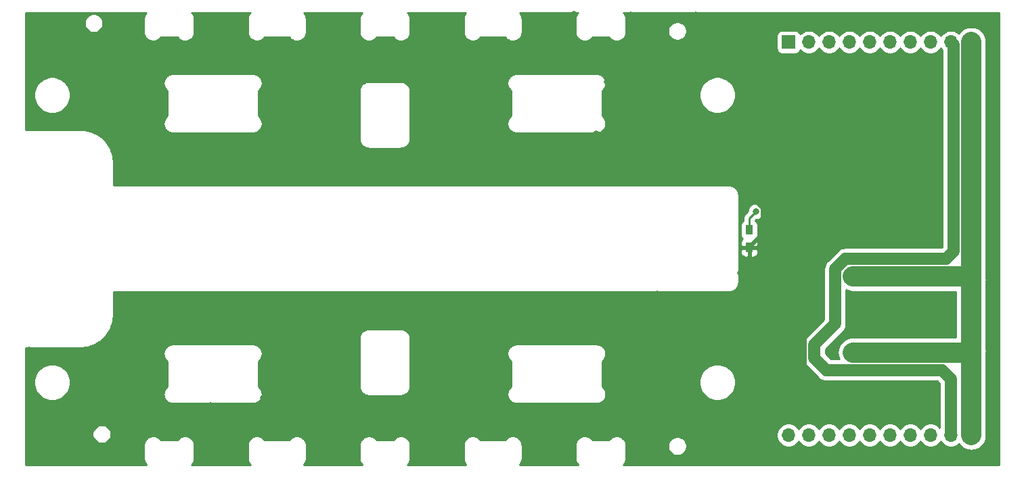
<source format=gbl>
G04 #@! TF.GenerationSoftware,KiCad,Pcbnew,(5.1.6-0-10_14)*
G04 #@! TF.CreationDate,2021-08-31T11:53:33+09:00*
G04 #@! TF.ProjectId,photo-dual,70686f74-6f2d-4647-9561-6c2e6b696361,rev?*
G04 #@! TF.SameCoordinates,Original*
G04 #@! TF.FileFunction,Copper,L2,Bot*
G04 #@! TF.FilePolarity,Positive*
%FSLAX46Y46*%
G04 Gerber Fmt 4.6, Leading zero omitted, Abs format (unit mm)*
G04 Created by KiCad (PCBNEW (5.1.6-0-10_14)) date 2021-08-31 11:53:33*
%MOMM*%
%LPD*%
G01*
G04 APERTURE LIST*
G04 #@! TA.AperFunction,SMDPad,CuDef*
%ADD10R,0.900000X1.200000*%
G04 #@! TD*
G04 #@! TA.AperFunction,ComponentPad*
%ADD11R,1.700000X1.700000*%
G04 #@! TD*
G04 #@! TA.AperFunction,ComponentPad*
%ADD12O,1.700000X1.700000*%
G04 #@! TD*
G04 #@! TA.AperFunction,ViaPad*
%ADD13C,0.800000*%
G04 #@! TD*
G04 #@! TA.AperFunction,Conductor*
%ADD14C,0.508000*%
G04 #@! TD*
G04 #@! TA.AperFunction,Conductor*
%ADD15C,2.540000*%
G04 #@! TD*
G04 #@! TA.AperFunction,Conductor*
%ADD16C,1.524000*%
G04 #@! TD*
G04 #@! TA.AperFunction,Conductor*
%ADD17C,0.250000*%
G04 #@! TD*
G04 #@! TA.AperFunction,Conductor*
%ADD18C,0.254000*%
G04 #@! TD*
G04 APERTURE END LIST*
D10*
X176000000Y-98900000D03*
X176000000Y-101100000D03*
D11*
X180905000Y-75372000D03*
D12*
X183445000Y-75372000D03*
X185985000Y-75372000D03*
X188525000Y-75372000D03*
X191065000Y-75372000D03*
X193605000Y-75372000D03*
X196145000Y-75372000D03*
X198685000Y-75372000D03*
X201225000Y-75372000D03*
X203765000Y-75372000D03*
X180905000Y-124628000D03*
X183445000Y-124628000D03*
X185985000Y-124628000D03*
X188525000Y-124628000D03*
X191065000Y-124628000D03*
X193605000Y-124628000D03*
X196145000Y-124628000D03*
X198685000Y-124628000D03*
X201225000Y-124628000D03*
D11*
X203765000Y-124628000D03*
D13*
X175380000Y-102990000D03*
X184584998Y-105904268D03*
X182910000Y-117680000D03*
X165340000Y-107940000D03*
X166260000Y-92490000D03*
X187450000Y-96180000D03*
X85940000Y-85930000D03*
X85810000Y-79280000D03*
X85890000Y-72890000D03*
X88650000Y-75730000D03*
X91750000Y-79320000D03*
X91930000Y-72670000D03*
X91840000Y-85750000D03*
X95120000Y-82600000D03*
X98580000Y-79450000D03*
X98490000Y-72580000D03*
X98490000Y-72580000D03*
X95560000Y-75730000D03*
X101680000Y-82380000D03*
X98320000Y-85970000D03*
X103260000Y-89860000D03*
X99950000Y-90980000D03*
X108930000Y-90930000D03*
X117910000Y-90870000D03*
X126900000Y-90870000D03*
X135930000Y-90860000D03*
X144920000Y-90870000D03*
X153890000Y-90840000D03*
X162930000Y-90850000D03*
X103600000Y-92440000D03*
X112220000Y-92850000D03*
X121450000Y-92810000D03*
X130110000Y-92690000D03*
X139470000Y-92790000D03*
X148400000Y-92950000D03*
X157900000Y-92720000D03*
X157800000Y-90360000D03*
X148420000Y-90240000D03*
X139500000Y-89510000D03*
X130180000Y-89100000D03*
X121450000Y-89180000D03*
X112340000Y-89810000D03*
X102050000Y-86010000D03*
X102610000Y-75790000D03*
X107580000Y-72610000D03*
X112700000Y-72590000D03*
X109590000Y-76710000D03*
X105740000Y-78650000D03*
X113870000Y-78910000D03*
X116680000Y-75320000D03*
X121240000Y-72340000D03*
X126240000Y-72240000D03*
X123960000Y-75010000D03*
X120560000Y-78210000D03*
X116480000Y-80500000D03*
X115710000Y-84480000D03*
X122260000Y-84580000D03*
X129590000Y-79810000D03*
X132650000Y-79810000D03*
X134250000Y-72170000D03*
X139610000Y-74380000D03*
X136730000Y-73450000D03*
X139610000Y-72110000D03*
X134080000Y-74410000D03*
X135650000Y-80540000D03*
X135370000Y-86530000D03*
X138500000Y-83500000D03*
X145320000Y-80410000D03*
X145390000Y-86670000D03*
X142510000Y-83540000D03*
X140610000Y-80480000D03*
X140330000Y-86630000D03*
X145790000Y-83410000D03*
X135480000Y-83440000D03*
X149410000Y-87510000D03*
X156860000Y-86890000D03*
X162880000Y-85110000D03*
X158240000Y-80320000D03*
X157970000Y-83080000D03*
X160430000Y-83470000D03*
X158720000Y-85510000D03*
X148050000Y-72080000D03*
X154110000Y-71900000D03*
X154020000Y-74290000D03*
X148350000Y-74420000D03*
X150760000Y-73180000D03*
X161190000Y-71940000D03*
X161090000Y-74940000D03*
X164830000Y-78450000D03*
X168080000Y-82080000D03*
X171710000Y-85350000D03*
X178060000Y-85430000D03*
X179640000Y-86150000D03*
X183600000Y-86460000D03*
X164870000Y-73750000D03*
X169340000Y-71930000D03*
X168470000Y-75840000D03*
X169510000Y-78500000D03*
X173610000Y-72320000D03*
X172940000Y-75740000D03*
X174360000Y-80180000D03*
X175740000Y-83340000D03*
X180660000Y-81830000D03*
X185130000Y-83220000D03*
X190110000Y-81860000D03*
X184830000Y-81220000D03*
X179680000Y-78710000D03*
X177240000Y-75330000D03*
X180190000Y-72470000D03*
X186280000Y-72510000D03*
X194410000Y-72510000D03*
X196160000Y-127760000D03*
X189400000Y-127690000D03*
X183930000Y-127500000D03*
X178330000Y-127630000D03*
X168490000Y-127600000D03*
X173150000Y-124830000D03*
X168690000Y-121910000D03*
X178540000Y-121870000D03*
X178350000Y-115460000D03*
X181710000Y-110490000D03*
X184820000Y-119160000D03*
X180710000Y-117970000D03*
X172740000Y-114340000D03*
X168790000Y-117680000D03*
X174380000Y-119840000D03*
X161960000Y-124030000D03*
X161250000Y-127460000D03*
X165470000Y-121210000D03*
X166140000Y-124810000D03*
X178250000Y-124570000D03*
X147890000Y-125380000D03*
X153840000Y-125380000D03*
X153840000Y-127940000D03*
X147980000Y-127990000D03*
X150800000Y-126810000D03*
X158310000Y-118870000D03*
X163090000Y-114610000D03*
X158400000Y-113920000D03*
X160220000Y-116390000D03*
X145330000Y-119520000D03*
X145500000Y-113660000D03*
X135430000Y-113430000D03*
X135430000Y-118380000D03*
X140250000Y-119640000D03*
X138030000Y-115860000D03*
X140850000Y-113170000D03*
X143290000Y-116680000D03*
X140890000Y-110040000D03*
X137900000Y-109960000D03*
X162070000Y-109110000D03*
X153070000Y-109120000D03*
X144120000Y-109180000D03*
X135120000Y-109110000D03*
X126150000Y-109120000D03*
X116940000Y-109120000D03*
X107870000Y-109170000D03*
X103320000Y-107060000D03*
X112760000Y-107270000D03*
X121260000Y-107190000D03*
X130670000Y-107250000D03*
X139810000Y-107220000D03*
X148560000Y-107330000D03*
X157850000Y-107290000D03*
X157510000Y-109770000D03*
X122900000Y-115180000D03*
X115450000Y-115280000D03*
X115190000Y-119990000D03*
X122710000Y-119800000D03*
X118690000Y-117500000D03*
X95950000Y-112820000D03*
X85880000Y-113950000D03*
X93000000Y-114260000D03*
X85810000Y-120840000D03*
X93190000Y-120580000D03*
X89480000Y-115280000D03*
X89360000Y-121110000D03*
X85920000Y-124360000D03*
X85810000Y-127890000D03*
X89920000Y-127820000D03*
X95820000Y-127890000D03*
X90180000Y-124520000D03*
X96270000Y-117290000D03*
X98360000Y-121760000D03*
X99830000Y-127330000D03*
X102260000Y-114630000D03*
X101360000Y-118580000D03*
X103690000Y-122760000D03*
X98120000Y-124950000D03*
X108630000Y-120910000D03*
X107110000Y-127710000D03*
X106920000Y-124280000D03*
X112960000Y-124330000D03*
X113010000Y-127470000D03*
X109920000Y-126040000D03*
X118900000Y-123090000D03*
X120680000Y-125210000D03*
X127180000Y-125180000D03*
X121050000Y-128050000D03*
X126840000Y-127990000D03*
X123970000Y-126540000D03*
X123470000Y-122810000D03*
X132650000Y-123680000D03*
X134020000Y-127970000D03*
X139690000Y-125660000D03*
X139790000Y-127970000D03*
X134290000Y-125730000D03*
X137070000Y-126900000D03*
X175100000Y-95390000D03*
X174860000Y-104320000D03*
X187980000Y-86550000D03*
X188160000Y-92500000D03*
X187860000Y-98670000D03*
X191460000Y-96460000D03*
X191220000Y-90880000D03*
X190860000Y-86580000D03*
X188100000Y-89760000D03*
X189300000Y-94610000D03*
X197040000Y-85610000D03*
X197160000Y-92200000D03*
X197220000Y-99040000D03*
X101370000Y-107980000D03*
X110500000Y-107980000D03*
X119360000Y-107990000D03*
X128330000Y-107980000D03*
X137410000Y-107970000D03*
X146410000Y-107990000D03*
X155350000Y-108000000D03*
X164480000Y-106900000D03*
X206300000Y-72500000D03*
X201760000Y-72550000D03*
X202150000Y-127500000D03*
X206380000Y-127580000D03*
X206630000Y-124100000D03*
X198550000Y-107540000D03*
X199090000Y-96000000D03*
X198990000Y-88940000D03*
X206690000Y-118210000D03*
X206690000Y-110880000D03*
X206590000Y-102810000D03*
X206500000Y-95960000D03*
X206620000Y-88420000D03*
X206820000Y-80030000D03*
X206900000Y-75670000D03*
X198460000Y-77980000D03*
X196890000Y-81420000D03*
X199540000Y-83450000D03*
X193550000Y-110270000D03*
X199980000Y-111960000D03*
X197510000Y-110320000D03*
X195820000Y-118640000D03*
X198670000Y-121890000D03*
X188600000Y-114850000D03*
X188970000Y-104740000D03*
X184126010Y-114946010D03*
X176822653Y-96592653D03*
D14*
X175380000Y-102990000D02*
X178290000Y-105900000D01*
X184580730Y-105900000D02*
X184584998Y-105904268D01*
X182910000Y-106130000D02*
X183140000Y-105900000D01*
X182910000Y-117680000D02*
X182910000Y-106130000D01*
X183140000Y-105900000D02*
X184580730Y-105900000D01*
X178290000Y-105900000D02*
X183140000Y-105900000D01*
X176250000Y-107940000D02*
X178290000Y-105900000D01*
X165340000Y-107940000D02*
X176250000Y-107940000D01*
X177676654Y-99423346D02*
X176000000Y-101100000D01*
X177676654Y-96182732D02*
X177676654Y-99423346D01*
X173983922Y-92490000D02*
X177676654Y-96182732D01*
X166260000Y-92490000D02*
X173983922Y-92490000D01*
X187447268Y-96182732D02*
X187450000Y-96180000D01*
X177676654Y-96182732D02*
X187447268Y-96182732D01*
X188945000Y-114505000D02*
X188600000Y-114850000D01*
X188945000Y-114255000D02*
X188945000Y-114505000D01*
D15*
X203555000Y-114255000D02*
X203765000Y-114045000D01*
X188945000Y-114255000D02*
X203555000Y-114255000D01*
X203765000Y-114045000D02*
X203765000Y-124628000D01*
X203715000Y-105135000D02*
X203765000Y-105185000D01*
X203765000Y-105185000D02*
X203765000Y-114045000D01*
X203765000Y-75372000D02*
X203765000Y-105185000D01*
X203320000Y-104740000D02*
X203765000Y-105185000D01*
X188970000Y-104740000D02*
X203320000Y-104740000D01*
D16*
X201225000Y-124628000D02*
X201225000Y-117622010D01*
X201225000Y-117622010D02*
X200090000Y-116487010D01*
X185667010Y-116487010D02*
X184126010Y-114946010D01*
X200090000Y-116487010D02*
X185667010Y-116487010D01*
X201532990Y-75679990D02*
X201225000Y-75372000D01*
X201532990Y-101627010D02*
X201532990Y-75679990D01*
X200652010Y-102507990D02*
X201532990Y-101627010D01*
X188045472Y-102507990D02*
X200652010Y-102507990D01*
X184126010Y-114946010D02*
X184126010Y-113303990D01*
X186737990Y-110692010D02*
X186737990Y-103815472D01*
X184126010Y-113303990D02*
X186737990Y-110692010D01*
X186737990Y-103815472D02*
X188045472Y-102507990D01*
D17*
X176000000Y-97415306D02*
X176000000Y-98900000D01*
X176822653Y-96592653D02*
X176000000Y-97415306D01*
D18*
G36*
X100534528Y-71709119D02*
G01*
X100528431Y-71716488D01*
X100466756Y-71792109D01*
X100432418Y-71843790D01*
X100397317Y-71895055D01*
X100392768Y-71903468D01*
X100346956Y-71989629D01*
X100323292Y-72047045D01*
X100298842Y-72104088D01*
X100296014Y-72113224D01*
X100267809Y-72206642D01*
X100255748Y-72267554D01*
X100242841Y-72328278D01*
X100241841Y-72337790D01*
X100232319Y-72434908D01*
X100232319Y-72434922D01*
X100229051Y-72468102D01*
X100229050Y-74135395D01*
X100232134Y-74166702D01*
X100232117Y-74171451D01*
X100233084Y-74180966D01*
X100237952Y-74225778D01*
X100238962Y-74236031D01*
X100239124Y-74236565D01*
X100243623Y-74277979D01*
X100256321Y-74338761D01*
X100268167Y-74399700D01*
X100270963Y-74408847D01*
X100300145Y-74501964D01*
X100324412Y-74559132D01*
X100347860Y-74616589D01*
X100352379Y-74625019D01*
X100399092Y-74710695D01*
X100433981Y-74762032D01*
X100468164Y-74813874D01*
X100474235Y-74821265D01*
X100536699Y-74896237D01*
X100580890Y-74939815D01*
X100624502Y-74984040D01*
X100631893Y-74990111D01*
X100707729Y-75051521D01*
X100759585Y-75085713D01*
X100810903Y-75120589D01*
X100819332Y-75125109D01*
X100819337Y-75125111D01*
X100819339Y-75125113D01*
X100819342Y-75125114D01*
X100905652Y-75170621D01*
X100963147Y-75194085D01*
X101020289Y-75218340D01*
X101029436Y-75221137D01*
X101122952Y-75249015D01*
X101183931Y-75260868D01*
X101244669Y-75273556D01*
X101254184Y-75274523D01*
X101351334Y-75283706D01*
X101413435Y-75283489D01*
X101475495Y-75284139D01*
X101485017Y-75283240D01*
X101582101Y-75273378D01*
X101642952Y-75261109D01*
X101703991Y-75249685D01*
X101713157Y-75246953D01*
X101806476Y-75218422D01*
X101863798Y-75194561D01*
X101921436Y-75171507D01*
X101929894Y-75167047D01*
X101929899Y-75167045D01*
X101929904Y-75167042D01*
X102015897Y-75120933D01*
X102067483Y-75086399D01*
X102119555Y-75052583D01*
X102126988Y-75046564D01*
X102202393Y-74984625D01*
X102202397Y-74984621D01*
X102228180Y-74963462D01*
X102404893Y-74786749D01*
X104423209Y-74786749D01*
X104599921Y-74963461D01*
X104624233Y-74983413D01*
X104627582Y-74986786D01*
X104634993Y-74992831D01*
X104670227Y-75021160D01*
X104678090Y-75027613D01*
X104678576Y-75027873D01*
X104711043Y-75053977D01*
X104763013Y-75087985D01*
X104814466Y-75122690D01*
X104822911Y-75127181D01*
X104909390Y-75172391D01*
X104966942Y-75195643D01*
X105024184Y-75219706D01*
X105033340Y-75222470D01*
X105126952Y-75250022D01*
X105187943Y-75261657D01*
X105248759Y-75274140D01*
X105258277Y-75275074D01*
X105355460Y-75283918D01*
X105417542Y-75283484D01*
X105479623Y-75283918D01*
X105489142Y-75282985D01*
X105586190Y-75272785D01*
X105647040Y-75260294D01*
X105707992Y-75248667D01*
X105717146Y-75245904D01*
X105717152Y-75245902D01*
X105810367Y-75217047D01*
X105867583Y-75192995D01*
X105925169Y-75169729D01*
X105933614Y-75165239D01*
X106019451Y-75118826D01*
X106070917Y-75084111D01*
X106122871Y-75050113D01*
X106130282Y-75044069D01*
X106205471Y-74981867D01*
X106249212Y-74937819D01*
X106293572Y-74894380D01*
X106299668Y-74887010D01*
X106299673Y-74887005D01*
X106299677Y-74886999D01*
X106361344Y-74811389D01*
X106395682Y-74759708D01*
X106430783Y-74708443D01*
X106435332Y-74700030D01*
X106481144Y-74613869D01*
X106504808Y-74556453D01*
X106529258Y-74499410D01*
X106532086Y-74490274D01*
X106560291Y-74396856D01*
X106572353Y-74335936D01*
X106585259Y-74275219D01*
X106586259Y-74265707D01*
X106595781Y-74168590D01*
X106595781Y-74168586D01*
X106599050Y-74135396D01*
X106599050Y-72468102D01*
X106595966Y-72436795D01*
X106595983Y-72432049D01*
X106595016Y-72422534D01*
X106590152Y-72377756D01*
X106589138Y-72367466D01*
X106588975Y-72366930D01*
X106584477Y-72325522D01*
X106571779Y-72264739D01*
X106559935Y-72203808D01*
X106557139Y-72194661D01*
X106527958Y-72101544D01*
X106503701Y-72044398D01*
X106480241Y-71986910D01*
X106475722Y-71978481D01*
X106429010Y-71892804D01*
X106394103Y-71841440D01*
X106359937Y-71789625D01*
X106353867Y-71782234D01*
X106291402Y-71707262D01*
X106268827Y-71685000D01*
X113559158Y-71685000D01*
X113534528Y-71709119D01*
X113528431Y-71716488D01*
X113466756Y-71792109D01*
X113432418Y-71843790D01*
X113397317Y-71895055D01*
X113392768Y-71903468D01*
X113346956Y-71989629D01*
X113323292Y-72047045D01*
X113298842Y-72104088D01*
X113296014Y-72113224D01*
X113267809Y-72206642D01*
X113255748Y-72267554D01*
X113242841Y-72328278D01*
X113241841Y-72337790D01*
X113232319Y-72434908D01*
X113232319Y-72434922D01*
X113229051Y-72468102D01*
X113229050Y-74135395D01*
X113232134Y-74166702D01*
X113232117Y-74171451D01*
X113233084Y-74180966D01*
X113237952Y-74225778D01*
X113238962Y-74236031D01*
X113239124Y-74236565D01*
X113243623Y-74277979D01*
X113256321Y-74338761D01*
X113268167Y-74399700D01*
X113270963Y-74408847D01*
X113300145Y-74501964D01*
X113324412Y-74559132D01*
X113347860Y-74616589D01*
X113352379Y-74625019D01*
X113399092Y-74710695D01*
X113433981Y-74762032D01*
X113468164Y-74813874D01*
X113474235Y-74821265D01*
X113536699Y-74896237D01*
X113580890Y-74939815D01*
X113624502Y-74984040D01*
X113631893Y-74990111D01*
X113707729Y-75051521D01*
X113759585Y-75085713D01*
X113810903Y-75120589D01*
X113819332Y-75125109D01*
X113819337Y-75125111D01*
X113819339Y-75125113D01*
X113819342Y-75125114D01*
X113905652Y-75170621D01*
X113963147Y-75194085D01*
X114020289Y-75218340D01*
X114029436Y-75221137D01*
X114122952Y-75249015D01*
X114183931Y-75260868D01*
X114244669Y-75273556D01*
X114254184Y-75274523D01*
X114351334Y-75283706D01*
X114413435Y-75283489D01*
X114475495Y-75284139D01*
X114485017Y-75283240D01*
X114582101Y-75273378D01*
X114642952Y-75261109D01*
X114703991Y-75249685D01*
X114713157Y-75246953D01*
X114806476Y-75218422D01*
X114863798Y-75194561D01*
X114921436Y-75171507D01*
X114929894Y-75167047D01*
X114929899Y-75167045D01*
X114929904Y-75167042D01*
X115015897Y-75120933D01*
X115067483Y-75086399D01*
X115119555Y-75052583D01*
X115126988Y-75046564D01*
X115202393Y-74984625D01*
X115202397Y-74984621D01*
X115228180Y-74963462D01*
X115404893Y-74786749D01*
X118423209Y-74786749D01*
X118599921Y-74963461D01*
X118624233Y-74983413D01*
X118627582Y-74986786D01*
X118634993Y-74992831D01*
X118670227Y-75021160D01*
X118678090Y-75027613D01*
X118678576Y-75027873D01*
X118711043Y-75053977D01*
X118763013Y-75087985D01*
X118814466Y-75122690D01*
X118822911Y-75127181D01*
X118909390Y-75172391D01*
X118966942Y-75195643D01*
X119024184Y-75219706D01*
X119033340Y-75222470D01*
X119126952Y-75250022D01*
X119187943Y-75261657D01*
X119248759Y-75274140D01*
X119258277Y-75275074D01*
X119355460Y-75283918D01*
X119417542Y-75283484D01*
X119479623Y-75283918D01*
X119489142Y-75282985D01*
X119586190Y-75272785D01*
X119647040Y-75260294D01*
X119707992Y-75248667D01*
X119717146Y-75245904D01*
X119717152Y-75245902D01*
X119810367Y-75217047D01*
X119867583Y-75192995D01*
X119925169Y-75169729D01*
X119933614Y-75165239D01*
X120019451Y-75118826D01*
X120070917Y-75084111D01*
X120122871Y-75050113D01*
X120130282Y-75044069D01*
X120205471Y-74981867D01*
X120249212Y-74937819D01*
X120293572Y-74894380D01*
X120299668Y-74887010D01*
X120299673Y-74887005D01*
X120299677Y-74886999D01*
X120361344Y-74811389D01*
X120395682Y-74759708D01*
X120430783Y-74708443D01*
X120435332Y-74700030D01*
X120481144Y-74613869D01*
X120504808Y-74556453D01*
X120529258Y-74499410D01*
X120532086Y-74490274D01*
X120560291Y-74396856D01*
X120572353Y-74335936D01*
X120585259Y-74275219D01*
X120586259Y-74265707D01*
X120595781Y-74168590D01*
X120595781Y-74168586D01*
X120599050Y-74135396D01*
X120599050Y-72468102D01*
X120595966Y-72436795D01*
X120595983Y-72432049D01*
X120595016Y-72422534D01*
X120590152Y-72377756D01*
X120589138Y-72367466D01*
X120588975Y-72366930D01*
X120584477Y-72325522D01*
X120571779Y-72264739D01*
X120559935Y-72203808D01*
X120557139Y-72194661D01*
X120527958Y-72101544D01*
X120503701Y-72044398D01*
X120480241Y-71986910D01*
X120475722Y-71978481D01*
X120429010Y-71892804D01*
X120394103Y-71841440D01*
X120359937Y-71789625D01*
X120353867Y-71782234D01*
X120291402Y-71707262D01*
X120268827Y-71685000D01*
X127559158Y-71685000D01*
X127534528Y-71709119D01*
X127528431Y-71716488D01*
X127466756Y-71792109D01*
X127432418Y-71843790D01*
X127397317Y-71895055D01*
X127392768Y-71903468D01*
X127346956Y-71989629D01*
X127323292Y-72047045D01*
X127298842Y-72104088D01*
X127296014Y-72113224D01*
X127267809Y-72206642D01*
X127255748Y-72267554D01*
X127242841Y-72328278D01*
X127241841Y-72337790D01*
X127232319Y-72434908D01*
X127232319Y-72434922D01*
X127229051Y-72468102D01*
X127229050Y-74135395D01*
X127232134Y-74166702D01*
X127232117Y-74171451D01*
X127233084Y-74180966D01*
X127237952Y-74225778D01*
X127238962Y-74236031D01*
X127239124Y-74236565D01*
X127243623Y-74277979D01*
X127256321Y-74338761D01*
X127268167Y-74399700D01*
X127270963Y-74408847D01*
X127300145Y-74501964D01*
X127324412Y-74559132D01*
X127347860Y-74616589D01*
X127352379Y-74625019D01*
X127399092Y-74710695D01*
X127433981Y-74762032D01*
X127468164Y-74813874D01*
X127474235Y-74821265D01*
X127536699Y-74896237D01*
X127580890Y-74939815D01*
X127624502Y-74984040D01*
X127631893Y-74990111D01*
X127707729Y-75051521D01*
X127759585Y-75085713D01*
X127810903Y-75120589D01*
X127819332Y-75125109D01*
X127819337Y-75125111D01*
X127819339Y-75125113D01*
X127819342Y-75125114D01*
X127905652Y-75170621D01*
X127963147Y-75194085D01*
X128020289Y-75218340D01*
X128029436Y-75221137D01*
X128122952Y-75249015D01*
X128183931Y-75260868D01*
X128244669Y-75273556D01*
X128254184Y-75274523D01*
X128351334Y-75283706D01*
X128413435Y-75283489D01*
X128475495Y-75284139D01*
X128485017Y-75283240D01*
X128582101Y-75273378D01*
X128642952Y-75261109D01*
X128703991Y-75249685D01*
X128713157Y-75246953D01*
X128806476Y-75218422D01*
X128863798Y-75194561D01*
X128921436Y-75171507D01*
X128929894Y-75167047D01*
X128929899Y-75167045D01*
X128929904Y-75167042D01*
X129015897Y-75120933D01*
X129067483Y-75086399D01*
X129119555Y-75052583D01*
X129126988Y-75046564D01*
X129202393Y-74984625D01*
X129202397Y-74984621D01*
X129228180Y-74963462D01*
X129404893Y-74786749D01*
X131423209Y-74786749D01*
X131599921Y-74963461D01*
X131624233Y-74983413D01*
X131627582Y-74986786D01*
X131634993Y-74992831D01*
X131670227Y-75021160D01*
X131678090Y-75027613D01*
X131678576Y-75027873D01*
X131711043Y-75053977D01*
X131763013Y-75087985D01*
X131814466Y-75122690D01*
X131822911Y-75127181D01*
X131909390Y-75172391D01*
X131966942Y-75195643D01*
X132024184Y-75219706D01*
X132033340Y-75222470D01*
X132126952Y-75250022D01*
X132187943Y-75261657D01*
X132248759Y-75274140D01*
X132258277Y-75275074D01*
X132355460Y-75283918D01*
X132417542Y-75283484D01*
X132479623Y-75283918D01*
X132489142Y-75282985D01*
X132586190Y-75272785D01*
X132647040Y-75260294D01*
X132707992Y-75248667D01*
X132717146Y-75245904D01*
X132717152Y-75245902D01*
X132810367Y-75217047D01*
X132867583Y-75192995D01*
X132925169Y-75169729D01*
X132933614Y-75165239D01*
X133019451Y-75118826D01*
X133070917Y-75084111D01*
X133122871Y-75050113D01*
X133130282Y-75044069D01*
X133205471Y-74981867D01*
X133249212Y-74937819D01*
X133293572Y-74894380D01*
X133299668Y-74887010D01*
X133299673Y-74887005D01*
X133299677Y-74886999D01*
X133361344Y-74811389D01*
X133395682Y-74759708D01*
X133430783Y-74708443D01*
X133435332Y-74700030D01*
X133481144Y-74613869D01*
X133504808Y-74556453D01*
X133529258Y-74499410D01*
X133532086Y-74490274D01*
X133560291Y-74396856D01*
X133572353Y-74335936D01*
X133585259Y-74275219D01*
X133586259Y-74265707D01*
X133595781Y-74168590D01*
X133595781Y-74168586D01*
X133599050Y-74135396D01*
X133599050Y-72468102D01*
X133595966Y-72436795D01*
X133595983Y-72432049D01*
X133595016Y-72422534D01*
X133590152Y-72377756D01*
X133589138Y-72367466D01*
X133588975Y-72366930D01*
X133584477Y-72325522D01*
X133571779Y-72264739D01*
X133559935Y-72203808D01*
X133557139Y-72194661D01*
X133527958Y-72101544D01*
X133503701Y-72044398D01*
X133480241Y-71986910D01*
X133475722Y-71978481D01*
X133429010Y-71892804D01*
X133394103Y-71841440D01*
X133359937Y-71789625D01*
X133353867Y-71782234D01*
X133291402Y-71707262D01*
X133268827Y-71685000D01*
X140559158Y-71685000D01*
X140534528Y-71709119D01*
X140528431Y-71716488D01*
X140466756Y-71792109D01*
X140432418Y-71843790D01*
X140397317Y-71895055D01*
X140392768Y-71903468D01*
X140346956Y-71989629D01*
X140323292Y-72047045D01*
X140298842Y-72104088D01*
X140296014Y-72113224D01*
X140267809Y-72206642D01*
X140255748Y-72267554D01*
X140242841Y-72328278D01*
X140241841Y-72337790D01*
X140232319Y-72434908D01*
X140232319Y-72434922D01*
X140229051Y-72468102D01*
X140229050Y-74135395D01*
X140232134Y-74166702D01*
X140232117Y-74171451D01*
X140233084Y-74180966D01*
X140237952Y-74225778D01*
X140238962Y-74236031D01*
X140239124Y-74236565D01*
X140243623Y-74277979D01*
X140256321Y-74338761D01*
X140268167Y-74399700D01*
X140270963Y-74408847D01*
X140300145Y-74501964D01*
X140324412Y-74559132D01*
X140347860Y-74616589D01*
X140352379Y-74625019D01*
X140399092Y-74710695D01*
X140433981Y-74762032D01*
X140468164Y-74813874D01*
X140474235Y-74821265D01*
X140536699Y-74896237D01*
X140580890Y-74939815D01*
X140624502Y-74984040D01*
X140631893Y-74990111D01*
X140707729Y-75051521D01*
X140759585Y-75085713D01*
X140810903Y-75120589D01*
X140819332Y-75125109D01*
X140819337Y-75125111D01*
X140819339Y-75125113D01*
X140819342Y-75125114D01*
X140905652Y-75170621D01*
X140963147Y-75194085D01*
X141020289Y-75218340D01*
X141029436Y-75221137D01*
X141122952Y-75249015D01*
X141183931Y-75260868D01*
X141244669Y-75273556D01*
X141254184Y-75274523D01*
X141351334Y-75283706D01*
X141413435Y-75283489D01*
X141475495Y-75284139D01*
X141485017Y-75283240D01*
X141582101Y-75273378D01*
X141642952Y-75261109D01*
X141703991Y-75249685D01*
X141713157Y-75246953D01*
X141806476Y-75218422D01*
X141863798Y-75194561D01*
X141921436Y-75171507D01*
X141929894Y-75167047D01*
X141929899Y-75167045D01*
X141929904Y-75167042D01*
X142015897Y-75120933D01*
X142067483Y-75086399D01*
X142119555Y-75052583D01*
X142126988Y-75046564D01*
X142202393Y-74984625D01*
X142202397Y-74984621D01*
X142228180Y-74963462D01*
X142404893Y-74786749D01*
X145423209Y-74786749D01*
X145599921Y-74963461D01*
X145624233Y-74983413D01*
X145627582Y-74986786D01*
X145634993Y-74992831D01*
X145670227Y-75021160D01*
X145678090Y-75027613D01*
X145678576Y-75027873D01*
X145711043Y-75053977D01*
X145763013Y-75087985D01*
X145814466Y-75122690D01*
X145822911Y-75127181D01*
X145909390Y-75172391D01*
X145966942Y-75195643D01*
X146024184Y-75219706D01*
X146033340Y-75222470D01*
X146126952Y-75250022D01*
X146187943Y-75261657D01*
X146248759Y-75274140D01*
X146258277Y-75275074D01*
X146355460Y-75283918D01*
X146417542Y-75283484D01*
X146479623Y-75283918D01*
X146489142Y-75282985D01*
X146586190Y-75272785D01*
X146647040Y-75260294D01*
X146707992Y-75248667D01*
X146717146Y-75245904D01*
X146717152Y-75245902D01*
X146810367Y-75217047D01*
X146867583Y-75192995D01*
X146925169Y-75169729D01*
X146933614Y-75165239D01*
X147019451Y-75118826D01*
X147070917Y-75084111D01*
X147122871Y-75050113D01*
X147130282Y-75044069D01*
X147205471Y-74981867D01*
X147249212Y-74937819D01*
X147293572Y-74894380D01*
X147299668Y-74887010D01*
X147299673Y-74887005D01*
X147299677Y-74886999D01*
X147361344Y-74811389D01*
X147395682Y-74759708D01*
X147430783Y-74708443D01*
X147435332Y-74700030D01*
X147481144Y-74613869D01*
X147504808Y-74556453D01*
X147529258Y-74499410D01*
X147532086Y-74490274D01*
X147560291Y-74396856D01*
X147572353Y-74335936D01*
X147585259Y-74275219D01*
X147586259Y-74265707D01*
X147595781Y-74168590D01*
X147595781Y-74168586D01*
X147599050Y-74135396D01*
X147599050Y-72468102D01*
X147595966Y-72436795D01*
X147595983Y-72432049D01*
X147595016Y-72422534D01*
X147590152Y-72377756D01*
X147589138Y-72367466D01*
X147588975Y-72366930D01*
X147584477Y-72325522D01*
X147571779Y-72264739D01*
X147559935Y-72203808D01*
X147557139Y-72194661D01*
X147527958Y-72101544D01*
X147503701Y-72044398D01*
X147480241Y-71986910D01*
X147475722Y-71978481D01*
X147429010Y-71892804D01*
X147394103Y-71841440D01*
X147359937Y-71789625D01*
X147353867Y-71782234D01*
X147291402Y-71707262D01*
X147268827Y-71685000D01*
X154559158Y-71685000D01*
X154534528Y-71709119D01*
X154528431Y-71716488D01*
X154466756Y-71792109D01*
X154432418Y-71843790D01*
X154397317Y-71895055D01*
X154392768Y-71903468D01*
X154346956Y-71989629D01*
X154323292Y-72047045D01*
X154298842Y-72104088D01*
X154296014Y-72113224D01*
X154267809Y-72206642D01*
X154255748Y-72267554D01*
X154242841Y-72328278D01*
X154241841Y-72337790D01*
X154232319Y-72434908D01*
X154232319Y-72434922D01*
X154229051Y-72468102D01*
X154229050Y-74135395D01*
X154232134Y-74166702D01*
X154232117Y-74171451D01*
X154233084Y-74180966D01*
X154237952Y-74225778D01*
X154238962Y-74236031D01*
X154239124Y-74236565D01*
X154243623Y-74277979D01*
X154256321Y-74338761D01*
X154268167Y-74399700D01*
X154270963Y-74408847D01*
X154300145Y-74501964D01*
X154324412Y-74559132D01*
X154347860Y-74616589D01*
X154352379Y-74625019D01*
X154399092Y-74710695D01*
X154433981Y-74762032D01*
X154468164Y-74813874D01*
X154474235Y-74821265D01*
X154536699Y-74896237D01*
X154580890Y-74939815D01*
X154624502Y-74984040D01*
X154631893Y-74990111D01*
X154707729Y-75051521D01*
X154759585Y-75085713D01*
X154810903Y-75120589D01*
X154819332Y-75125109D01*
X154819337Y-75125111D01*
X154819339Y-75125113D01*
X154819342Y-75125114D01*
X154905652Y-75170621D01*
X154963147Y-75194085D01*
X155020289Y-75218340D01*
X155029436Y-75221137D01*
X155122952Y-75249015D01*
X155183931Y-75260868D01*
X155244669Y-75273556D01*
X155254184Y-75274523D01*
X155351334Y-75283706D01*
X155413435Y-75283489D01*
X155475495Y-75284139D01*
X155485017Y-75283240D01*
X155582101Y-75273378D01*
X155642952Y-75261109D01*
X155703991Y-75249685D01*
X155713157Y-75246953D01*
X155806476Y-75218422D01*
X155863798Y-75194561D01*
X155921436Y-75171507D01*
X155929894Y-75167047D01*
X155929899Y-75167045D01*
X155929904Y-75167042D01*
X156015897Y-75120933D01*
X156067483Y-75086399D01*
X156119555Y-75052583D01*
X156126988Y-75046564D01*
X156202393Y-74984625D01*
X156202397Y-74984621D01*
X156228180Y-74963462D01*
X156404893Y-74786749D01*
X158423209Y-74786749D01*
X158599921Y-74963461D01*
X158624233Y-74983413D01*
X158627582Y-74986786D01*
X158634993Y-74992831D01*
X158670227Y-75021160D01*
X158678090Y-75027613D01*
X158678576Y-75027873D01*
X158711043Y-75053977D01*
X158763013Y-75087985D01*
X158814466Y-75122690D01*
X158822911Y-75127181D01*
X158909390Y-75172391D01*
X158966942Y-75195643D01*
X159024184Y-75219706D01*
X159033340Y-75222470D01*
X159126952Y-75250022D01*
X159187943Y-75261657D01*
X159248759Y-75274140D01*
X159258277Y-75275074D01*
X159355460Y-75283918D01*
X159417542Y-75283484D01*
X159479623Y-75283918D01*
X159489142Y-75282985D01*
X159586190Y-75272785D01*
X159647040Y-75260294D01*
X159707992Y-75248667D01*
X159717146Y-75245904D01*
X159717152Y-75245902D01*
X159810367Y-75217047D01*
X159867583Y-75192995D01*
X159925169Y-75169729D01*
X159933614Y-75165239D01*
X160019451Y-75118826D01*
X160070917Y-75084111D01*
X160122871Y-75050113D01*
X160130282Y-75044069D01*
X160205471Y-74981867D01*
X160249212Y-74937819D01*
X160293572Y-74894380D01*
X160299668Y-74887010D01*
X160299673Y-74887005D01*
X160299677Y-74886999D01*
X160361344Y-74811389D01*
X160395682Y-74759708D01*
X160430783Y-74708443D01*
X160435332Y-74700030D01*
X160481144Y-74613869D01*
X160504808Y-74556453D01*
X160529258Y-74499410D01*
X160532086Y-74490274D01*
X160560291Y-74396856D01*
X160572353Y-74335936D01*
X160585259Y-74275219D01*
X160586259Y-74265707D01*
X160595781Y-74168590D01*
X160595781Y-74168586D01*
X160599050Y-74135396D01*
X160599050Y-73884340D01*
X165825682Y-73884340D01*
X165825682Y-74115660D01*
X165870810Y-74342536D01*
X165959333Y-74556248D01*
X166087848Y-74748584D01*
X166251416Y-74912152D01*
X166443752Y-75040667D01*
X166657464Y-75129190D01*
X166884340Y-75174318D01*
X167115660Y-75174318D01*
X167342536Y-75129190D01*
X167556248Y-75040667D01*
X167748584Y-74912152D01*
X167912152Y-74748584D01*
X168040667Y-74556248D01*
X168054853Y-74522000D01*
X179416928Y-74522000D01*
X179416928Y-76222000D01*
X179429188Y-76346482D01*
X179465498Y-76466180D01*
X179524463Y-76576494D01*
X179603815Y-76673185D01*
X179700506Y-76752537D01*
X179810820Y-76811502D01*
X179930518Y-76847812D01*
X180055000Y-76860072D01*
X181755000Y-76860072D01*
X181879482Y-76847812D01*
X181999180Y-76811502D01*
X182109494Y-76752537D01*
X182206185Y-76673185D01*
X182285537Y-76576494D01*
X182344502Y-76466180D01*
X182366513Y-76393620D01*
X182498368Y-76525475D01*
X182741589Y-76687990D01*
X183011842Y-76799932D01*
X183298740Y-76857000D01*
X183591260Y-76857000D01*
X183878158Y-76799932D01*
X184148411Y-76687990D01*
X184391632Y-76525475D01*
X184598475Y-76318632D01*
X184715000Y-76144240D01*
X184831525Y-76318632D01*
X185038368Y-76525475D01*
X185281589Y-76687990D01*
X185551842Y-76799932D01*
X185838740Y-76857000D01*
X186131260Y-76857000D01*
X186418158Y-76799932D01*
X186688411Y-76687990D01*
X186931632Y-76525475D01*
X187138475Y-76318632D01*
X187255000Y-76144240D01*
X187371525Y-76318632D01*
X187578368Y-76525475D01*
X187821589Y-76687990D01*
X188091842Y-76799932D01*
X188378740Y-76857000D01*
X188671260Y-76857000D01*
X188958158Y-76799932D01*
X189228411Y-76687990D01*
X189471632Y-76525475D01*
X189678475Y-76318632D01*
X189795000Y-76144240D01*
X189911525Y-76318632D01*
X190118368Y-76525475D01*
X190361589Y-76687990D01*
X190631842Y-76799932D01*
X190918740Y-76857000D01*
X191211260Y-76857000D01*
X191498158Y-76799932D01*
X191768411Y-76687990D01*
X192011632Y-76525475D01*
X192218475Y-76318632D01*
X192335000Y-76144240D01*
X192451525Y-76318632D01*
X192658368Y-76525475D01*
X192901589Y-76687990D01*
X193171842Y-76799932D01*
X193458740Y-76857000D01*
X193751260Y-76857000D01*
X194038158Y-76799932D01*
X194308411Y-76687990D01*
X194551632Y-76525475D01*
X194758475Y-76318632D01*
X194875000Y-76144240D01*
X194991525Y-76318632D01*
X195198368Y-76525475D01*
X195441589Y-76687990D01*
X195711842Y-76799932D01*
X195998740Y-76857000D01*
X196291260Y-76857000D01*
X196578158Y-76799932D01*
X196848411Y-76687990D01*
X197091632Y-76525475D01*
X197298475Y-76318632D01*
X197415000Y-76144240D01*
X197531525Y-76318632D01*
X197738368Y-76525475D01*
X197981589Y-76687990D01*
X198251842Y-76799932D01*
X198538740Y-76857000D01*
X198831260Y-76857000D01*
X199118158Y-76799932D01*
X199388411Y-76687990D01*
X199631632Y-76525475D01*
X199838475Y-76318632D01*
X199955000Y-76144240D01*
X200071525Y-76318632D01*
X200135991Y-76383098D01*
X200135990Y-101048355D01*
X200073355Y-101110990D01*
X188114097Y-101110990D01*
X188045472Y-101104231D01*
X187976847Y-101110990D01*
X187771612Y-101131204D01*
X187508277Y-101211086D01*
X187265585Y-101340807D01*
X187052864Y-101515382D01*
X187009112Y-101568694D01*
X185798694Y-102779113D01*
X185745383Y-102822864D01*
X185570808Y-103035585D01*
X185471818Y-103220783D01*
X185441087Y-103278277D01*
X185361204Y-103541613D01*
X185334231Y-103815472D01*
X185340991Y-103884107D01*
X185340990Y-110113354D01*
X183186714Y-112267631D01*
X183133403Y-112311382D01*
X182958828Y-112524103D01*
X182852398Y-112723220D01*
X182829107Y-112766795D01*
X182749224Y-113030131D01*
X182722251Y-113303990D01*
X182729010Y-113372615D01*
X182729010Y-114877385D01*
X182722251Y-114946010D01*
X182729010Y-115014634D01*
X182749224Y-115219869D01*
X182829106Y-115483204D01*
X182958827Y-115725896D01*
X183133402Y-115938617D01*
X183186714Y-115982369D01*
X184630655Y-117426312D01*
X184674402Y-117479618D01*
X184887123Y-117654193D01*
X185129815Y-117783914D01*
X185333275Y-117845633D01*
X185393150Y-117863796D01*
X185667009Y-117890769D01*
X185735634Y-117884010D01*
X199511344Y-117884010D01*
X199828001Y-118200667D01*
X199828000Y-123670893D01*
X199631632Y-123474525D01*
X199388411Y-123312010D01*
X199118158Y-123200068D01*
X198831260Y-123143000D01*
X198538740Y-123143000D01*
X198251842Y-123200068D01*
X197981589Y-123312010D01*
X197738368Y-123474525D01*
X197531525Y-123681368D01*
X197415000Y-123855760D01*
X197298475Y-123681368D01*
X197091632Y-123474525D01*
X196848411Y-123312010D01*
X196578158Y-123200068D01*
X196291260Y-123143000D01*
X195998740Y-123143000D01*
X195711842Y-123200068D01*
X195441589Y-123312010D01*
X195198368Y-123474525D01*
X194991525Y-123681368D01*
X194875000Y-123855760D01*
X194758475Y-123681368D01*
X194551632Y-123474525D01*
X194308411Y-123312010D01*
X194038158Y-123200068D01*
X193751260Y-123143000D01*
X193458740Y-123143000D01*
X193171842Y-123200068D01*
X192901589Y-123312010D01*
X192658368Y-123474525D01*
X192451525Y-123681368D01*
X192335000Y-123855760D01*
X192218475Y-123681368D01*
X192011632Y-123474525D01*
X191768411Y-123312010D01*
X191498158Y-123200068D01*
X191211260Y-123143000D01*
X190918740Y-123143000D01*
X190631842Y-123200068D01*
X190361589Y-123312010D01*
X190118368Y-123474525D01*
X189911525Y-123681368D01*
X189795000Y-123855760D01*
X189678475Y-123681368D01*
X189471632Y-123474525D01*
X189228411Y-123312010D01*
X188958158Y-123200068D01*
X188671260Y-123143000D01*
X188378740Y-123143000D01*
X188091842Y-123200068D01*
X187821589Y-123312010D01*
X187578368Y-123474525D01*
X187371525Y-123681368D01*
X187255000Y-123855760D01*
X187138475Y-123681368D01*
X186931632Y-123474525D01*
X186688411Y-123312010D01*
X186418158Y-123200068D01*
X186131260Y-123143000D01*
X185838740Y-123143000D01*
X185551842Y-123200068D01*
X185281589Y-123312010D01*
X185038368Y-123474525D01*
X184831525Y-123681368D01*
X184715000Y-123855760D01*
X184598475Y-123681368D01*
X184391632Y-123474525D01*
X184148411Y-123312010D01*
X183878158Y-123200068D01*
X183591260Y-123143000D01*
X183298740Y-123143000D01*
X183011842Y-123200068D01*
X182741589Y-123312010D01*
X182498368Y-123474525D01*
X182291525Y-123681368D01*
X182175000Y-123855760D01*
X182058475Y-123681368D01*
X181851632Y-123474525D01*
X181608411Y-123312010D01*
X181338158Y-123200068D01*
X181051260Y-123143000D01*
X180758740Y-123143000D01*
X180471842Y-123200068D01*
X180201589Y-123312010D01*
X179958368Y-123474525D01*
X179751525Y-123681368D01*
X179589010Y-123924589D01*
X179477068Y-124194842D01*
X179420000Y-124481740D01*
X179420000Y-124774260D01*
X179477068Y-125061158D01*
X179589010Y-125331411D01*
X179751525Y-125574632D01*
X179958368Y-125781475D01*
X180201589Y-125943990D01*
X180471842Y-126055932D01*
X180758740Y-126113000D01*
X181051260Y-126113000D01*
X181338158Y-126055932D01*
X181608411Y-125943990D01*
X181851632Y-125781475D01*
X182058475Y-125574632D01*
X182175000Y-125400240D01*
X182291525Y-125574632D01*
X182498368Y-125781475D01*
X182741589Y-125943990D01*
X183011842Y-126055932D01*
X183298740Y-126113000D01*
X183591260Y-126113000D01*
X183878158Y-126055932D01*
X184148411Y-125943990D01*
X184391632Y-125781475D01*
X184598475Y-125574632D01*
X184715000Y-125400240D01*
X184831525Y-125574632D01*
X185038368Y-125781475D01*
X185281589Y-125943990D01*
X185551842Y-126055932D01*
X185838740Y-126113000D01*
X186131260Y-126113000D01*
X186418158Y-126055932D01*
X186688411Y-125943990D01*
X186931632Y-125781475D01*
X187138475Y-125574632D01*
X187255000Y-125400240D01*
X187371525Y-125574632D01*
X187578368Y-125781475D01*
X187821589Y-125943990D01*
X188091842Y-126055932D01*
X188378740Y-126113000D01*
X188671260Y-126113000D01*
X188958158Y-126055932D01*
X189228411Y-125943990D01*
X189471632Y-125781475D01*
X189678475Y-125574632D01*
X189795000Y-125400240D01*
X189911525Y-125574632D01*
X190118368Y-125781475D01*
X190361589Y-125943990D01*
X190631842Y-126055932D01*
X190918740Y-126113000D01*
X191211260Y-126113000D01*
X191498158Y-126055932D01*
X191768411Y-125943990D01*
X192011632Y-125781475D01*
X192218475Y-125574632D01*
X192335000Y-125400240D01*
X192451525Y-125574632D01*
X192658368Y-125781475D01*
X192901589Y-125943990D01*
X193171842Y-126055932D01*
X193458740Y-126113000D01*
X193751260Y-126113000D01*
X194038158Y-126055932D01*
X194308411Y-125943990D01*
X194551632Y-125781475D01*
X194758475Y-125574632D01*
X194875000Y-125400240D01*
X194991525Y-125574632D01*
X195198368Y-125781475D01*
X195441589Y-125943990D01*
X195711842Y-126055932D01*
X195998740Y-126113000D01*
X196291260Y-126113000D01*
X196578158Y-126055932D01*
X196848411Y-125943990D01*
X197091632Y-125781475D01*
X197298475Y-125574632D01*
X197415000Y-125400240D01*
X197531525Y-125574632D01*
X197738368Y-125781475D01*
X197981589Y-125943990D01*
X198251842Y-126055932D01*
X198538740Y-126113000D01*
X198831260Y-126113000D01*
X199118158Y-126055932D01*
X199388411Y-125943990D01*
X199631632Y-125781475D01*
X199838475Y-125574632D01*
X199955000Y-125400240D01*
X200071525Y-125574632D01*
X200278368Y-125781475D01*
X200521589Y-125943990D01*
X200791842Y-126055932D01*
X201078740Y-126113000D01*
X201371260Y-126113000D01*
X201658158Y-126055932D01*
X201928411Y-125943990D01*
X202171632Y-125781475D01*
X202213161Y-125739946D01*
X202411445Y-125981556D01*
X202701519Y-126219613D01*
X203032462Y-126396506D01*
X203391556Y-126505436D01*
X203765000Y-126542217D01*
X204138445Y-126505436D01*
X204497539Y-126396506D01*
X204828482Y-126219613D01*
X205118556Y-125981556D01*
X205356613Y-125691482D01*
X205533506Y-125360539D01*
X205642436Y-125001445D01*
X205670000Y-124721582D01*
X205670000Y-114138579D01*
X205679217Y-114045000D01*
X205670000Y-113951418D01*
X205670000Y-105278580D01*
X205679217Y-105185000D01*
X205670000Y-105091418D01*
X205670000Y-75278418D01*
X205642436Y-74998555D01*
X205533506Y-74639461D01*
X205356613Y-74308518D01*
X205118556Y-74018444D01*
X204828482Y-73780387D01*
X204497538Y-73603494D01*
X204138444Y-73494564D01*
X203765000Y-73457783D01*
X203391555Y-73494564D01*
X203032461Y-73603494D01*
X202701518Y-73780387D01*
X202411444Y-74018444D01*
X202213161Y-74260054D01*
X202171632Y-74218525D01*
X201928411Y-74056010D01*
X201658158Y-73944068D01*
X201371260Y-73887000D01*
X201078740Y-73887000D01*
X200791842Y-73944068D01*
X200521589Y-74056010D01*
X200278368Y-74218525D01*
X200071525Y-74425368D01*
X199955000Y-74599760D01*
X199838475Y-74425368D01*
X199631632Y-74218525D01*
X199388411Y-74056010D01*
X199118158Y-73944068D01*
X198831260Y-73887000D01*
X198538740Y-73887000D01*
X198251842Y-73944068D01*
X197981589Y-74056010D01*
X197738368Y-74218525D01*
X197531525Y-74425368D01*
X197415000Y-74599760D01*
X197298475Y-74425368D01*
X197091632Y-74218525D01*
X196848411Y-74056010D01*
X196578158Y-73944068D01*
X196291260Y-73887000D01*
X195998740Y-73887000D01*
X195711842Y-73944068D01*
X195441589Y-74056010D01*
X195198368Y-74218525D01*
X194991525Y-74425368D01*
X194875000Y-74599760D01*
X194758475Y-74425368D01*
X194551632Y-74218525D01*
X194308411Y-74056010D01*
X194038158Y-73944068D01*
X193751260Y-73887000D01*
X193458740Y-73887000D01*
X193171842Y-73944068D01*
X192901589Y-74056010D01*
X192658368Y-74218525D01*
X192451525Y-74425368D01*
X192335000Y-74599760D01*
X192218475Y-74425368D01*
X192011632Y-74218525D01*
X191768411Y-74056010D01*
X191498158Y-73944068D01*
X191211260Y-73887000D01*
X190918740Y-73887000D01*
X190631842Y-73944068D01*
X190361589Y-74056010D01*
X190118368Y-74218525D01*
X189911525Y-74425368D01*
X189795000Y-74599760D01*
X189678475Y-74425368D01*
X189471632Y-74218525D01*
X189228411Y-74056010D01*
X188958158Y-73944068D01*
X188671260Y-73887000D01*
X188378740Y-73887000D01*
X188091842Y-73944068D01*
X187821589Y-74056010D01*
X187578368Y-74218525D01*
X187371525Y-74425368D01*
X187255000Y-74599760D01*
X187138475Y-74425368D01*
X186931632Y-74218525D01*
X186688411Y-74056010D01*
X186418158Y-73944068D01*
X186131260Y-73887000D01*
X185838740Y-73887000D01*
X185551842Y-73944068D01*
X185281589Y-74056010D01*
X185038368Y-74218525D01*
X184831525Y-74425368D01*
X184715000Y-74599760D01*
X184598475Y-74425368D01*
X184391632Y-74218525D01*
X184148411Y-74056010D01*
X183878158Y-73944068D01*
X183591260Y-73887000D01*
X183298740Y-73887000D01*
X183011842Y-73944068D01*
X182741589Y-74056010D01*
X182498368Y-74218525D01*
X182366513Y-74350380D01*
X182344502Y-74277820D01*
X182285537Y-74167506D01*
X182206185Y-74070815D01*
X182109494Y-73991463D01*
X181999180Y-73932498D01*
X181879482Y-73896188D01*
X181755000Y-73883928D01*
X180055000Y-73883928D01*
X179930518Y-73896188D01*
X179810820Y-73932498D01*
X179700506Y-73991463D01*
X179603815Y-74070815D01*
X179524463Y-74167506D01*
X179465498Y-74277820D01*
X179429188Y-74397518D01*
X179416928Y-74522000D01*
X168054853Y-74522000D01*
X168129190Y-74342536D01*
X168174318Y-74115660D01*
X168174318Y-73884340D01*
X168129190Y-73657464D01*
X168040667Y-73443752D01*
X167912152Y-73251416D01*
X167748584Y-73087848D01*
X167556248Y-72959333D01*
X167342536Y-72870810D01*
X167115660Y-72825682D01*
X166884340Y-72825682D01*
X166657464Y-72870810D01*
X166443752Y-72959333D01*
X166251416Y-73087848D01*
X166087848Y-73251416D01*
X165959333Y-73443752D01*
X165870810Y-73657464D01*
X165825682Y-73884340D01*
X160599050Y-73884340D01*
X160599050Y-72468102D01*
X160595966Y-72436795D01*
X160595983Y-72432049D01*
X160595016Y-72422534D01*
X160590152Y-72377756D01*
X160589138Y-72367466D01*
X160588975Y-72366930D01*
X160584477Y-72325522D01*
X160571779Y-72264739D01*
X160559935Y-72203808D01*
X160557139Y-72194661D01*
X160527958Y-72101544D01*
X160503701Y-72044398D01*
X160480241Y-71986910D01*
X160475722Y-71978481D01*
X160429010Y-71892804D01*
X160394103Y-71841440D01*
X160359937Y-71789625D01*
X160353867Y-71782234D01*
X160291402Y-71707262D01*
X160268827Y-71685000D01*
X207214001Y-71685000D01*
X207214000Y-128315000D01*
X160268942Y-128315000D01*
X160293576Y-128290876D01*
X160299673Y-128283507D01*
X160361348Y-128207887D01*
X160395708Y-128156171D01*
X160430783Y-128104944D01*
X160435332Y-128096531D01*
X160481144Y-128010370D01*
X160504808Y-127952954D01*
X160529258Y-127895911D01*
X160532086Y-127886775D01*
X160560291Y-127793357D01*
X160572353Y-127732437D01*
X160585259Y-127671720D01*
X160586259Y-127662208D01*
X160595781Y-127565091D01*
X160595781Y-127565088D01*
X160599050Y-127531898D01*
X160599050Y-125884340D01*
X165825682Y-125884340D01*
X165825682Y-126115660D01*
X165870810Y-126342536D01*
X165959333Y-126556248D01*
X166087848Y-126748584D01*
X166251416Y-126912152D01*
X166443752Y-127040667D01*
X166657464Y-127129190D01*
X166884340Y-127174318D01*
X167115660Y-127174318D01*
X167342536Y-127129190D01*
X167556248Y-127040667D01*
X167748584Y-126912152D01*
X167912152Y-126748584D01*
X168040667Y-126556248D01*
X168129190Y-126342536D01*
X168174318Y-126115660D01*
X168174318Y-125884340D01*
X168129190Y-125657464D01*
X168040667Y-125443752D01*
X167912152Y-125251416D01*
X167748584Y-125087848D01*
X167556248Y-124959333D01*
X167342536Y-124870810D01*
X167115660Y-124825682D01*
X166884340Y-124825682D01*
X166657464Y-124870810D01*
X166443752Y-124959333D01*
X166251416Y-125087848D01*
X166087848Y-125251416D01*
X165959333Y-125443752D01*
X165870810Y-125657464D01*
X165825682Y-125884340D01*
X160599050Y-125884340D01*
X160599050Y-125864604D01*
X160595965Y-125833287D01*
X160595982Y-125828550D01*
X160595015Y-125819035D01*
X160590160Y-125774346D01*
X160589138Y-125763968D01*
X160588974Y-125763427D01*
X160584476Y-125722023D01*
X160571783Y-125661267D01*
X160559934Y-125600307D01*
X160557138Y-125591160D01*
X160527957Y-125498044D01*
X160503691Y-125440876D01*
X160480240Y-125383412D01*
X160475721Y-125374983D01*
X160429009Y-125289306D01*
X160394102Y-125237942D01*
X160359936Y-125186127D01*
X160353866Y-125178736D01*
X160291401Y-125103764D01*
X160247190Y-125060166D01*
X160203597Y-125015961D01*
X160196207Y-125009890D01*
X160120371Y-124948480D01*
X160068523Y-124914293D01*
X160017197Y-124879412D01*
X160008768Y-124874892D01*
X160008763Y-124874890D01*
X160008761Y-124874888D01*
X160008758Y-124874887D01*
X159922448Y-124829380D01*
X159864953Y-124805916D01*
X159807811Y-124781661D01*
X159798664Y-124778864D01*
X159705148Y-124750986D01*
X159644169Y-124739133D01*
X159583431Y-124726445D01*
X159573916Y-124725478D01*
X159476767Y-124716295D01*
X159414667Y-124716512D01*
X159352607Y-124715862D01*
X159343085Y-124716761D01*
X159246000Y-124726622D01*
X159185137Y-124738894D01*
X159124113Y-124750315D01*
X159114948Y-124753047D01*
X159021630Y-124781577D01*
X158964306Y-124805439D01*
X158906668Y-124828492D01*
X158898208Y-124832952D01*
X158812207Y-124879065D01*
X158760606Y-124913609D01*
X158708542Y-124947420D01*
X158701109Y-124953438D01*
X158625704Y-125015378D01*
X158625697Y-125015385D01*
X158599921Y-125036539D01*
X158423209Y-125213251D01*
X156404893Y-125213251D01*
X156228180Y-125036538D01*
X156203861Y-125016580D01*
X156200518Y-125013214D01*
X156193107Y-125007169D01*
X156157884Y-124978849D01*
X156150010Y-124972387D01*
X156149524Y-124972127D01*
X156117057Y-124946023D01*
X156065115Y-124912033D01*
X156013637Y-124877311D01*
X156005192Y-124872821D01*
X155918714Y-124827611D01*
X155861179Y-124804365D01*
X155803910Y-124780292D01*
X155794755Y-124777528D01*
X155701143Y-124749977D01*
X155640172Y-124738347D01*
X155579349Y-124725861D01*
X155569831Y-124724928D01*
X155569822Y-124724927D01*
X155569820Y-124724927D01*
X155472649Y-124716083D01*
X155410569Y-124716516D01*
X155348478Y-124716082D01*
X155338960Y-124717015D01*
X155241911Y-124727215D01*
X155181068Y-124739704D01*
X155120109Y-124751333D01*
X155110953Y-124754097D01*
X155017734Y-124782953D01*
X154960505Y-124807010D01*
X154902935Y-124830270D01*
X154894490Y-124834760D01*
X154808651Y-124881173D01*
X154757175Y-124915894D01*
X154705234Y-124949883D01*
X154697822Y-124955928D01*
X154622633Y-125018129D01*
X154578885Y-125062182D01*
X154534524Y-125105624D01*
X154528428Y-125112993D01*
X154466753Y-125188614D01*
X154432401Y-125240318D01*
X154397321Y-125291550D01*
X154392772Y-125299963D01*
X154346959Y-125386125D01*
X154323299Y-125443527D01*
X154298841Y-125500595D01*
X154296012Y-125509732D01*
X154267808Y-125603150D01*
X154255746Y-125664072D01*
X154242843Y-125724773D01*
X154241843Y-125734284D01*
X154232320Y-125831402D01*
X154229050Y-125864605D01*
X154229051Y-127531898D01*
X154232135Y-127563205D01*
X154232118Y-127567952D01*
X154233085Y-127577467D01*
X154237951Y-127622259D01*
X154238963Y-127632534D01*
X154239125Y-127633069D01*
X154243624Y-127674480D01*
X154256318Y-127735243D01*
X154268166Y-127796195D01*
X154270962Y-127805341D01*
X154300143Y-127898458D01*
X154324400Y-127955602D01*
X154347860Y-128013090D01*
X154352379Y-128021520D01*
X154399092Y-128107196D01*
X154433981Y-128158533D01*
X154468164Y-128210375D01*
X154474235Y-128217766D01*
X154536699Y-128292738D01*
X154559274Y-128315000D01*
X147268942Y-128315000D01*
X147293576Y-128290876D01*
X147299673Y-128283507D01*
X147361348Y-128207887D01*
X147395708Y-128156171D01*
X147430783Y-128104944D01*
X147435332Y-128096531D01*
X147481144Y-128010370D01*
X147504808Y-127952954D01*
X147529258Y-127895911D01*
X147532086Y-127886775D01*
X147560291Y-127793357D01*
X147572353Y-127732437D01*
X147585259Y-127671720D01*
X147586259Y-127662208D01*
X147595781Y-127565091D01*
X147595781Y-127565088D01*
X147599050Y-127531898D01*
X147599050Y-125864604D01*
X147595965Y-125833287D01*
X147595982Y-125828550D01*
X147595015Y-125819035D01*
X147590160Y-125774346D01*
X147589138Y-125763968D01*
X147588974Y-125763427D01*
X147584476Y-125722023D01*
X147571783Y-125661267D01*
X147559934Y-125600307D01*
X147557138Y-125591160D01*
X147527957Y-125498044D01*
X147503691Y-125440876D01*
X147480240Y-125383412D01*
X147475721Y-125374983D01*
X147429009Y-125289306D01*
X147394102Y-125237942D01*
X147359936Y-125186127D01*
X147353866Y-125178736D01*
X147291401Y-125103764D01*
X147247190Y-125060166D01*
X147203597Y-125015961D01*
X147196207Y-125009890D01*
X147120371Y-124948480D01*
X147068523Y-124914293D01*
X147017197Y-124879412D01*
X147008768Y-124874892D01*
X147008763Y-124874890D01*
X147008761Y-124874888D01*
X147008758Y-124874887D01*
X146922448Y-124829380D01*
X146864953Y-124805916D01*
X146807811Y-124781661D01*
X146798664Y-124778864D01*
X146705148Y-124750986D01*
X146644169Y-124739133D01*
X146583431Y-124726445D01*
X146573916Y-124725478D01*
X146476767Y-124716295D01*
X146414667Y-124716512D01*
X146352607Y-124715862D01*
X146343085Y-124716761D01*
X146246000Y-124726622D01*
X146185137Y-124738894D01*
X146124113Y-124750315D01*
X146114948Y-124753047D01*
X146021630Y-124781577D01*
X145964306Y-124805439D01*
X145906668Y-124828492D01*
X145898208Y-124832952D01*
X145812207Y-124879065D01*
X145760606Y-124913609D01*
X145708542Y-124947420D01*
X145701109Y-124953438D01*
X145625704Y-125015378D01*
X145625697Y-125015385D01*
X145599921Y-125036539D01*
X145423209Y-125213251D01*
X142404893Y-125213251D01*
X142228180Y-125036538D01*
X142203861Y-125016580D01*
X142200518Y-125013214D01*
X142193107Y-125007169D01*
X142157884Y-124978849D01*
X142150010Y-124972387D01*
X142149524Y-124972127D01*
X142117057Y-124946023D01*
X142065115Y-124912033D01*
X142013637Y-124877311D01*
X142005192Y-124872821D01*
X141918714Y-124827611D01*
X141861179Y-124804365D01*
X141803910Y-124780292D01*
X141794755Y-124777528D01*
X141701143Y-124749977D01*
X141640172Y-124738347D01*
X141579349Y-124725861D01*
X141569831Y-124724928D01*
X141569822Y-124724927D01*
X141569820Y-124724927D01*
X141472649Y-124716083D01*
X141410569Y-124716516D01*
X141348478Y-124716082D01*
X141338960Y-124717015D01*
X141241911Y-124727215D01*
X141181068Y-124739704D01*
X141120109Y-124751333D01*
X141110953Y-124754097D01*
X141017734Y-124782953D01*
X140960505Y-124807010D01*
X140902935Y-124830270D01*
X140894490Y-124834760D01*
X140808651Y-124881173D01*
X140757175Y-124915894D01*
X140705234Y-124949883D01*
X140697822Y-124955928D01*
X140622633Y-125018129D01*
X140578885Y-125062182D01*
X140534524Y-125105624D01*
X140528428Y-125112993D01*
X140466753Y-125188614D01*
X140432401Y-125240318D01*
X140397321Y-125291550D01*
X140392772Y-125299963D01*
X140346959Y-125386125D01*
X140323299Y-125443527D01*
X140298841Y-125500595D01*
X140296012Y-125509732D01*
X140267808Y-125603150D01*
X140255746Y-125664072D01*
X140242843Y-125724773D01*
X140241843Y-125734284D01*
X140232320Y-125831402D01*
X140229050Y-125864605D01*
X140229051Y-127531898D01*
X140232135Y-127563205D01*
X140232118Y-127567952D01*
X140233085Y-127577467D01*
X140237951Y-127622259D01*
X140238963Y-127632534D01*
X140239125Y-127633069D01*
X140243624Y-127674480D01*
X140256318Y-127735243D01*
X140268166Y-127796195D01*
X140270962Y-127805341D01*
X140300143Y-127898458D01*
X140324400Y-127955602D01*
X140347860Y-128013090D01*
X140352379Y-128021520D01*
X140399092Y-128107196D01*
X140433981Y-128158533D01*
X140468164Y-128210375D01*
X140474235Y-128217766D01*
X140536699Y-128292738D01*
X140559274Y-128315000D01*
X133268942Y-128315000D01*
X133293576Y-128290876D01*
X133299673Y-128283507D01*
X133361348Y-128207887D01*
X133395708Y-128156171D01*
X133430783Y-128104944D01*
X133435332Y-128096531D01*
X133481144Y-128010370D01*
X133504808Y-127952954D01*
X133529258Y-127895911D01*
X133532086Y-127886775D01*
X133560291Y-127793357D01*
X133572353Y-127732437D01*
X133585259Y-127671720D01*
X133586259Y-127662208D01*
X133595781Y-127565091D01*
X133595781Y-127565088D01*
X133599050Y-127531898D01*
X133599050Y-125864604D01*
X133595965Y-125833287D01*
X133595982Y-125828550D01*
X133595015Y-125819035D01*
X133590160Y-125774346D01*
X133589138Y-125763968D01*
X133588974Y-125763427D01*
X133584476Y-125722023D01*
X133571783Y-125661267D01*
X133559934Y-125600307D01*
X133557138Y-125591160D01*
X133527957Y-125498044D01*
X133503691Y-125440876D01*
X133480240Y-125383412D01*
X133475721Y-125374983D01*
X133429009Y-125289306D01*
X133394102Y-125237942D01*
X133359936Y-125186127D01*
X133353866Y-125178736D01*
X133291401Y-125103764D01*
X133247190Y-125060166D01*
X133203597Y-125015961D01*
X133196207Y-125009890D01*
X133120371Y-124948480D01*
X133068523Y-124914293D01*
X133017197Y-124879412D01*
X133008768Y-124874892D01*
X133008763Y-124874890D01*
X133008761Y-124874888D01*
X133008758Y-124874887D01*
X132922448Y-124829380D01*
X132864953Y-124805916D01*
X132807811Y-124781661D01*
X132798664Y-124778864D01*
X132705148Y-124750986D01*
X132644169Y-124739133D01*
X132583431Y-124726445D01*
X132573916Y-124725478D01*
X132476767Y-124716295D01*
X132414667Y-124716512D01*
X132352607Y-124715862D01*
X132343085Y-124716761D01*
X132246000Y-124726622D01*
X132185137Y-124738894D01*
X132124113Y-124750315D01*
X132114948Y-124753047D01*
X132021630Y-124781577D01*
X131964306Y-124805439D01*
X131906668Y-124828492D01*
X131898208Y-124832952D01*
X131812207Y-124879065D01*
X131760606Y-124913609D01*
X131708542Y-124947420D01*
X131701109Y-124953438D01*
X131625704Y-125015378D01*
X131625697Y-125015385D01*
X131599921Y-125036539D01*
X131423209Y-125213251D01*
X129404893Y-125213251D01*
X129228180Y-125036538D01*
X129203861Y-125016580D01*
X129200518Y-125013214D01*
X129193107Y-125007169D01*
X129157884Y-124978849D01*
X129150010Y-124972387D01*
X129149524Y-124972127D01*
X129117057Y-124946023D01*
X129065115Y-124912033D01*
X129013637Y-124877311D01*
X129005192Y-124872821D01*
X128918714Y-124827611D01*
X128861179Y-124804365D01*
X128803910Y-124780292D01*
X128794755Y-124777528D01*
X128701143Y-124749977D01*
X128640172Y-124738347D01*
X128579349Y-124725861D01*
X128569831Y-124724928D01*
X128569822Y-124724927D01*
X128569820Y-124724927D01*
X128472649Y-124716083D01*
X128410569Y-124716516D01*
X128348478Y-124716082D01*
X128338960Y-124717015D01*
X128241911Y-124727215D01*
X128181068Y-124739704D01*
X128120109Y-124751333D01*
X128110953Y-124754097D01*
X128017734Y-124782953D01*
X127960505Y-124807010D01*
X127902935Y-124830270D01*
X127894490Y-124834760D01*
X127808651Y-124881173D01*
X127757175Y-124915894D01*
X127705234Y-124949883D01*
X127697822Y-124955928D01*
X127622633Y-125018129D01*
X127578885Y-125062182D01*
X127534524Y-125105624D01*
X127528428Y-125112993D01*
X127466753Y-125188614D01*
X127432401Y-125240318D01*
X127397321Y-125291550D01*
X127392772Y-125299963D01*
X127346959Y-125386125D01*
X127323299Y-125443527D01*
X127298841Y-125500595D01*
X127296012Y-125509732D01*
X127267808Y-125603150D01*
X127255746Y-125664072D01*
X127242843Y-125724773D01*
X127241843Y-125734284D01*
X127232320Y-125831402D01*
X127229050Y-125864605D01*
X127229051Y-127531898D01*
X127232135Y-127563205D01*
X127232118Y-127567952D01*
X127233085Y-127577467D01*
X127237951Y-127622259D01*
X127238963Y-127632534D01*
X127239125Y-127633069D01*
X127243624Y-127674480D01*
X127256318Y-127735243D01*
X127268166Y-127796195D01*
X127270962Y-127805341D01*
X127300143Y-127898458D01*
X127324400Y-127955602D01*
X127347860Y-128013090D01*
X127352379Y-128021520D01*
X127399092Y-128107196D01*
X127433981Y-128158533D01*
X127468164Y-128210375D01*
X127474235Y-128217766D01*
X127536699Y-128292738D01*
X127559274Y-128315000D01*
X120268942Y-128315000D01*
X120293576Y-128290876D01*
X120299673Y-128283507D01*
X120361348Y-128207887D01*
X120395708Y-128156171D01*
X120430783Y-128104944D01*
X120435332Y-128096531D01*
X120481144Y-128010370D01*
X120504808Y-127952954D01*
X120529258Y-127895911D01*
X120532086Y-127886775D01*
X120560291Y-127793357D01*
X120572353Y-127732437D01*
X120585259Y-127671720D01*
X120586259Y-127662208D01*
X120595781Y-127565091D01*
X120595781Y-127565088D01*
X120599050Y-127531898D01*
X120599050Y-125864604D01*
X120595965Y-125833287D01*
X120595982Y-125828550D01*
X120595015Y-125819035D01*
X120590160Y-125774346D01*
X120589138Y-125763968D01*
X120588974Y-125763427D01*
X120584476Y-125722023D01*
X120571783Y-125661267D01*
X120559934Y-125600307D01*
X120557138Y-125591160D01*
X120527957Y-125498044D01*
X120503691Y-125440876D01*
X120480240Y-125383412D01*
X120475721Y-125374983D01*
X120429009Y-125289306D01*
X120394102Y-125237942D01*
X120359936Y-125186127D01*
X120353866Y-125178736D01*
X120291401Y-125103764D01*
X120247190Y-125060166D01*
X120203597Y-125015961D01*
X120196207Y-125009890D01*
X120120371Y-124948480D01*
X120068523Y-124914293D01*
X120017197Y-124879412D01*
X120008768Y-124874892D01*
X120008763Y-124874890D01*
X120008761Y-124874888D01*
X120008758Y-124874887D01*
X119922448Y-124829380D01*
X119864953Y-124805916D01*
X119807811Y-124781661D01*
X119798664Y-124778864D01*
X119705148Y-124750986D01*
X119644169Y-124739133D01*
X119583431Y-124726445D01*
X119573916Y-124725478D01*
X119476767Y-124716295D01*
X119414667Y-124716512D01*
X119352607Y-124715862D01*
X119343085Y-124716761D01*
X119246000Y-124726622D01*
X119185137Y-124738894D01*
X119124113Y-124750315D01*
X119114948Y-124753047D01*
X119021630Y-124781577D01*
X118964306Y-124805439D01*
X118906668Y-124828492D01*
X118898208Y-124832952D01*
X118812207Y-124879065D01*
X118760606Y-124913609D01*
X118708542Y-124947420D01*
X118701109Y-124953438D01*
X118625704Y-125015378D01*
X118625697Y-125015385D01*
X118599921Y-125036539D01*
X118423209Y-125213251D01*
X115404893Y-125213251D01*
X115228180Y-125036538D01*
X115203861Y-125016580D01*
X115200518Y-125013214D01*
X115193107Y-125007169D01*
X115157884Y-124978849D01*
X115150010Y-124972387D01*
X115149524Y-124972127D01*
X115117057Y-124946023D01*
X115065115Y-124912033D01*
X115013637Y-124877311D01*
X115005192Y-124872821D01*
X114918714Y-124827611D01*
X114861179Y-124804365D01*
X114803910Y-124780292D01*
X114794755Y-124777528D01*
X114701143Y-124749977D01*
X114640172Y-124738347D01*
X114579349Y-124725861D01*
X114569831Y-124724928D01*
X114569822Y-124724927D01*
X114569820Y-124724927D01*
X114472649Y-124716083D01*
X114410569Y-124716516D01*
X114348478Y-124716082D01*
X114338960Y-124717015D01*
X114241911Y-124727215D01*
X114181068Y-124739704D01*
X114120109Y-124751333D01*
X114110953Y-124754097D01*
X114017734Y-124782953D01*
X113960505Y-124807010D01*
X113902935Y-124830270D01*
X113894490Y-124834760D01*
X113808651Y-124881173D01*
X113757175Y-124915894D01*
X113705234Y-124949883D01*
X113697822Y-124955928D01*
X113622633Y-125018129D01*
X113578885Y-125062182D01*
X113534524Y-125105624D01*
X113528428Y-125112993D01*
X113466753Y-125188614D01*
X113432401Y-125240318D01*
X113397321Y-125291550D01*
X113392772Y-125299963D01*
X113346959Y-125386125D01*
X113323299Y-125443527D01*
X113298841Y-125500595D01*
X113296012Y-125509732D01*
X113267808Y-125603150D01*
X113255746Y-125664072D01*
X113242843Y-125724773D01*
X113241843Y-125734284D01*
X113232320Y-125831402D01*
X113229050Y-125864605D01*
X113229051Y-127531898D01*
X113232135Y-127563205D01*
X113232118Y-127567952D01*
X113233085Y-127577467D01*
X113237951Y-127622259D01*
X113238963Y-127632534D01*
X113239125Y-127633069D01*
X113243624Y-127674480D01*
X113256318Y-127735243D01*
X113268166Y-127796195D01*
X113270962Y-127805341D01*
X113300143Y-127898458D01*
X113324400Y-127955602D01*
X113347860Y-128013090D01*
X113352379Y-128021520D01*
X113399092Y-128107196D01*
X113433981Y-128158533D01*
X113468164Y-128210375D01*
X113474235Y-128217766D01*
X113536699Y-128292738D01*
X113559274Y-128315000D01*
X106268942Y-128315000D01*
X106293576Y-128290876D01*
X106299673Y-128283507D01*
X106361348Y-128207887D01*
X106395708Y-128156171D01*
X106430783Y-128104944D01*
X106435332Y-128096531D01*
X106481144Y-128010370D01*
X106504808Y-127952954D01*
X106529258Y-127895911D01*
X106532086Y-127886775D01*
X106560291Y-127793357D01*
X106572353Y-127732437D01*
X106585259Y-127671720D01*
X106586259Y-127662208D01*
X106595781Y-127565091D01*
X106595781Y-127565088D01*
X106599050Y-127531898D01*
X106599050Y-125864604D01*
X106595965Y-125833287D01*
X106595982Y-125828550D01*
X106595015Y-125819035D01*
X106590160Y-125774346D01*
X106589138Y-125763968D01*
X106588974Y-125763427D01*
X106584476Y-125722023D01*
X106571783Y-125661267D01*
X106559934Y-125600307D01*
X106557138Y-125591160D01*
X106527957Y-125498044D01*
X106503691Y-125440876D01*
X106480240Y-125383412D01*
X106475721Y-125374983D01*
X106429009Y-125289306D01*
X106394102Y-125237942D01*
X106359936Y-125186127D01*
X106353866Y-125178736D01*
X106291401Y-125103764D01*
X106247190Y-125060166D01*
X106203597Y-125015961D01*
X106196207Y-125009890D01*
X106120371Y-124948480D01*
X106068523Y-124914293D01*
X106017197Y-124879412D01*
X106008768Y-124874892D01*
X106008763Y-124874890D01*
X106008761Y-124874888D01*
X106008758Y-124874887D01*
X105922448Y-124829380D01*
X105864953Y-124805916D01*
X105807811Y-124781661D01*
X105798664Y-124778864D01*
X105705148Y-124750986D01*
X105644169Y-124739133D01*
X105583431Y-124726445D01*
X105573916Y-124725478D01*
X105476767Y-124716295D01*
X105414667Y-124716512D01*
X105352607Y-124715862D01*
X105343085Y-124716761D01*
X105246000Y-124726622D01*
X105185137Y-124738894D01*
X105124113Y-124750315D01*
X105114948Y-124753047D01*
X105021630Y-124781577D01*
X104964306Y-124805439D01*
X104906668Y-124828492D01*
X104898208Y-124832952D01*
X104812207Y-124879065D01*
X104760606Y-124913609D01*
X104708542Y-124947420D01*
X104701109Y-124953438D01*
X104625704Y-125015378D01*
X104625697Y-125015385D01*
X104599921Y-125036539D01*
X104423209Y-125213251D01*
X102404893Y-125213251D01*
X102228180Y-125036538D01*
X102203861Y-125016580D01*
X102200518Y-125013214D01*
X102193107Y-125007169D01*
X102157884Y-124978849D01*
X102150010Y-124972387D01*
X102149524Y-124972127D01*
X102117057Y-124946023D01*
X102065115Y-124912033D01*
X102013637Y-124877311D01*
X102005192Y-124872821D01*
X101918714Y-124827611D01*
X101861179Y-124804365D01*
X101803910Y-124780292D01*
X101794755Y-124777528D01*
X101701143Y-124749977D01*
X101640172Y-124738347D01*
X101579349Y-124725861D01*
X101569831Y-124724928D01*
X101569822Y-124724927D01*
X101569820Y-124724927D01*
X101472649Y-124716083D01*
X101410569Y-124716516D01*
X101348478Y-124716082D01*
X101338960Y-124717015D01*
X101241911Y-124727215D01*
X101181068Y-124739704D01*
X101120109Y-124751333D01*
X101110953Y-124754097D01*
X101017734Y-124782953D01*
X100960505Y-124807010D01*
X100902935Y-124830270D01*
X100894490Y-124834760D01*
X100808651Y-124881173D01*
X100757175Y-124915894D01*
X100705234Y-124949883D01*
X100697822Y-124955928D01*
X100622633Y-125018129D01*
X100578885Y-125062182D01*
X100534524Y-125105624D01*
X100528428Y-125112993D01*
X100466753Y-125188614D01*
X100432401Y-125240318D01*
X100397321Y-125291550D01*
X100392772Y-125299963D01*
X100346959Y-125386125D01*
X100323299Y-125443527D01*
X100298841Y-125500595D01*
X100296012Y-125509732D01*
X100267808Y-125603150D01*
X100255746Y-125664072D01*
X100242843Y-125724773D01*
X100241843Y-125734284D01*
X100232320Y-125831402D01*
X100229050Y-125864605D01*
X100229051Y-127531898D01*
X100232135Y-127563205D01*
X100232118Y-127567952D01*
X100233085Y-127577467D01*
X100237951Y-127622259D01*
X100238963Y-127632534D01*
X100239125Y-127633069D01*
X100243624Y-127674480D01*
X100256318Y-127735243D01*
X100268166Y-127796195D01*
X100270962Y-127805341D01*
X100300143Y-127898458D01*
X100324400Y-127955602D01*
X100347860Y-128013090D01*
X100352379Y-128021520D01*
X100399092Y-128107196D01*
X100433981Y-128158533D01*
X100468164Y-128210375D01*
X100474235Y-128217766D01*
X100536699Y-128292738D01*
X100559274Y-128315000D01*
X85449000Y-128315000D01*
X85449000Y-124384340D01*
X93825682Y-124384340D01*
X93825682Y-124615660D01*
X93870810Y-124842536D01*
X93959333Y-125056248D01*
X94087848Y-125248584D01*
X94251416Y-125412152D01*
X94443752Y-125540667D01*
X94657464Y-125629190D01*
X94884340Y-125674318D01*
X95115660Y-125674318D01*
X95342536Y-125629190D01*
X95556248Y-125540667D01*
X95748584Y-125412152D01*
X95912152Y-125248584D01*
X96040667Y-125056248D01*
X96129190Y-124842536D01*
X96174318Y-124615660D01*
X96174318Y-124384340D01*
X96129190Y-124157464D01*
X96040667Y-123943752D01*
X95912152Y-123751416D01*
X95748584Y-123587848D01*
X95556248Y-123459333D01*
X95342536Y-123370810D01*
X95115660Y-123325682D01*
X94884340Y-123325682D01*
X94657464Y-123370810D01*
X94443752Y-123459333D01*
X94251416Y-123587848D01*
X94087848Y-123751416D01*
X93959333Y-123943752D01*
X93870810Y-124157464D01*
X93825682Y-124384340D01*
X85449000Y-124384340D01*
X85449000Y-117774070D01*
X86506099Y-117774070D01*
X86506099Y-118225930D01*
X86594253Y-118669106D01*
X86767171Y-119086569D01*
X87018211Y-119462277D01*
X87337723Y-119781789D01*
X87713431Y-120032829D01*
X88130894Y-120205747D01*
X88574070Y-120293901D01*
X89025930Y-120293901D01*
X89469106Y-120205747D01*
X89886569Y-120032829D01*
X90262277Y-119781789D01*
X90581789Y-119462277D01*
X90832829Y-119086569D01*
X91005747Y-118669106D01*
X91093901Y-118225930D01*
X91093901Y-117774070D01*
X91005747Y-117330894D01*
X90832829Y-116913431D01*
X90581789Y-116537723D01*
X90262277Y-116218211D01*
X89886569Y-115967171D01*
X89469106Y-115794253D01*
X89025930Y-115706099D01*
X88574070Y-115706099D01*
X88130894Y-115794253D01*
X87713431Y-115967171D01*
X87337723Y-116218211D01*
X87018211Y-116537723D01*
X86767171Y-116913431D01*
X86594253Y-117330894D01*
X86506099Y-117774070D01*
X85449000Y-117774070D01*
X85449000Y-114459695D01*
X102716661Y-114459695D01*
X102717560Y-114469217D01*
X102727421Y-114566301D01*
X102739695Y-114627171D01*
X102751114Y-114688188D01*
X102753846Y-114697353D01*
X102782376Y-114790672D01*
X102806243Y-114848009D01*
X102829291Y-114905633D01*
X102833751Y-114914093D01*
X102879864Y-115000095D01*
X102914420Y-115051713D01*
X102948219Y-115103759D01*
X102954238Y-115111192D01*
X103016177Y-115186597D01*
X103037337Y-115212381D01*
X103214050Y-115389094D01*
X103214051Y-118507409D01*
X103037337Y-118684122D01*
X103017375Y-118708447D01*
X103014010Y-118711788D01*
X103007965Y-118719200D01*
X102979721Y-118754329D01*
X102973186Y-118762292D01*
X102972923Y-118762784D01*
X102946820Y-118795250D01*
X102912848Y-118847166D01*
X102878111Y-118898665D01*
X102873621Y-118907110D01*
X102828411Y-118993588D01*
X102805151Y-119051158D01*
X102781094Y-119108387D01*
X102778329Y-119117543D01*
X102750777Y-119211156D01*
X102739137Y-119272173D01*
X102726660Y-119332960D01*
X102725726Y-119342478D01*
X102716882Y-119439660D01*
X102717316Y-119501742D01*
X102716882Y-119563824D01*
X102717815Y-119573343D01*
X102728015Y-119670391D01*
X102740508Y-119731252D01*
X102752134Y-119792195D01*
X102754896Y-119801343D01*
X102754897Y-119801350D01*
X102754900Y-119801356D01*
X102783754Y-119894569D01*
X102807806Y-119951787D01*
X102831070Y-120009366D01*
X102835560Y-120017811D01*
X102881973Y-120103649D01*
X102916681Y-120155106D01*
X102950687Y-120207072D01*
X102956731Y-120214483D01*
X103018933Y-120289672D01*
X103063006Y-120333438D01*
X103106425Y-120377776D01*
X103113794Y-120383873D01*
X103189414Y-120445548D01*
X103241166Y-120479932D01*
X103292354Y-120514981D01*
X103300767Y-120519530D01*
X103386927Y-120565342D01*
X103444326Y-120589000D01*
X103501389Y-120613458D01*
X103510525Y-120616286D01*
X103603943Y-120644491D01*
X103664863Y-120656553D01*
X103725580Y-120669459D01*
X103735092Y-120670459D01*
X103830857Y-120679848D01*
X103865403Y-120683251D01*
X113932697Y-120683251D01*
X113964014Y-120680166D01*
X113968751Y-120680183D01*
X113978266Y-120679216D01*
X114022960Y-120674361D01*
X114033333Y-120673339D01*
X114033873Y-120673175D01*
X114075279Y-120668677D01*
X114136042Y-120655983D01*
X114196994Y-120644135D01*
X114206140Y-120641339D01*
X114299257Y-120612158D01*
X114356401Y-120587901D01*
X114413889Y-120564441D01*
X114422319Y-120559922D01*
X114507995Y-120513209D01*
X114559332Y-120478320D01*
X114611174Y-120444137D01*
X114618565Y-120438066D01*
X114693537Y-120375602D01*
X114737115Y-120331411D01*
X114781340Y-120287799D01*
X114787411Y-120280408D01*
X114848821Y-120204572D01*
X114883013Y-120152716D01*
X114917889Y-120101398D01*
X114922409Y-120092969D01*
X114967921Y-120006649D01*
X114991385Y-119949154D01*
X115015640Y-119892012D01*
X115018437Y-119882865D01*
X115046315Y-119789349D01*
X115058166Y-119728376D01*
X115070856Y-119667632D01*
X115071823Y-119658117D01*
X115081006Y-119560968D01*
X115080789Y-119498868D01*
X115081439Y-119436808D01*
X115080540Y-119427286D01*
X115070679Y-119330201D01*
X115058407Y-119269338D01*
X115046986Y-119208314D01*
X115044254Y-119199149D01*
X115015724Y-119105831D01*
X114991862Y-119048507D01*
X114968809Y-118990869D01*
X114964349Y-118982409D01*
X114918236Y-118896408D01*
X114883692Y-118844807D01*
X114849881Y-118792743D01*
X114843863Y-118785310D01*
X114781923Y-118709905D01*
X114781921Y-118709903D01*
X114760763Y-118684122D01*
X114610287Y-118533646D01*
X127215000Y-118533646D01*
X127217852Y-118562600D01*
X127217831Y-118565573D01*
X127218764Y-118575092D01*
X127223824Y-118623233D01*
X127224912Y-118634282D01*
X127225024Y-118634650D01*
X127228964Y-118672140D01*
X127241455Y-118732990D01*
X127253082Y-118793942D01*
X127255845Y-118803096D01*
X127255847Y-118803102D01*
X127284702Y-118896317D01*
X127308754Y-118953533D01*
X127332020Y-119011119D01*
X127336510Y-119019564D01*
X127382923Y-119105401D01*
X127417638Y-119156867D01*
X127451636Y-119208821D01*
X127457680Y-119216232D01*
X127519882Y-119291421D01*
X127563930Y-119335162D01*
X127607369Y-119379522D01*
X127614739Y-119385618D01*
X127614744Y-119385623D01*
X127614750Y-119385627D01*
X127690360Y-119447294D01*
X127742041Y-119481632D01*
X127793306Y-119516733D01*
X127801719Y-119521282D01*
X127887880Y-119567094D01*
X127945296Y-119590758D01*
X128002339Y-119615208D01*
X128011475Y-119618036D01*
X128104893Y-119646241D01*
X128165813Y-119658303D01*
X128226530Y-119671209D01*
X128236042Y-119672209D01*
X128333159Y-119681731D01*
X128333163Y-119681731D01*
X128366353Y-119685000D01*
X132433647Y-119685000D01*
X132462601Y-119682148D01*
X132465573Y-119682169D01*
X132475092Y-119681236D01*
X132523218Y-119676178D01*
X132534283Y-119675088D01*
X132534652Y-119674976D01*
X132572140Y-119671036D01*
X132632990Y-119658545D01*
X132693942Y-119646918D01*
X132703096Y-119644155D01*
X132703102Y-119644153D01*
X132796317Y-119615298D01*
X132853533Y-119591246D01*
X132911119Y-119567980D01*
X132919564Y-119563490D01*
X133005401Y-119517077D01*
X133056867Y-119482362D01*
X133108821Y-119448364D01*
X133116232Y-119442320D01*
X133191421Y-119380118D01*
X133235162Y-119336070D01*
X133279522Y-119292631D01*
X133285618Y-119285261D01*
X133285623Y-119285256D01*
X133285627Y-119285250D01*
X133347294Y-119209640D01*
X133381632Y-119157959D01*
X133416733Y-119106694D01*
X133421282Y-119098281D01*
X133467094Y-119012120D01*
X133490758Y-118954704D01*
X133515208Y-118897661D01*
X133518036Y-118888525D01*
X133546241Y-118795107D01*
X133558303Y-118734187D01*
X133571209Y-118673470D01*
X133572209Y-118663958D01*
X133581731Y-118566841D01*
X133581731Y-118566837D01*
X133585000Y-118533647D01*
X133585000Y-114459695D01*
X145716661Y-114459695D01*
X145717560Y-114469217D01*
X145727421Y-114566301D01*
X145739695Y-114627171D01*
X145751114Y-114688188D01*
X145753846Y-114697353D01*
X145782376Y-114790672D01*
X145806243Y-114848009D01*
X145829291Y-114905633D01*
X145833751Y-114914093D01*
X145879864Y-115000095D01*
X145914420Y-115051713D01*
X145948219Y-115103759D01*
X145954238Y-115111192D01*
X146016177Y-115186597D01*
X146037337Y-115212381D01*
X146214050Y-115389094D01*
X146214051Y-118507409D01*
X146037337Y-118684122D01*
X146017375Y-118708447D01*
X146014010Y-118711788D01*
X146007965Y-118719200D01*
X145979721Y-118754329D01*
X145973186Y-118762292D01*
X145972923Y-118762784D01*
X145946820Y-118795250D01*
X145912848Y-118847166D01*
X145878111Y-118898665D01*
X145873621Y-118907110D01*
X145828411Y-118993588D01*
X145805151Y-119051158D01*
X145781094Y-119108387D01*
X145778329Y-119117543D01*
X145750777Y-119211156D01*
X145739137Y-119272173D01*
X145726660Y-119332960D01*
X145725726Y-119342478D01*
X145716882Y-119439660D01*
X145717316Y-119501742D01*
X145716882Y-119563824D01*
X145717815Y-119573343D01*
X145728015Y-119670391D01*
X145740508Y-119731252D01*
X145752134Y-119792195D01*
X145754896Y-119801343D01*
X145754897Y-119801350D01*
X145754900Y-119801356D01*
X145783754Y-119894569D01*
X145807806Y-119951787D01*
X145831070Y-120009366D01*
X145835560Y-120017811D01*
X145881973Y-120103649D01*
X145916681Y-120155106D01*
X145950687Y-120207072D01*
X145956731Y-120214483D01*
X146018933Y-120289672D01*
X146063006Y-120333438D01*
X146106425Y-120377776D01*
X146113794Y-120383873D01*
X146189414Y-120445548D01*
X146241166Y-120479932D01*
X146292354Y-120514981D01*
X146300767Y-120519530D01*
X146386927Y-120565342D01*
X146444326Y-120589000D01*
X146501389Y-120613458D01*
X146510525Y-120616286D01*
X146603943Y-120644491D01*
X146664863Y-120656553D01*
X146725580Y-120669459D01*
X146735092Y-120670459D01*
X146830857Y-120679848D01*
X146865403Y-120683251D01*
X156932697Y-120683251D01*
X156964014Y-120680166D01*
X156968751Y-120680183D01*
X156978266Y-120679216D01*
X157022960Y-120674361D01*
X157033333Y-120673339D01*
X157033873Y-120673175D01*
X157075279Y-120668677D01*
X157136042Y-120655983D01*
X157196994Y-120644135D01*
X157206140Y-120641339D01*
X157299257Y-120612158D01*
X157356401Y-120587901D01*
X157413889Y-120564441D01*
X157422319Y-120559922D01*
X157507995Y-120513209D01*
X157559332Y-120478320D01*
X157611174Y-120444137D01*
X157618565Y-120438066D01*
X157693537Y-120375602D01*
X157737115Y-120331411D01*
X157781340Y-120287799D01*
X157787411Y-120280408D01*
X157848821Y-120204572D01*
X157883013Y-120152716D01*
X157917889Y-120101398D01*
X157922409Y-120092969D01*
X157967921Y-120006649D01*
X157991385Y-119949154D01*
X158015640Y-119892012D01*
X158018437Y-119882865D01*
X158046315Y-119789349D01*
X158058166Y-119728376D01*
X158070856Y-119667632D01*
X158071823Y-119658117D01*
X158081006Y-119560968D01*
X158080789Y-119498868D01*
X158081439Y-119436808D01*
X158080540Y-119427286D01*
X158070679Y-119330201D01*
X158058407Y-119269338D01*
X158046986Y-119208314D01*
X158044254Y-119199149D01*
X158015724Y-119105831D01*
X157991862Y-119048507D01*
X157968809Y-118990869D01*
X157964349Y-118982409D01*
X157918236Y-118896408D01*
X157883692Y-118844807D01*
X157849881Y-118792743D01*
X157843863Y-118785310D01*
X157781923Y-118709905D01*
X157781921Y-118709903D01*
X157760763Y-118684122D01*
X157584050Y-118507409D01*
X157584050Y-117774070D01*
X169706099Y-117774070D01*
X169706099Y-118225930D01*
X169794253Y-118669106D01*
X169967171Y-119086569D01*
X170218211Y-119462277D01*
X170537723Y-119781789D01*
X170913431Y-120032829D01*
X171330894Y-120205747D01*
X171774070Y-120293901D01*
X172225930Y-120293901D01*
X172669106Y-120205747D01*
X173086569Y-120032829D01*
X173462277Y-119781789D01*
X173781789Y-119462277D01*
X174032829Y-119086569D01*
X174205747Y-118669106D01*
X174293901Y-118225930D01*
X174293901Y-117774070D01*
X174205747Y-117330894D01*
X174032829Y-116913431D01*
X173781789Y-116537723D01*
X173462277Y-116218211D01*
X173086569Y-115967171D01*
X172669106Y-115794253D01*
X172225930Y-115706099D01*
X171774070Y-115706099D01*
X171330894Y-115794253D01*
X170913431Y-115967171D01*
X170537723Y-116218211D01*
X170218211Y-116537723D01*
X169967171Y-116913431D01*
X169794253Y-117330894D01*
X169706099Y-117774070D01*
X157584050Y-117774070D01*
X157584050Y-115389094D01*
X157760763Y-115212381D01*
X157780720Y-115188064D01*
X157784088Y-115184719D01*
X157790133Y-115177308D01*
X157818423Y-115142123D01*
X157824915Y-115134212D01*
X157825176Y-115133723D01*
X157851279Y-115101258D01*
X157885269Y-115049316D01*
X157919991Y-114997838D01*
X157924481Y-114989393D01*
X157969691Y-114902915D01*
X157992946Y-114845357D01*
X158017008Y-114788116D01*
X158019773Y-114778960D01*
X158047325Y-114685347D01*
X158058961Y-114624348D01*
X158071442Y-114563542D01*
X158072376Y-114554024D01*
X158081220Y-114456841D01*
X158080786Y-114394759D01*
X158081220Y-114332678D01*
X158080287Y-114323160D01*
X158070087Y-114226111D01*
X158057595Y-114165254D01*
X158045967Y-114104302D01*
X158043203Y-114095146D01*
X158014346Y-114001927D01*
X157990282Y-113944683D01*
X157967034Y-113887141D01*
X157962544Y-113878696D01*
X157916132Y-113792857D01*
X157881418Y-113741390D01*
X157847415Y-113689429D01*
X157841371Y-113682017D01*
X157779169Y-113606829D01*
X157735111Y-113563077D01*
X157691674Y-113518722D01*
X157684305Y-113512625D01*
X157608683Y-113450950D01*
X157556955Y-113416583D01*
X157505752Y-113381523D01*
X157497339Y-113376974D01*
X157411179Y-113331161D01*
X157353775Y-113307500D01*
X157296710Y-113283042D01*
X157287574Y-113280213D01*
X157194155Y-113252008D01*
X157133203Y-113239939D01*
X157072521Y-113227041D01*
X157063015Y-113226042D01*
X157063012Y-113226041D01*
X157063009Y-113226041D01*
X156965891Y-113216519D01*
X156965877Y-113216519D01*
X156932697Y-113213251D01*
X146865403Y-113213251D01*
X146834086Y-113216336D01*
X146829349Y-113216319D01*
X146819834Y-113217286D01*
X146775145Y-113222141D01*
X146764767Y-113223163D01*
X146764226Y-113223327D01*
X146722822Y-113227825D01*
X146662066Y-113240518D01*
X146601106Y-113252367D01*
X146591959Y-113255163D01*
X146498843Y-113284344D01*
X146441675Y-113308610D01*
X146384211Y-113332061D01*
X146375782Y-113336580D01*
X146290105Y-113383292D01*
X146238741Y-113418199D01*
X146186926Y-113452365D01*
X146179535Y-113458435D01*
X146104563Y-113520900D01*
X146060965Y-113565111D01*
X146016760Y-113608704D01*
X146010689Y-113616094D01*
X145949279Y-113691930D01*
X145915092Y-113743778D01*
X145880211Y-113795104D01*
X145875691Y-113803533D01*
X145830179Y-113889853D01*
X145806715Y-113947348D01*
X145782460Y-114004490D01*
X145779663Y-114013637D01*
X145751785Y-114107153D01*
X145739932Y-114168132D01*
X145727244Y-114228870D01*
X145726277Y-114238385D01*
X145717094Y-114335534D01*
X145717311Y-114397635D01*
X145716661Y-114459695D01*
X133585000Y-114459695D01*
X133585000Y-112466353D01*
X133582148Y-112437399D01*
X133582169Y-112434427D01*
X133581236Y-112424909D01*
X133576179Y-112376790D01*
X133575088Y-112365717D01*
X133574976Y-112365348D01*
X133571036Y-112327860D01*
X133558547Y-112267017D01*
X133546918Y-112206058D01*
X133544154Y-112196902D01*
X133515298Y-112103683D01*
X133491232Y-112046434D01*
X133467979Y-111988881D01*
X133463489Y-111980436D01*
X133417077Y-111894598D01*
X133382350Y-111843115D01*
X133348364Y-111791179D01*
X133342320Y-111783767D01*
X133280118Y-111708579D01*
X133236051Y-111664818D01*
X133192630Y-111620478D01*
X133185261Y-111614381D01*
X133109640Y-111552706D01*
X133057959Y-111518368D01*
X133006694Y-111483267D01*
X132998281Y-111478718D01*
X132912120Y-111432906D01*
X132854704Y-111409242D01*
X132797661Y-111384792D01*
X132788525Y-111381964D01*
X132695107Y-111353759D01*
X132634195Y-111341698D01*
X132573471Y-111328791D01*
X132563959Y-111327791D01*
X132466841Y-111318269D01*
X132466837Y-111318269D01*
X132433647Y-111315000D01*
X128366353Y-111315000D01*
X128337399Y-111317852D01*
X128334427Y-111317831D01*
X128324909Y-111318764D01*
X128276790Y-111323821D01*
X128265717Y-111324912D01*
X128265348Y-111325024D01*
X128227860Y-111328964D01*
X128167017Y-111341453D01*
X128106058Y-111353082D01*
X128096902Y-111355846D01*
X128003683Y-111384702D01*
X127946434Y-111408768D01*
X127888881Y-111432021D01*
X127880436Y-111436511D01*
X127794598Y-111482923D01*
X127743115Y-111517650D01*
X127691179Y-111551636D01*
X127683767Y-111557680D01*
X127608579Y-111619882D01*
X127564818Y-111663949D01*
X127520478Y-111707370D01*
X127514381Y-111714739D01*
X127452706Y-111790360D01*
X127418368Y-111842041D01*
X127383267Y-111893306D01*
X127378718Y-111901719D01*
X127332906Y-111987880D01*
X127309251Y-112045273D01*
X127284792Y-112102339D01*
X127281964Y-112111475D01*
X127253759Y-112204893D01*
X127241698Y-112265805D01*
X127228791Y-112326529D01*
X127227791Y-112336041D01*
X127218269Y-112433159D01*
X127218269Y-112433173D01*
X127215001Y-112466353D01*
X127215000Y-118533646D01*
X114610287Y-118533646D01*
X114584050Y-118507409D01*
X114584050Y-115389094D01*
X114760763Y-115212381D01*
X114780720Y-115188064D01*
X114784088Y-115184719D01*
X114790133Y-115177308D01*
X114818423Y-115142123D01*
X114824915Y-115134212D01*
X114825176Y-115133723D01*
X114851279Y-115101258D01*
X114885269Y-115049316D01*
X114919991Y-114997838D01*
X114924481Y-114989393D01*
X114969691Y-114902915D01*
X114992946Y-114845357D01*
X115017008Y-114788116D01*
X115019773Y-114778960D01*
X115047325Y-114685347D01*
X115058961Y-114624348D01*
X115071442Y-114563542D01*
X115072376Y-114554024D01*
X115081220Y-114456841D01*
X115080786Y-114394760D01*
X115081220Y-114332678D01*
X115080287Y-114323160D01*
X115070087Y-114226111D01*
X115057595Y-114165254D01*
X115045967Y-114104302D01*
X115043203Y-114095146D01*
X115014346Y-114001927D01*
X114990282Y-113944683D01*
X114967034Y-113887141D01*
X114962544Y-113878696D01*
X114916132Y-113792857D01*
X114881418Y-113741390D01*
X114847415Y-113689429D01*
X114841371Y-113682017D01*
X114779169Y-113606829D01*
X114735111Y-113563077D01*
X114691674Y-113518722D01*
X114684305Y-113512625D01*
X114608683Y-113450950D01*
X114556955Y-113416583D01*
X114505752Y-113381523D01*
X114497339Y-113376974D01*
X114411179Y-113331161D01*
X114353775Y-113307500D01*
X114296710Y-113283042D01*
X114287574Y-113280213D01*
X114194155Y-113252008D01*
X114133203Y-113239939D01*
X114072521Y-113227041D01*
X114063015Y-113226042D01*
X114063012Y-113226041D01*
X114063009Y-113226041D01*
X113965891Y-113216519D01*
X113965877Y-113216519D01*
X113932697Y-113213251D01*
X103865403Y-113213251D01*
X103834086Y-113216336D01*
X103829349Y-113216319D01*
X103819834Y-113217286D01*
X103775145Y-113222141D01*
X103764767Y-113223163D01*
X103764226Y-113223327D01*
X103722822Y-113227825D01*
X103662066Y-113240518D01*
X103601106Y-113252367D01*
X103591959Y-113255163D01*
X103498843Y-113284344D01*
X103441675Y-113308610D01*
X103384211Y-113332061D01*
X103375782Y-113336580D01*
X103290105Y-113383292D01*
X103238741Y-113418199D01*
X103186926Y-113452365D01*
X103179535Y-113458435D01*
X103104563Y-113520900D01*
X103060965Y-113565111D01*
X103016760Y-113608704D01*
X103010689Y-113616094D01*
X102949279Y-113691930D01*
X102915092Y-113743778D01*
X102880211Y-113795104D01*
X102875691Y-113803533D01*
X102830179Y-113889853D01*
X102806715Y-113947348D01*
X102782460Y-114004490D01*
X102779663Y-114013637D01*
X102751785Y-114107153D01*
X102739932Y-114168132D01*
X102727244Y-114228870D01*
X102726277Y-114238385D01*
X102717094Y-114335534D01*
X102717311Y-114397635D01*
X102716661Y-114459695D01*
X85449000Y-114459695D01*
X85449000Y-113685000D01*
X92333647Y-113685000D01*
X92364679Y-113681944D01*
X92386518Y-113682096D01*
X92396037Y-113681162D01*
X93075376Y-113609760D01*
X93136170Y-113597281D01*
X93197177Y-113585643D01*
X93206333Y-113582879D01*
X93858864Y-113380887D01*
X93916105Y-113356825D01*
X93973663Y-113333570D01*
X93982107Y-113329080D01*
X94582978Y-113004191D01*
X94634467Y-112969461D01*
X94686398Y-112935478D01*
X94693810Y-112929434D01*
X95220133Y-112494022D01*
X95263881Y-112449967D01*
X95308239Y-112406529D01*
X95314336Y-112399159D01*
X95746061Y-111869810D01*
X95780412Y-111818107D01*
X95815494Y-111766871D01*
X95820043Y-111758458D01*
X96140730Y-111155335D01*
X96164403Y-111097899D01*
X96188846Y-111040869D01*
X96191675Y-111031733D01*
X96389107Y-110377807D01*
X96401172Y-110316874D01*
X96414074Y-110256176D01*
X96415074Y-110246664D01*
X96481731Y-109566844D01*
X96481731Y-109566837D01*
X96485000Y-109533647D01*
X96485000Y-106685000D01*
X173533647Y-106685000D01*
X173562601Y-106682148D01*
X173565573Y-106682169D01*
X173575092Y-106681236D01*
X173623218Y-106676178D01*
X173634283Y-106675088D01*
X173634652Y-106674976D01*
X173672140Y-106671036D01*
X173732990Y-106658545D01*
X173793942Y-106646918D01*
X173803096Y-106644155D01*
X173803102Y-106644153D01*
X173896317Y-106615298D01*
X173953533Y-106591246D01*
X174011119Y-106567980D01*
X174019564Y-106563490D01*
X174105401Y-106517077D01*
X174156867Y-106482362D01*
X174208821Y-106448364D01*
X174216232Y-106442320D01*
X174291421Y-106380118D01*
X174335162Y-106336070D01*
X174379522Y-106292631D01*
X174385618Y-106285261D01*
X174385623Y-106285256D01*
X174385627Y-106285250D01*
X174447294Y-106209640D01*
X174481632Y-106157959D01*
X174516733Y-106106694D01*
X174521282Y-106098281D01*
X174567094Y-106012120D01*
X174590758Y-105954704D01*
X174615208Y-105897661D01*
X174618036Y-105888525D01*
X174646241Y-105795107D01*
X174658303Y-105734187D01*
X174671209Y-105673470D01*
X174672209Y-105663958D01*
X174681731Y-105566841D01*
X174681731Y-105566837D01*
X174685000Y-105533647D01*
X174685000Y-101700000D01*
X174911928Y-101700000D01*
X174924188Y-101824482D01*
X174960498Y-101944180D01*
X175019463Y-102054494D01*
X175098815Y-102151185D01*
X175195506Y-102230537D01*
X175305820Y-102289502D01*
X175425518Y-102325812D01*
X175550000Y-102338072D01*
X175714250Y-102335000D01*
X175873000Y-102176250D01*
X175873000Y-101227000D01*
X176127000Y-101227000D01*
X176127000Y-102176250D01*
X176285750Y-102335000D01*
X176450000Y-102338072D01*
X176574482Y-102325812D01*
X176694180Y-102289502D01*
X176804494Y-102230537D01*
X176901185Y-102151185D01*
X176980537Y-102054494D01*
X177039502Y-101944180D01*
X177075812Y-101824482D01*
X177088072Y-101700000D01*
X177085000Y-101385750D01*
X176926250Y-101227000D01*
X176127000Y-101227000D01*
X175873000Y-101227000D01*
X175073750Y-101227000D01*
X174915000Y-101385750D01*
X174911928Y-101700000D01*
X174685000Y-101700000D01*
X174685000Y-98300000D01*
X174911928Y-98300000D01*
X174911928Y-99500000D01*
X174924188Y-99624482D01*
X174960498Y-99744180D01*
X175019463Y-99854494D01*
X175098815Y-99951185D01*
X175158296Y-100000000D01*
X175098815Y-100048815D01*
X175019463Y-100145506D01*
X174960498Y-100255820D01*
X174924188Y-100375518D01*
X174911928Y-100500000D01*
X174915000Y-100814250D01*
X175073750Y-100973000D01*
X175873000Y-100973000D01*
X175873000Y-100953000D01*
X176127000Y-100953000D01*
X176127000Y-100973000D01*
X176926250Y-100973000D01*
X177085000Y-100814250D01*
X177088072Y-100500000D01*
X177075812Y-100375518D01*
X177039502Y-100255820D01*
X176980537Y-100145506D01*
X176901185Y-100048815D01*
X176841704Y-100000000D01*
X176901185Y-99951185D01*
X176980537Y-99854494D01*
X177039502Y-99744180D01*
X177075812Y-99624482D01*
X177088072Y-99500000D01*
X177088072Y-98300000D01*
X177075812Y-98175518D01*
X177039502Y-98055820D01*
X176980537Y-97945506D01*
X176901185Y-97848815D01*
X176804494Y-97769463D01*
X176760000Y-97745680D01*
X176760000Y-97730107D01*
X176862454Y-97627653D01*
X176924592Y-97627653D01*
X177124551Y-97587879D01*
X177312909Y-97509858D01*
X177482427Y-97396590D01*
X177626590Y-97252427D01*
X177739858Y-97082909D01*
X177817879Y-96894551D01*
X177857653Y-96694592D01*
X177857653Y-96490714D01*
X177817879Y-96290755D01*
X177739858Y-96102397D01*
X177626590Y-95932879D01*
X177482427Y-95788716D01*
X177312909Y-95675448D01*
X177124551Y-95597427D01*
X176924592Y-95557653D01*
X176720714Y-95557653D01*
X176520755Y-95597427D01*
X176332397Y-95675448D01*
X176162879Y-95788716D01*
X176018716Y-95932879D01*
X175905448Y-96102397D01*
X175827427Y-96290755D01*
X175787653Y-96490714D01*
X175787653Y-96552852D01*
X175489002Y-96851503D01*
X175459999Y-96875305D01*
X175404871Y-96942480D01*
X175365026Y-96991030D01*
X175351182Y-97016930D01*
X175294454Y-97123060D01*
X175250997Y-97266321D01*
X175240000Y-97377974D01*
X175240000Y-97377984D01*
X175236324Y-97415306D01*
X175240000Y-97452629D01*
X175240000Y-97745680D01*
X175195506Y-97769463D01*
X175098815Y-97848815D01*
X175019463Y-97945506D01*
X174960498Y-98055820D01*
X174924188Y-98175518D01*
X174911928Y-98300000D01*
X174685000Y-98300000D01*
X174685000Y-94466353D01*
X174682148Y-94437399D01*
X174682169Y-94434427D01*
X174681236Y-94424909D01*
X174676179Y-94376790D01*
X174675088Y-94365717D01*
X174674976Y-94365348D01*
X174671036Y-94327860D01*
X174658547Y-94267017D01*
X174646918Y-94206058D01*
X174644154Y-94196902D01*
X174615298Y-94103683D01*
X174591232Y-94046434D01*
X174567979Y-93988881D01*
X174563489Y-93980436D01*
X174517077Y-93894598D01*
X174482350Y-93843115D01*
X174448364Y-93791179D01*
X174442320Y-93783767D01*
X174380118Y-93708579D01*
X174336051Y-93664818D01*
X174292630Y-93620478D01*
X174285261Y-93614381D01*
X174209640Y-93552706D01*
X174157959Y-93518368D01*
X174106694Y-93483267D01*
X174098281Y-93478718D01*
X174012120Y-93432906D01*
X173954704Y-93409242D01*
X173897661Y-93384792D01*
X173888525Y-93381964D01*
X173795107Y-93353759D01*
X173734195Y-93341698D01*
X173673471Y-93328791D01*
X173663959Y-93327791D01*
X173566841Y-93318269D01*
X173566837Y-93318269D01*
X173533647Y-93315000D01*
X96485000Y-93315000D01*
X96485000Y-90466353D01*
X96481944Y-90435321D01*
X96482096Y-90413482D01*
X96481162Y-90403963D01*
X96409760Y-89724624D01*
X96397282Y-89663836D01*
X96385643Y-89602823D01*
X96382879Y-89593667D01*
X96180887Y-88941135D01*
X96156823Y-88883889D01*
X96133571Y-88826338D01*
X96129081Y-88817893D01*
X95804191Y-88217023D01*
X95769473Y-88165551D01*
X95735478Y-88113602D01*
X95729434Y-88106190D01*
X95294022Y-87579867D01*
X95249948Y-87536100D01*
X95247545Y-87533646D01*
X127215000Y-87533646D01*
X127217852Y-87562600D01*
X127217831Y-87565573D01*
X127218764Y-87575092D01*
X127223824Y-87623233D01*
X127224912Y-87634282D01*
X127225024Y-87634650D01*
X127228964Y-87672140D01*
X127241455Y-87732990D01*
X127253082Y-87793942D01*
X127255845Y-87803096D01*
X127255847Y-87803102D01*
X127284702Y-87896317D01*
X127308754Y-87953533D01*
X127332020Y-88011119D01*
X127336510Y-88019564D01*
X127382923Y-88105401D01*
X127417638Y-88156867D01*
X127451636Y-88208821D01*
X127457680Y-88216232D01*
X127519882Y-88291421D01*
X127563930Y-88335162D01*
X127607369Y-88379522D01*
X127614739Y-88385618D01*
X127614744Y-88385623D01*
X127614750Y-88385627D01*
X127690360Y-88447294D01*
X127742041Y-88481632D01*
X127793306Y-88516733D01*
X127801719Y-88521282D01*
X127887880Y-88567094D01*
X127945296Y-88590758D01*
X128002339Y-88615208D01*
X128011475Y-88618036D01*
X128104893Y-88646241D01*
X128165813Y-88658303D01*
X128226530Y-88671209D01*
X128236042Y-88672209D01*
X128333159Y-88681731D01*
X128333163Y-88681731D01*
X128366353Y-88685000D01*
X132433647Y-88685000D01*
X132462601Y-88682148D01*
X132465573Y-88682169D01*
X132475092Y-88681236D01*
X132523218Y-88676178D01*
X132534283Y-88675088D01*
X132534652Y-88674976D01*
X132572140Y-88671036D01*
X132632990Y-88658545D01*
X132693942Y-88646918D01*
X132703096Y-88644155D01*
X132703102Y-88644153D01*
X132796317Y-88615298D01*
X132853533Y-88591246D01*
X132911119Y-88567980D01*
X132919564Y-88563490D01*
X133005401Y-88517077D01*
X133056867Y-88482362D01*
X133108821Y-88448364D01*
X133116232Y-88442320D01*
X133191421Y-88380118D01*
X133235162Y-88336070D01*
X133279522Y-88292631D01*
X133285618Y-88285261D01*
X133285623Y-88285256D01*
X133285627Y-88285250D01*
X133347294Y-88209640D01*
X133381632Y-88157959D01*
X133416733Y-88106694D01*
X133421282Y-88098281D01*
X133467094Y-88012120D01*
X133490758Y-87954704D01*
X133515208Y-87897661D01*
X133518036Y-87888525D01*
X133546241Y-87795107D01*
X133558303Y-87734187D01*
X133571209Y-87673470D01*
X133572209Y-87663958D01*
X133581731Y-87566841D01*
X133581731Y-87566837D01*
X133585000Y-87533647D01*
X133585000Y-81466353D01*
X133582148Y-81437399D01*
X133582169Y-81434427D01*
X133581236Y-81424909D01*
X133576179Y-81376790D01*
X133575088Y-81365717D01*
X133574976Y-81365348D01*
X133571036Y-81327860D01*
X133558547Y-81267017D01*
X133546918Y-81206058D01*
X133544154Y-81196902D01*
X133515298Y-81103683D01*
X133491232Y-81046434D01*
X133467979Y-80988881D01*
X133463489Y-80980436D01*
X133417077Y-80894598D01*
X133382350Y-80843115D01*
X133348364Y-80791179D01*
X133342320Y-80783767D01*
X133280118Y-80708579D01*
X133236051Y-80664818D01*
X133192630Y-80620478D01*
X133185261Y-80614381D01*
X133122499Y-80563193D01*
X145716661Y-80563193D01*
X145717560Y-80572715D01*
X145727421Y-80669799D01*
X145739695Y-80730669D01*
X145751114Y-80791686D01*
X145753846Y-80800851D01*
X145782376Y-80894170D01*
X145806243Y-80951507D01*
X145829291Y-81009131D01*
X145833751Y-81017591D01*
X145879864Y-81103593D01*
X145914420Y-81155211D01*
X145948219Y-81207257D01*
X145954238Y-81214690D01*
X146016177Y-81290095D01*
X146016182Y-81290100D01*
X146037337Y-81315878D01*
X146214051Y-81492591D01*
X146214050Y-84610906D01*
X146037337Y-84787619D01*
X146017379Y-84811938D01*
X146014013Y-84815281D01*
X146007968Y-84822692D01*
X145979648Y-84857915D01*
X145973186Y-84865789D01*
X145972926Y-84866275D01*
X145946822Y-84898742D01*
X145912824Y-84950696D01*
X145878109Y-85002165D01*
X145873618Y-85010610D01*
X145828408Y-85097089D01*
X145805163Y-85154624D01*
X145781093Y-85211883D01*
X145778329Y-85221039D01*
X145750777Y-85314651D01*
X145739144Y-85375634D01*
X145726659Y-85436457D01*
X145725725Y-85445976D01*
X145716881Y-85543158D01*
X145717315Y-85605240D01*
X145716881Y-85667322D01*
X145717814Y-85676841D01*
X145728014Y-85773889D01*
X145740505Y-85834739D01*
X145752132Y-85895691D01*
X145754895Y-85904845D01*
X145754897Y-85904851D01*
X145783752Y-85998066D01*
X145807804Y-86055282D01*
X145831070Y-86112868D01*
X145835560Y-86121313D01*
X145881973Y-86207150D01*
X145916688Y-86258616D01*
X145950686Y-86310570D01*
X145956730Y-86317981D01*
X146018932Y-86393170D01*
X146062980Y-86436911D01*
X146106419Y-86481271D01*
X146113789Y-86487367D01*
X146113794Y-86487372D01*
X146113800Y-86487376D01*
X146189410Y-86549043D01*
X146241091Y-86583381D01*
X146292356Y-86618482D01*
X146300769Y-86623031D01*
X146386930Y-86668843D01*
X146444346Y-86692507D01*
X146501389Y-86716957D01*
X146510525Y-86719785D01*
X146603943Y-86747990D01*
X146664863Y-86760052D01*
X146725580Y-86772958D01*
X146735092Y-86773958D01*
X146832209Y-86783480D01*
X146832213Y-86783480D01*
X146865403Y-86786749D01*
X156932697Y-86786749D01*
X156964004Y-86783665D01*
X156968744Y-86783682D01*
X156978259Y-86782716D01*
X157023128Y-86777842D01*
X157033333Y-86776837D01*
X157033864Y-86776676D01*
X157075272Y-86772178D01*
X157136026Y-86759486D01*
X157196998Y-86747634D01*
X157206133Y-86744841D01*
X157206136Y-86744840D01*
X157206138Y-86744839D01*
X157206145Y-86744837D01*
X157299263Y-86715655D01*
X157356410Y-86691397D01*
X157413890Y-86667940D01*
X157422320Y-86663421D01*
X157507996Y-86616708D01*
X157559333Y-86581819D01*
X157611175Y-86547636D01*
X157618566Y-86541565D01*
X157693538Y-86479101D01*
X157737131Y-86434895D01*
X157781337Y-86391302D01*
X157787408Y-86383911D01*
X157848819Y-86308075D01*
X157882998Y-86256240D01*
X157917894Y-86204892D01*
X157922414Y-86196463D01*
X157967925Y-86110143D01*
X157991394Y-86052634D01*
X158015641Y-85995511D01*
X158018438Y-85986364D01*
X158046316Y-85892848D01*
X158058162Y-85831905D01*
X158070857Y-85771138D01*
X158071824Y-85761623D01*
X158081008Y-85664473D01*
X158080791Y-85602395D01*
X158081441Y-85540299D01*
X158080541Y-85530777D01*
X158070679Y-85433692D01*
X158058411Y-85372851D01*
X158046988Y-85311814D01*
X158044256Y-85302649D01*
X158015726Y-85209329D01*
X157991859Y-85151992D01*
X157968809Y-85094363D01*
X157964348Y-85085903D01*
X157918235Y-84999903D01*
X157883712Y-84948334D01*
X157849885Y-84896244D01*
X157843866Y-84888811D01*
X157781927Y-84813405D01*
X157781917Y-84813395D01*
X157760763Y-84787619D01*
X157584050Y-84610906D01*
X157584050Y-81774070D01*
X169706099Y-81774070D01*
X169706099Y-82225930D01*
X169794253Y-82669106D01*
X169967171Y-83086569D01*
X170218211Y-83462277D01*
X170537723Y-83781789D01*
X170913431Y-84032829D01*
X171330894Y-84205747D01*
X171774070Y-84293901D01*
X172225930Y-84293901D01*
X172669106Y-84205747D01*
X173086569Y-84032829D01*
X173462277Y-83781789D01*
X173781789Y-83462277D01*
X174032829Y-83086569D01*
X174205747Y-82669106D01*
X174293901Y-82225930D01*
X174293901Y-81774070D01*
X174205747Y-81330894D01*
X174032829Y-80913431D01*
X173781789Y-80537723D01*
X173462277Y-80218211D01*
X173086569Y-79967171D01*
X172669106Y-79794253D01*
X172225930Y-79706099D01*
X171774070Y-79706099D01*
X171330894Y-79794253D01*
X170913431Y-79967171D01*
X170537723Y-80218211D01*
X170218211Y-80537723D01*
X169967171Y-80913431D01*
X169794253Y-81330894D01*
X169706099Y-81774070D01*
X157584050Y-81774070D01*
X157584050Y-81492591D01*
X157760763Y-81315878D01*
X157780719Y-81291561D01*
X157784087Y-81288217D01*
X157790132Y-81280806D01*
X157818413Y-81245632D01*
X157824915Y-81237709D01*
X157825177Y-81237219D01*
X157851278Y-81204756D01*
X157885286Y-81152786D01*
X157919991Y-81101333D01*
X157924482Y-81092888D01*
X157969692Y-81006409D01*
X157992944Y-80948857D01*
X158017007Y-80891615D01*
X158019771Y-80882459D01*
X158047323Y-80788847D01*
X158058958Y-80727856D01*
X158071441Y-80667040D01*
X158072375Y-80657522D01*
X158081219Y-80560339D01*
X158080785Y-80498257D01*
X158081219Y-80436176D01*
X158080286Y-80426658D01*
X158070086Y-80329609D01*
X158057597Y-80268766D01*
X158045968Y-80207807D01*
X158043204Y-80198651D01*
X158014348Y-80105432D01*
X157990282Y-80048183D01*
X157967029Y-79990630D01*
X157962539Y-79982185D01*
X157916127Y-79896347D01*
X157881400Y-79844864D01*
X157847414Y-79792928D01*
X157841370Y-79785516D01*
X157779168Y-79710328D01*
X157735101Y-79666567D01*
X157691680Y-79622227D01*
X157684311Y-79616130D01*
X157608690Y-79554455D01*
X157557009Y-79520117D01*
X157505744Y-79485016D01*
X157497331Y-79480467D01*
X157411170Y-79434655D01*
X157353754Y-79410991D01*
X157296711Y-79386541D01*
X157287575Y-79383713D01*
X157194157Y-79355508D01*
X157133245Y-79343447D01*
X157072521Y-79330540D01*
X157063009Y-79329540D01*
X156965891Y-79320018D01*
X156965887Y-79320018D01*
X156932697Y-79316749D01*
X146865403Y-79316749D01*
X146834086Y-79319834D01*
X146829349Y-79319817D01*
X146819834Y-79320784D01*
X146775145Y-79325639D01*
X146764767Y-79326661D01*
X146764226Y-79326825D01*
X146722822Y-79331323D01*
X146662066Y-79344016D01*
X146601106Y-79355865D01*
X146591959Y-79358661D01*
X146498843Y-79387842D01*
X146441675Y-79412108D01*
X146384211Y-79435559D01*
X146375782Y-79440078D01*
X146290105Y-79486790D01*
X146238741Y-79521697D01*
X146186926Y-79555863D01*
X146179535Y-79561933D01*
X146104563Y-79624398D01*
X146060965Y-79668609D01*
X146016760Y-79712202D01*
X146010689Y-79719592D01*
X145949279Y-79795428D01*
X145915092Y-79847276D01*
X145880211Y-79898602D01*
X145875691Y-79907031D01*
X145830179Y-79993351D01*
X145806715Y-80050846D01*
X145782460Y-80107988D01*
X145779663Y-80117135D01*
X145751785Y-80210651D01*
X145739932Y-80271630D01*
X145727244Y-80332368D01*
X145726277Y-80341883D01*
X145717094Y-80439032D01*
X145717311Y-80501133D01*
X145716661Y-80563193D01*
X133122499Y-80563193D01*
X133109640Y-80552706D01*
X133057959Y-80518368D01*
X133006694Y-80483267D01*
X132998281Y-80478718D01*
X132912120Y-80432906D01*
X132854704Y-80409242D01*
X132797661Y-80384792D01*
X132788525Y-80381964D01*
X132695107Y-80353759D01*
X132634195Y-80341698D01*
X132573471Y-80328791D01*
X132563959Y-80327791D01*
X132466841Y-80318269D01*
X132466837Y-80318269D01*
X132433647Y-80315000D01*
X128366353Y-80315000D01*
X128337399Y-80317852D01*
X128334427Y-80317831D01*
X128324909Y-80318764D01*
X128276790Y-80323821D01*
X128265717Y-80324912D01*
X128265348Y-80325024D01*
X128227860Y-80328964D01*
X128167017Y-80341453D01*
X128106058Y-80353082D01*
X128096902Y-80355846D01*
X128003683Y-80384702D01*
X127946434Y-80408768D01*
X127888881Y-80432021D01*
X127880436Y-80436511D01*
X127794598Y-80482923D01*
X127743115Y-80517650D01*
X127691179Y-80551636D01*
X127683767Y-80557680D01*
X127608579Y-80619882D01*
X127564818Y-80663949D01*
X127520478Y-80707370D01*
X127514381Y-80714739D01*
X127452706Y-80790360D01*
X127418368Y-80842041D01*
X127383267Y-80893306D01*
X127378718Y-80901719D01*
X127332906Y-80987880D01*
X127309242Y-81045296D01*
X127284792Y-81102339D01*
X127281964Y-81111475D01*
X127253759Y-81204893D01*
X127241698Y-81265805D01*
X127228791Y-81326529D01*
X127227791Y-81336041D01*
X127218269Y-81433159D01*
X127218269Y-81433173D01*
X127215001Y-81466353D01*
X127215000Y-87533646D01*
X95247545Y-87533646D01*
X95206528Y-87491761D01*
X95199159Y-87485664D01*
X94669809Y-87053938D01*
X94618072Y-87019564D01*
X94566871Y-86984506D01*
X94558461Y-86979958D01*
X94558453Y-86979954D01*
X93955334Y-86659270D01*
X93897924Y-86635607D01*
X93840869Y-86611154D01*
X93831733Y-86608325D01*
X93177807Y-86410893D01*
X93116874Y-86398828D01*
X93056176Y-86385926D01*
X93046664Y-86384926D01*
X92366844Y-86318269D01*
X92366837Y-86318269D01*
X92333647Y-86315000D01*
X85449000Y-86315000D01*
X85449000Y-81774070D01*
X86506099Y-81774070D01*
X86506099Y-82225930D01*
X86594253Y-82669106D01*
X86767171Y-83086569D01*
X87018211Y-83462277D01*
X87337723Y-83781789D01*
X87713431Y-84032829D01*
X88130894Y-84205747D01*
X88574070Y-84293901D01*
X89025930Y-84293901D01*
X89469106Y-84205747D01*
X89886569Y-84032829D01*
X90262277Y-83781789D01*
X90581789Y-83462277D01*
X90832829Y-83086569D01*
X91005747Y-82669106D01*
X91093901Y-82225930D01*
X91093901Y-81774070D01*
X91005747Y-81330894D01*
X90832829Y-80913431D01*
X90598808Y-80563193D01*
X102716661Y-80563193D01*
X102717560Y-80572715D01*
X102727421Y-80669799D01*
X102739695Y-80730669D01*
X102751114Y-80791686D01*
X102753846Y-80800851D01*
X102782376Y-80894170D01*
X102806243Y-80951507D01*
X102829291Y-81009131D01*
X102833751Y-81017591D01*
X102879864Y-81103593D01*
X102914420Y-81155211D01*
X102948219Y-81207257D01*
X102954238Y-81214690D01*
X103016177Y-81290095D01*
X103016182Y-81290100D01*
X103037337Y-81315878D01*
X103214051Y-81492591D01*
X103214050Y-84610906D01*
X103037337Y-84787619D01*
X103017379Y-84811938D01*
X103014013Y-84815281D01*
X103007968Y-84822692D01*
X102979648Y-84857915D01*
X102973186Y-84865789D01*
X102972926Y-84866275D01*
X102946822Y-84898742D01*
X102912824Y-84950696D01*
X102878109Y-85002165D01*
X102873618Y-85010610D01*
X102828408Y-85097089D01*
X102805163Y-85154624D01*
X102781093Y-85211883D01*
X102778329Y-85221039D01*
X102750777Y-85314651D01*
X102739144Y-85375634D01*
X102726659Y-85436457D01*
X102725725Y-85445976D01*
X102716881Y-85543158D01*
X102717315Y-85605240D01*
X102716881Y-85667322D01*
X102717814Y-85676841D01*
X102728014Y-85773889D01*
X102740505Y-85834739D01*
X102752132Y-85895691D01*
X102754895Y-85904845D01*
X102754897Y-85904851D01*
X102783752Y-85998066D01*
X102807804Y-86055282D01*
X102831070Y-86112868D01*
X102835560Y-86121313D01*
X102881973Y-86207150D01*
X102916688Y-86258616D01*
X102950686Y-86310570D01*
X102956730Y-86317981D01*
X103018932Y-86393170D01*
X103062980Y-86436911D01*
X103106419Y-86481271D01*
X103113789Y-86487367D01*
X103113794Y-86487372D01*
X103113800Y-86487376D01*
X103189410Y-86549043D01*
X103241091Y-86583381D01*
X103292356Y-86618482D01*
X103300769Y-86623031D01*
X103386930Y-86668843D01*
X103444346Y-86692507D01*
X103501389Y-86716957D01*
X103510525Y-86719785D01*
X103603943Y-86747990D01*
X103664863Y-86760052D01*
X103725580Y-86772958D01*
X103735092Y-86773958D01*
X103832209Y-86783480D01*
X103832213Y-86783480D01*
X103865403Y-86786749D01*
X113932697Y-86786749D01*
X113964004Y-86783665D01*
X113968744Y-86783682D01*
X113978259Y-86782716D01*
X114023128Y-86777842D01*
X114033333Y-86776837D01*
X114033864Y-86776676D01*
X114075272Y-86772178D01*
X114136026Y-86759486D01*
X114196998Y-86747634D01*
X114206133Y-86744841D01*
X114206136Y-86744840D01*
X114206138Y-86744839D01*
X114206145Y-86744837D01*
X114299263Y-86715655D01*
X114356410Y-86691397D01*
X114413890Y-86667940D01*
X114422320Y-86663421D01*
X114507996Y-86616708D01*
X114559333Y-86581819D01*
X114611175Y-86547636D01*
X114618566Y-86541565D01*
X114693538Y-86479101D01*
X114737131Y-86434895D01*
X114781337Y-86391302D01*
X114787408Y-86383911D01*
X114848819Y-86308075D01*
X114882998Y-86256240D01*
X114917894Y-86204892D01*
X114922414Y-86196463D01*
X114967925Y-86110143D01*
X114991394Y-86052634D01*
X115015641Y-85995511D01*
X115018438Y-85986364D01*
X115046316Y-85892848D01*
X115058162Y-85831905D01*
X115070857Y-85771138D01*
X115071824Y-85761623D01*
X115081008Y-85664473D01*
X115080791Y-85602395D01*
X115081441Y-85540299D01*
X115080541Y-85530777D01*
X115070679Y-85433692D01*
X115058411Y-85372851D01*
X115046988Y-85311814D01*
X115044256Y-85302649D01*
X115015726Y-85209329D01*
X114991859Y-85151992D01*
X114968809Y-85094363D01*
X114964348Y-85085903D01*
X114918235Y-84999903D01*
X114883712Y-84948334D01*
X114849885Y-84896244D01*
X114843866Y-84888811D01*
X114781927Y-84813405D01*
X114781917Y-84813395D01*
X114760763Y-84787619D01*
X114584050Y-84610906D01*
X114584050Y-81492591D01*
X114760763Y-81315878D01*
X114780719Y-81291561D01*
X114784087Y-81288217D01*
X114790132Y-81280806D01*
X114818413Y-81245632D01*
X114824915Y-81237709D01*
X114825177Y-81237219D01*
X114851278Y-81204756D01*
X114885286Y-81152786D01*
X114919991Y-81101333D01*
X114924482Y-81092888D01*
X114969692Y-81006409D01*
X114992944Y-80948857D01*
X115017007Y-80891615D01*
X115019771Y-80882459D01*
X115047323Y-80788847D01*
X115058958Y-80727856D01*
X115071441Y-80667040D01*
X115072375Y-80657522D01*
X115081219Y-80560339D01*
X115080785Y-80498258D01*
X115081219Y-80436176D01*
X115080286Y-80426658D01*
X115070086Y-80329609D01*
X115057597Y-80268766D01*
X115045968Y-80207807D01*
X115043204Y-80198651D01*
X115014348Y-80105432D01*
X114990282Y-80048183D01*
X114967029Y-79990630D01*
X114962539Y-79982185D01*
X114916127Y-79896347D01*
X114881400Y-79844864D01*
X114847414Y-79792928D01*
X114841370Y-79785516D01*
X114779168Y-79710328D01*
X114735101Y-79666567D01*
X114691680Y-79622227D01*
X114684311Y-79616130D01*
X114608690Y-79554455D01*
X114557009Y-79520117D01*
X114505744Y-79485016D01*
X114497331Y-79480467D01*
X114411170Y-79434655D01*
X114353754Y-79410991D01*
X114296711Y-79386541D01*
X114287575Y-79383713D01*
X114194157Y-79355508D01*
X114133245Y-79343447D01*
X114072521Y-79330540D01*
X114063009Y-79329540D01*
X113965891Y-79320018D01*
X113965887Y-79320018D01*
X113932697Y-79316749D01*
X103865403Y-79316749D01*
X103834086Y-79319834D01*
X103829349Y-79319817D01*
X103819834Y-79320784D01*
X103775145Y-79325639D01*
X103764767Y-79326661D01*
X103764226Y-79326825D01*
X103722822Y-79331323D01*
X103662066Y-79344016D01*
X103601106Y-79355865D01*
X103591959Y-79358661D01*
X103498843Y-79387842D01*
X103441675Y-79412108D01*
X103384211Y-79435559D01*
X103375782Y-79440078D01*
X103290105Y-79486790D01*
X103238741Y-79521697D01*
X103186926Y-79555863D01*
X103179535Y-79561933D01*
X103104563Y-79624398D01*
X103060965Y-79668609D01*
X103016760Y-79712202D01*
X103010689Y-79719592D01*
X102949279Y-79795428D01*
X102915092Y-79847276D01*
X102880211Y-79898602D01*
X102875691Y-79907031D01*
X102830179Y-79993351D01*
X102806715Y-80050846D01*
X102782460Y-80107988D01*
X102779663Y-80117135D01*
X102751785Y-80210651D01*
X102739932Y-80271630D01*
X102727244Y-80332368D01*
X102726277Y-80341883D01*
X102717094Y-80439032D01*
X102717311Y-80501133D01*
X102716661Y-80563193D01*
X90598808Y-80563193D01*
X90581789Y-80537723D01*
X90262277Y-80218211D01*
X89886569Y-79967171D01*
X89469106Y-79794253D01*
X89025930Y-79706099D01*
X88574070Y-79706099D01*
X88130894Y-79794253D01*
X87713431Y-79967171D01*
X87337723Y-80218211D01*
X87018211Y-80537723D01*
X86767171Y-80913431D01*
X86594253Y-81330894D01*
X86506099Y-81774070D01*
X85449000Y-81774070D01*
X85449000Y-72884340D01*
X92825682Y-72884340D01*
X92825682Y-73115660D01*
X92870810Y-73342536D01*
X92959333Y-73556248D01*
X93087848Y-73748584D01*
X93251416Y-73912152D01*
X93443752Y-74040667D01*
X93657464Y-74129190D01*
X93884340Y-74174318D01*
X94115660Y-74174318D01*
X94342536Y-74129190D01*
X94556248Y-74040667D01*
X94748584Y-73912152D01*
X94912152Y-73748584D01*
X95040667Y-73556248D01*
X95129190Y-73342536D01*
X95174318Y-73115660D01*
X95174318Y-72884340D01*
X95129190Y-72657464D01*
X95040667Y-72443752D01*
X94912152Y-72251416D01*
X94748584Y-72087848D01*
X94556248Y-71959333D01*
X94342536Y-71870810D01*
X94115660Y-71825682D01*
X93884340Y-71825682D01*
X93657464Y-71870810D01*
X93443752Y-71959333D01*
X93251416Y-72087848D01*
X93087848Y-72251416D01*
X92959333Y-72443752D01*
X92870810Y-72657464D01*
X92825682Y-72884340D01*
X85449000Y-72884340D01*
X85449000Y-71685000D01*
X100559158Y-71685000D01*
X100534528Y-71709119D01*
G37*
X100534528Y-71709119D02*
X100528431Y-71716488D01*
X100466756Y-71792109D01*
X100432418Y-71843790D01*
X100397317Y-71895055D01*
X100392768Y-71903468D01*
X100346956Y-71989629D01*
X100323292Y-72047045D01*
X100298842Y-72104088D01*
X100296014Y-72113224D01*
X100267809Y-72206642D01*
X100255748Y-72267554D01*
X100242841Y-72328278D01*
X100241841Y-72337790D01*
X100232319Y-72434908D01*
X100232319Y-72434922D01*
X100229051Y-72468102D01*
X100229050Y-74135395D01*
X100232134Y-74166702D01*
X100232117Y-74171451D01*
X100233084Y-74180966D01*
X100237952Y-74225778D01*
X100238962Y-74236031D01*
X100239124Y-74236565D01*
X100243623Y-74277979D01*
X100256321Y-74338761D01*
X100268167Y-74399700D01*
X100270963Y-74408847D01*
X100300145Y-74501964D01*
X100324412Y-74559132D01*
X100347860Y-74616589D01*
X100352379Y-74625019D01*
X100399092Y-74710695D01*
X100433981Y-74762032D01*
X100468164Y-74813874D01*
X100474235Y-74821265D01*
X100536699Y-74896237D01*
X100580890Y-74939815D01*
X100624502Y-74984040D01*
X100631893Y-74990111D01*
X100707729Y-75051521D01*
X100759585Y-75085713D01*
X100810903Y-75120589D01*
X100819332Y-75125109D01*
X100819337Y-75125111D01*
X100819339Y-75125113D01*
X100819342Y-75125114D01*
X100905652Y-75170621D01*
X100963147Y-75194085D01*
X101020289Y-75218340D01*
X101029436Y-75221137D01*
X101122952Y-75249015D01*
X101183931Y-75260868D01*
X101244669Y-75273556D01*
X101254184Y-75274523D01*
X101351334Y-75283706D01*
X101413435Y-75283489D01*
X101475495Y-75284139D01*
X101485017Y-75283240D01*
X101582101Y-75273378D01*
X101642952Y-75261109D01*
X101703991Y-75249685D01*
X101713157Y-75246953D01*
X101806476Y-75218422D01*
X101863798Y-75194561D01*
X101921436Y-75171507D01*
X101929894Y-75167047D01*
X101929899Y-75167045D01*
X101929904Y-75167042D01*
X102015897Y-75120933D01*
X102067483Y-75086399D01*
X102119555Y-75052583D01*
X102126988Y-75046564D01*
X102202393Y-74984625D01*
X102202397Y-74984621D01*
X102228180Y-74963462D01*
X102404893Y-74786749D01*
X104423209Y-74786749D01*
X104599921Y-74963461D01*
X104624233Y-74983413D01*
X104627582Y-74986786D01*
X104634993Y-74992831D01*
X104670227Y-75021160D01*
X104678090Y-75027613D01*
X104678576Y-75027873D01*
X104711043Y-75053977D01*
X104763013Y-75087985D01*
X104814466Y-75122690D01*
X104822911Y-75127181D01*
X104909390Y-75172391D01*
X104966942Y-75195643D01*
X105024184Y-75219706D01*
X105033340Y-75222470D01*
X105126952Y-75250022D01*
X105187943Y-75261657D01*
X105248759Y-75274140D01*
X105258277Y-75275074D01*
X105355460Y-75283918D01*
X105417542Y-75283484D01*
X105479623Y-75283918D01*
X105489142Y-75282985D01*
X105586190Y-75272785D01*
X105647040Y-75260294D01*
X105707992Y-75248667D01*
X105717146Y-75245904D01*
X105717152Y-75245902D01*
X105810367Y-75217047D01*
X105867583Y-75192995D01*
X105925169Y-75169729D01*
X105933614Y-75165239D01*
X106019451Y-75118826D01*
X106070917Y-75084111D01*
X106122871Y-75050113D01*
X106130282Y-75044069D01*
X106205471Y-74981867D01*
X106249212Y-74937819D01*
X106293572Y-74894380D01*
X106299668Y-74887010D01*
X106299673Y-74887005D01*
X106299677Y-74886999D01*
X106361344Y-74811389D01*
X106395682Y-74759708D01*
X106430783Y-74708443D01*
X106435332Y-74700030D01*
X106481144Y-74613869D01*
X106504808Y-74556453D01*
X106529258Y-74499410D01*
X106532086Y-74490274D01*
X106560291Y-74396856D01*
X106572353Y-74335936D01*
X106585259Y-74275219D01*
X106586259Y-74265707D01*
X106595781Y-74168590D01*
X106595781Y-74168586D01*
X106599050Y-74135396D01*
X106599050Y-72468102D01*
X106595966Y-72436795D01*
X106595983Y-72432049D01*
X106595016Y-72422534D01*
X106590152Y-72377756D01*
X106589138Y-72367466D01*
X106588975Y-72366930D01*
X106584477Y-72325522D01*
X106571779Y-72264739D01*
X106559935Y-72203808D01*
X106557139Y-72194661D01*
X106527958Y-72101544D01*
X106503701Y-72044398D01*
X106480241Y-71986910D01*
X106475722Y-71978481D01*
X106429010Y-71892804D01*
X106394103Y-71841440D01*
X106359937Y-71789625D01*
X106353867Y-71782234D01*
X106291402Y-71707262D01*
X106268827Y-71685000D01*
X113559158Y-71685000D01*
X113534528Y-71709119D01*
X113528431Y-71716488D01*
X113466756Y-71792109D01*
X113432418Y-71843790D01*
X113397317Y-71895055D01*
X113392768Y-71903468D01*
X113346956Y-71989629D01*
X113323292Y-72047045D01*
X113298842Y-72104088D01*
X113296014Y-72113224D01*
X113267809Y-72206642D01*
X113255748Y-72267554D01*
X113242841Y-72328278D01*
X113241841Y-72337790D01*
X113232319Y-72434908D01*
X113232319Y-72434922D01*
X113229051Y-72468102D01*
X113229050Y-74135395D01*
X113232134Y-74166702D01*
X113232117Y-74171451D01*
X113233084Y-74180966D01*
X113237952Y-74225778D01*
X113238962Y-74236031D01*
X113239124Y-74236565D01*
X113243623Y-74277979D01*
X113256321Y-74338761D01*
X113268167Y-74399700D01*
X113270963Y-74408847D01*
X113300145Y-74501964D01*
X113324412Y-74559132D01*
X113347860Y-74616589D01*
X113352379Y-74625019D01*
X113399092Y-74710695D01*
X113433981Y-74762032D01*
X113468164Y-74813874D01*
X113474235Y-74821265D01*
X113536699Y-74896237D01*
X113580890Y-74939815D01*
X113624502Y-74984040D01*
X113631893Y-74990111D01*
X113707729Y-75051521D01*
X113759585Y-75085713D01*
X113810903Y-75120589D01*
X113819332Y-75125109D01*
X113819337Y-75125111D01*
X113819339Y-75125113D01*
X113819342Y-75125114D01*
X113905652Y-75170621D01*
X113963147Y-75194085D01*
X114020289Y-75218340D01*
X114029436Y-75221137D01*
X114122952Y-75249015D01*
X114183931Y-75260868D01*
X114244669Y-75273556D01*
X114254184Y-75274523D01*
X114351334Y-75283706D01*
X114413435Y-75283489D01*
X114475495Y-75284139D01*
X114485017Y-75283240D01*
X114582101Y-75273378D01*
X114642952Y-75261109D01*
X114703991Y-75249685D01*
X114713157Y-75246953D01*
X114806476Y-75218422D01*
X114863798Y-75194561D01*
X114921436Y-75171507D01*
X114929894Y-75167047D01*
X114929899Y-75167045D01*
X114929904Y-75167042D01*
X115015897Y-75120933D01*
X115067483Y-75086399D01*
X115119555Y-75052583D01*
X115126988Y-75046564D01*
X115202393Y-74984625D01*
X115202397Y-74984621D01*
X115228180Y-74963462D01*
X115404893Y-74786749D01*
X118423209Y-74786749D01*
X118599921Y-74963461D01*
X118624233Y-74983413D01*
X118627582Y-74986786D01*
X118634993Y-74992831D01*
X118670227Y-75021160D01*
X118678090Y-75027613D01*
X118678576Y-75027873D01*
X118711043Y-75053977D01*
X118763013Y-75087985D01*
X118814466Y-75122690D01*
X118822911Y-75127181D01*
X118909390Y-75172391D01*
X118966942Y-75195643D01*
X119024184Y-75219706D01*
X119033340Y-75222470D01*
X119126952Y-75250022D01*
X119187943Y-75261657D01*
X119248759Y-75274140D01*
X119258277Y-75275074D01*
X119355460Y-75283918D01*
X119417542Y-75283484D01*
X119479623Y-75283918D01*
X119489142Y-75282985D01*
X119586190Y-75272785D01*
X119647040Y-75260294D01*
X119707992Y-75248667D01*
X119717146Y-75245904D01*
X119717152Y-75245902D01*
X119810367Y-75217047D01*
X119867583Y-75192995D01*
X119925169Y-75169729D01*
X119933614Y-75165239D01*
X120019451Y-75118826D01*
X120070917Y-75084111D01*
X120122871Y-75050113D01*
X120130282Y-75044069D01*
X120205471Y-74981867D01*
X120249212Y-74937819D01*
X120293572Y-74894380D01*
X120299668Y-74887010D01*
X120299673Y-74887005D01*
X120299677Y-74886999D01*
X120361344Y-74811389D01*
X120395682Y-74759708D01*
X120430783Y-74708443D01*
X120435332Y-74700030D01*
X120481144Y-74613869D01*
X120504808Y-74556453D01*
X120529258Y-74499410D01*
X120532086Y-74490274D01*
X120560291Y-74396856D01*
X120572353Y-74335936D01*
X120585259Y-74275219D01*
X120586259Y-74265707D01*
X120595781Y-74168590D01*
X120595781Y-74168586D01*
X120599050Y-74135396D01*
X120599050Y-72468102D01*
X120595966Y-72436795D01*
X120595983Y-72432049D01*
X120595016Y-72422534D01*
X120590152Y-72377756D01*
X120589138Y-72367466D01*
X120588975Y-72366930D01*
X120584477Y-72325522D01*
X120571779Y-72264739D01*
X120559935Y-72203808D01*
X120557139Y-72194661D01*
X120527958Y-72101544D01*
X120503701Y-72044398D01*
X120480241Y-71986910D01*
X120475722Y-71978481D01*
X120429010Y-71892804D01*
X120394103Y-71841440D01*
X120359937Y-71789625D01*
X120353867Y-71782234D01*
X120291402Y-71707262D01*
X120268827Y-71685000D01*
X127559158Y-71685000D01*
X127534528Y-71709119D01*
X127528431Y-71716488D01*
X127466756Y-71792109D01*
X127432418Y-71843790D01*
X127397317Y-71895055D01*
X127392768Y-71903468D01*
X127346956Y-71989629D01*
X127323292Y-72047045D01*
X127298842Y-72104088D01*
X127296014Y-72113224D01*
X127267809Y-72206642D01*
X127255748Y-72267554D01*
X127242841Y-72328278D01*
X127241841Y-72337790D01*
X127232319Y-72434908D01*
X127232319Y-72434922D01*
X127229051Y-72468102D01*
X127229050Y-74135395D01*
X127232134Y-74166702D01*
X127232117Y-74171451D01*
X127233084Y-74180966D01*
X127237952Y-74225778D01*
X127238962Y-74236031D01*
X127239124Y-74236565D01*
X127243623Y-74277979D01*
X127256321Y-74338761D01*
X127268167Y-74399700D01*
X127270963Y-74408847D01*
X127300145Y-74501964D01*
X127324412Y-74559132D01*
X127347860Y-74616589D01*
X127352379Y-74625019D01*
X127399092Y-74710695D01*
X127433981Y-74762032D01*
X127468164Y-74813874D01*
X127474235Y-74821265D01*
X127536699Y-74896237D01*
X127580890Y-74939815D01*
X127624502Y-74984040D01*
X127631893Y-74990111D01*
X127707729Y-75051521D01*
X127759585Y-75085713D01*
X127810903Y-75120589D01*
X127819332Y-75125109D01*
X127819337Y-75125111D01*
X127819339Y-75125113D01*
X127819342Y-75125114D01*
X127905652Y-75170621D01*
X127963147Y-75194085D01*
X128020289Y-75218340D01*
X128029436Y-75221137D01*
X128122952Y-75249015D01*
X128183931Y-75260868D01*
X128244669Y-75273556D01*
X128254184Y-75274523D01*
X128351334Y-75283706D01*
X128413435Y-75283489D01*
X128475495Y-75284139D01*
X128485017Y-75283240D01*
X128582101Y-75273378D01*
X128642952Y-75261109D01*
X128703991Y-75249685D01*
X128713157Y-75246953D01*
X128806476Y-75218422D01*
X128863798Y-75194561D01*
X128921436Y-75171507D01*
X128929894Y-75167047D01*
X128929899Y-75167045D01*
X128929904Y-75167042D01*
X129015897Y-75120933D01*
X129067483Y-75086399D01*
X129119555Y-75052583D01*
X129126988Y-75046564D01*
X129202393Y-74984625D01*
X129202397Y-74984621D01*
X129228180Y-74963462D01*
X129404893Y-74786749D01*
X131423209Y-74786749D01*
X131599921Y-74963461D01*
X131624233Y-74983413D01*
X131627582Y-74986786D01*
X131634993Y-74992831D01*
X131670227Y-75021160D01*
X131678090Y-75027613D01*
X131678576Y-75027873D01*
X131711043Y-75053977D01*
X131763013Y-75087985D01*
X131814466Y-75122690D01*
X131822911Y-75127181D01*
X131909390Y-75172391D01*
X131966942Y-75195643D01*
X132024184Y-75219706D01*
X132033340Y-75222470D01*
X132126952Y-75250022D01*
X132187943Y-75261657D01*
X132248759Y-75274140D01*
X132258277Y-75275074D01*
X132355460Y-75283918D01*
X132417542Y-75283484D01*
X132479623Y-75283918D01*
X132489142Y-75282985D01*
X132586190Y-75272785D01*
X132647040Y-75260294D01*
X132707992Y-75248667D01*
X132717146Y-75245904D01*
X132717152Y-75245902D01*
X132810367Y-75217047D01*
X132867583Y-75192995D01*
X132925169Y-75169729D01*
X132933614Y-75165239D01*
X133019451Y-75118826D01*
X133070917Y-75084111D01*
X133122871Y-75050113D01*
X133130282Y-75044069D01*
X133205471Y-74981867D01*
X133249212Y-74937819D01*
X133293572Y-74894380D01*
X133299668Y-74887010D01*
X133299673Y-74887005D01*
X133299677Y-74886999D01*
X133361344Y-74811389D01*
X133395682Y-74759708D01*
X133430783Y-74708443D01*
X133435332Y-74700030D01*
X133481144Y-74613869D01*
X133504808Y-74556453D01*
X133529258Y-74499410D01*
X133532086Y-74490274D01*
X133560291Y-74396856D01*
X133572353Y-74335936D01*
X133585259Y-74275219D01*
X133586259Y-74265707D01*
X133595781Y-74168590D01*
X133595781Y-74168586D01*
X133599050Y-74135396D01*
X133599050Y-72468102D01*
X133595966Y-72436795D01*
X133595983Y-72432049D01*
X133595016Y-72422534D01*
X133590152Y-72377756D01*
X133589138Y-72367466D01*
X133588975Y-72366930D01*
X133584477Y-72325522D01*
X133571779Y-72264739D01*
X133559935Y-72203808D01*
X133557139Y-72194661D01*
X133527958Y-72101544D01*
X133503701Y-72044398D01*
X133480241Y-71986910D01*
X133475722Y-71978481D01*
X133429010Y-71892804D01*
X133394103Y-71841440D01*
X133359937Y-71789625D01*
X133353867Y-71782234D01*
X133291402Y-71707262D01*
X133268827Y-71685000D01*
X140559158Y-71685000D01*
X140534528Y-71709119D01*
X140528431Y-71716488D01*
X140466756Y-71792109D01*
X140432418Y-71843790D01*
X140397317Y-71895055D01*
X140392768Y-71903468D01*
X140346956Y-71989629D01*
X140323292Y-72047045D01*
X140298842Y-72104088D01*
X140296014Y-72113224D01*
X140267809Y-72206642D01*
X140255748Y-72267554D01*
X140242841Y-72328278D01*
X140241841Y-72337790D01*
X140232319Y-72434908D01*
X140232319Y-72434922D01*
X140229051Y-72468102D01*
X140229050Y-74135395D01*
X140232134Y-74166702D01*
X140232117Y-74171451D01*
X140233084Y-74180966D01*
X140237952Y-74225778D01*
X140238962Y-74236031D01*
X140239124Y-74236565D01*
X140243623Y-74277979D01*
X140256321Y-74338761D01*
X140268167Y-74399700D01*
X140270963Y-74408847D01*
X140300145Y-74501964D01*
X140324412Y-74559132D01*
X140347860Y-74616589D01*
X140352379Y-74625019D01*
X140399092Y-74710695D01*
X140433981Y-74762032D01*
X140468164Y-74813874D01*
X140474235Y-74821265D01*
X140536699Y-74896237D01*
X140580890Y-74939815D01*
X140624502Y-74984040D01*
X140631893Y-74990111D01*
X140707729Y-75051521D01*
X140759585Y-75085713D01*
X140810903Y-75120589D01*
X140819332Y-75125109D01*
X140819337Y-75125111D01*
X140819339Y-75125113D01*
X140819342Y-75125114D01*
X140905652Y-75170621D01*
X140963147Y-75194085D01*
X141020289Y-75218340D01*
X141029436Y-75221137D01*
X141122952Y-75249015D01*
X141183931Y-75260868D01*
X141244669Y-75273556D01*
X141254184Y-75274523D01*
X141351334Y-75283706D01*
X141413435Y-75283489D01*
X141475495Y-75284139D01*
X141485017Y-75283240D01*
X141582101Y-75273378D01*
X141642952Y-75261109D01*
X141703991Y-75249685D01*
X141713157Y-75246953D01*
X141806476Y-75218422D01*
X141863798Y-75194561D01*
X141921436Y-75171507D01*
X141929894Y-75167047D01*
X141929899Y-75167045D01*
X141929904Y-75167042D01*
X142015897Y-75120933D01*
X142067483Y-75086399D01*
X142119555Y-75052583D01*
X142126988Y-75046564D01*
X142202393Y-74984625D01*
X142202397Y-74984621D01*
X142228180Y-74963462D01*
X142404893Y-74786749D01*
X145423209Y-74786749D01*
X145599921Y-74963461D01*
X145624233Y-74983413D01*
X145627582Y-74986786D01*
X145634993Y-74992831D01*
X145670227Y-75021160D01*
X145678090Y-75027613D01*
X145678576Y-75027873D01*
X145711043Y-75053977D01*
X145763013Y-75087985D01*
X145814466Y-75122690D01*
X145822911Y-75127181D01*
X145909390Y-75172391D01*
X145966942Y-75195643D01*
X146024184Y-75219706D01*
X146033340Y-75222470D01*
X146126952Y-75250022D01*
X146187943Y-75261657D01*
X146248759Y-75274140D01*
X146258277Y-75275074D01*
X146355460Y-75283918D01*
X146417542Y-75283484D01*
X146479623Y-75283918D01*
X146489142Y-75282985D01*
X146586190Y-75272785D01*
X146647040Y-75260294D01*
X146707992Y-75248667D01*
X146717146Y-75245904D01*
X146717152Y-75245902D01*
X146810367Y-75217047D01*
X146867583Y-75192995D01*
X146925169Y-75169729D01*
X146933614Y-75165239D01*
X147019451Y-75118826D01*
X147070917Y-75084111D01*
X147122871Y-75050113D01*
X147130282Y-75044069D01*
X147205471Y-74981867D01*
X147249212Y-74937819D01*
X147293572Y-74894380D01*
X147299668Y-74887010D01*
X147299673Y-74887005D01*
X147299677Y-74886999D01*
X147361344Y-74811389D01*
X147395682Y-74759708D01*
X147430783Y-74708443D01*
X147435332Y-74700030D01*
X147481144Y-74613869D01*
X147504808Y-74556453D01*
X147529258Y-74499410D01*
X147532086Y-74490274D01*
X147560291Y-74396856D01*
X147572353Y-74335936D01*
X147585259Y-74275219D01*
X147586259Y-74265707D01*
X147595781Y-74168590D01*
X147595781Y-74168586D01*
X147599050Y-74135396D01*
X147599050Y-72468102D01*
X147595966Y-72436795D01*
X147595983Y-72432049D01*
X147595016Y-72422534D01*
X147590152Y-72377756D01*
X147589138Y-72367466D01*
X147588975Y-72366930D01*
X147584477Y-72325522D01*
X147571779Y-72264739D01*
X147559935Y-72203808D01*
X147557139Y-72194661D01*
X147527958Y-72101544D01*
X147503701Y-72044398D01*
X147480241Y-71986910D01*
X147475722Y-71978481D01*
X147429010Y-71892804D01*
X147394103Y-71841440D01*
X147359937Y-71789625D01*
X147353867Y-71782234D01*
X147291402Y-71707262D01*
X147268827Y-71685000D01*
X154559158Y-71685000D01*
X154534528Y-71709119D01*
X154528431Y-71716488D01*
X154466756Y-71792109D01*
X154432418Y-71843790D01*
X154397317Y-71895055D01*
X154392768Y-71903468D01*
X154346956Y-71989629D01*
X154323292Y-72047045D01*
X154298842Y-72104088D01*
X154296014Y-72113224D01*
X154267809Y-72206642D01*
X154255748Y-72267554D01*
X154242841Y-72328278D01*
X154241841Y-72337790D01*
X154232319Y-72434908D01*
X154232319Y-72434922D01*
X154229051Y-72468102D01*
X154229050Y-74135395D01*
X154232134Y-74166702D01*
X154232117Y-74171451D01*
X154233084Y-74180966D01*
X154237952Y-74225778D01*
X154238962Y-74236031D01*
X154239124Y-74236565D01*
X154243623Y-74277979D01*
X154256321Y-74338761D01*
X154268167Y-74399700D01*
X154270963Y-74408847D01*
X154300145Y-74501964D01*
X154324412Y-74559132D01*
X154347860Y-74616589D01*
X154352379Y-74625019D01*
X154399092Y-74710695D01*
X154433981Y-74762032D01*
X154468164Y-74813874D01*
X154474235Y-74821265D01*
X154536699Y-74896237D01*
X154580890Y-74939815D01*
X154624502Y-74984040D01*
X154631893Y-74990111D01*
X154707729Y-75051521D01*
X154759585Y-75085713D01*
X154810903Y-75120589D01*
X154819332Y-75125109D01*
X154819337Y-75125111D01*
X154819339Y-75125113D01*
X154819342Y-75125114D01*
X154905652Y-75170621D01*
X154963147Y-75194085D01*
X155020289Y-75218340D01*
X155029436Y-75221137D01*
X155122952Y-75249015D01*
X155183931Y-75260868D01*
X155244669Y-75273556D01*
X155254184Y-75274523D01*
X155351334Y-75283706D01*
X155413435Y-75283489D01*
X155475495Y-75284139D01*
X155485017Y-75283240D01*
X155582101Y-75273378D01*
X155642952Y-75261109D01*
X155703991Y-75249685D01*
X155713157Y-75246953D01*
X155806476Y-75218422D01*
X155863798Y-75194561D01*
X155921436Y-75171507D01*
X155929894Y-75167047D01*
X155929899Y-75167045D01*
X155929904Y-75167042D01*
X156015897Y-75120933D01*
X156067483Y-75086399D01*
X156119555Y-75052583D01*
X156126988Y-75046564D01*
X156202393Y-74984625D01*
X156202397Y-74984621D01*
X156228180Y-74963462D01*
X156404893Y-74786749D01*
X158423209Y-74786749D01*
X158599921Y-74963461D01*
X158624233Y-74983413D01*
X158627582Y-74986786D01*
X158634993Y-74992831D01*
X158670227Y-75021160D01*
X158678090Y-75027613D01*
X158678576Y-75027873D01*
X158711043Y-75053977D01*
X158763013Y-75087985D01*
X158814466Y-75122690D01*
X158822911Y-75127181D01*
X158909390Y-75172391D01*
X158966942Y-75195643D01*
X159024184Y-75219706D01*
X159033340Y-75222470D01*
X159126952Y-75250022D01*
X159187943Y-75261657D01*
X159248759Y-75274140D01*
X159258277Y-75275074D01*
X159355460Y-75283918D01*
X159417542Y-75283484D01*
X159479623Y-75283918D01*
X159489142Y-75282985D01*
X159586190Y-75272785D01*
X159647040Y-75260294D01*
X159707992Y-75248667D01*
X159717146Y-75245904D01*
X159717152Y-75245902D01*
X159810367Y-75217047D01*
X159867583Y-75192995D01*
X159925169Y-75169729D01*
X159933614Y-75165239D01*
X160019451Y-75118826D01*
X160070917Y-75084111D01*
X160122871Y-75050113D01*
X160130282Y-75044069D01*
X160205471Y-74981867D01*
X160249212Y-74937819D01*
X160293572Y-74894380D01*
X160299668Y-74887010D01*
X160299673Y-74887005D01*
X160299677Y-74886999D01*
X160361344Y-74811389D01*
X160395682Y-74759708D01*
X160430783Y-74708443D01*
X160435332Y-74700030D01*
X160481144Y-74613869D01*
X160504808Y-74556453D01*
X160529258Y-74499410D01*
X160532086Y-74490274D01*
X160560291Y-74396856D01*
X160572353Y-74335936D01*
X160585259Y-74275219D01*
X160586259Y-74265707D01*
X160595781Y-74168590D01*
X160595781Y-74168586D01*
X160599050Y-74135396D01*
X160599050Y-73884340D01*
X165825682Y-73884340D01*
X165825682Y-74115660D01*
X165870810Y-74342536D01*
X165959333Y-74556248D01*
X166087848Y-74748584D01*
X166251416Y-74912152D01*
X166443752Y-75040667D01*
X166657464Y-75129190D01*
X166884340Y-75174318D01*
X167115660Y-75174318D01*
X167342536Y-75129190D01*
X167556248Y-75040667D01*
X167748584Y-74912152D01*
X167912152Y-74748584D01*
X168040667Y-74556248D01*
X168054853Y-74522000D01*
X179416928Y-74522000D01*
X179416928Y-76222000D01*
X179429188Y-76346482D01*
X179465498Y-76466180D01*
X179524463Y-76576494D01*
X179603815Y-76673185D01*
X179700506Y-76752537D01*
X179810820Y-76811502D01*
X179930518Y-76847812D01*
X180055000Y-76860072D01*
X181755000Y-76860072D01*
X181879482Y-76847812D01*
X181999180Y-76811502D01*
X182109494Y-76752537D01*
X182206185Y-76673185D01*
X182285537Y-76576494D01*
X182344502Y-76466180D01*
X182366513Y-76393620D01*
X182498368Y-76525475D01*
X182741589Y-76687990D01*
X183011842Y-76799932D01*
X183298740Y-76857000D01*
X183591260Y-76857000D01*
X183878158Y-76799932D01*
X184148411Y-76687990D01*
X184391632Y-76525475D01*
X184598475Y-76318632D01*
X184715000Y-76144240D01*
X184831525Y-76318632D01*
X185038368Y-76525475D01*
X185281589Y-76687990D01*
X185551842Y-76799932D01*
X185838740Y-76857000D01*
X186131260Y-76857000D01*
X186418158Y-76799932D01*
X186688411Y-76687990D01*
X186931632Y-76525475D01*
X187138475Y-76318632D01*
X187255000Y-76144240D01*
X187371525Y-76318632D01*
X187578368Y-76525475D01*
X187821589Y-76687990D01*
X188091842Y-76799932D01*
X188378740Y-76857000D01*
X188671260Y-76857000D01*
X188958158Y-76799932D01*
X189228411Y-76687990D01*
X189471632Y-76525475D01*
X189678475Y-76318632D01*
X189795000Y-76144240D01*
X189911525Y-76318632D01*
X190118368Y-76525475D01*
X190361589Y-76687990D01*
X190631842Y-76799932D01*
X190918740Y-76857000D01*
X191211260Y-76857000D01*
X191498158Y-76799932D01*
X191768411Y-76687990D01*
X192011632Y-76525475D01*
X192218475Y-76318632D01*
X192335000Y-76144240D01*
X192451525Y-76318632D01*
X192658368Y-76525475D01*
X192901589Y-76687990D01*
X193171842Y-76799932D01*
X193458740Y-76857000D01*
X193751260Y-76857000D01*
X194038158Y-76799932D01*
X194308411Y-76687990D01*
X194551632Y-76525475D01*
X194758475Y-76318632D01*
X194875000Y-76144240D01*
X194991525Y-76318632D01*
X195198368Y-76525475D01*
X195441589Y-76687990D01*
X195711842Y-76799932D01*
X195998740Y-76857000D01*
X196291260Y-76857000D01*
X196578158Y-76799932D01*
X196848411Y-76687990D01*
X197091632Y-76525475D01*
X197298475Y-76318632D01*
X197415000Y-76144240D01*
X197531525Y-76318632D01*
X197738368Y-76525475D01*
X197981589Y-76687990D01*
X198251842Y-76799932D01*
X198538740Y-76857000D01*
X198831260Y-76857000D01*
X199118158Y-76799932D01*
X199388411Y-76687990D01*
X199631632Y-76525475D01*
X199838475Y-76318632D01*
X199955000Y-76144240D01*
X200071525Y-76318632D01*
X200135991Y-76383098D01*
X200135990Y-101048355D01*
X200073355Y-101110990D01*
X188114097Y-101110990D01*
X188045472Y-101104231D01*
X187976847Y-101110990D01*
X187771612Y-101131204D01*
X187508277Y-101211086D01*
X187265585Y-101340807D01*
X187052864Y-101515382D01*
X187009112Y-101568694D01*
X185798694Y-102779113D01*
X185745383Y-102822864D01*
X185570808Y-103035585D01*
X185471818Y-103220783D01*
X185441087Y-103278277D01*
X185361204Y-103541613D01*
X185334231Y-103815472D01*
X185340991Y-103884107D01*
X185340990Y-110113354D01*
X183186714Y-112267631D01*
X183133403Y-112311382D01*
X182958828Y-112524103D01*
X182852398Y-112723220D01*
X182829107Y-112766795D01*
X182749224Y-113030131D01*
X182722251Y-113303990D01*
X182729010Y-113372615D01*
X182729010Y-114877385D01*
X182722251Y-114946010D01*
X182729010Y-115014634D01*
X182749224Y-115219869D01*
X182829106Y-115483204D01*
X182958827Y-115725896D01*
X183133402Y-115938617D01*
X183186714Y-115982369D01*
X184630655Y-117426312D01*
X184674402Y-117479618D01*
X184887123Y-117654193D01*
X185129815Y-117783914D01*
X185333275Y-117845633D01*
X185393150Y-117863796D01*
X185667009Y-117890769D01*
X185735634Y-117884010D01*
X199511344Y-117884010D01*
X199828001Y-118200667D01*
X199828000Y-123670893D01*
X199631632Y-123474525D01*
X199388411Y-123312010D01*
X199118158Y-123200068D01*
X198831260Y-123143000D01*
X198538740Y-123143000D01*
X198251842Y-123200068D01*
X197981589Y-123312010D01*
X197738368Y-123474525D01*
X197531525Y-123681368D01*
X197415000Y-123855760D01*
X197298475Y-123681368D01*
X197091632Y-123474525D01*
X196848411Y-123312010D01*
X196578158Y-123200068D01*
X196291260Y-123143000D01*
X195998740Y-123143000D01*
X195711842Y-123200068D01*
X195441589Y-123312010D01*
X195198368Y-123474525D01*
X194991525Y-123681368D01*
X194875000Y-123855760D01*
X194758475Y-123681368D01*
X194551632Y-123474525D01*
X194308411Y-123312010D01*
X194038158Y-123200068D01*
X193751260Y-123143000D01*
X193458740Y-123143000D01*
X193171842Y-123200068D01*
X192901589Y-123312010D01*
X192658368Y-123474525D01*
X192451525Y-123681368D01*
X192335000Y-123855760D01*
X192218475Y-123681368D01*
X192011632Y-123474525D01*
X191768411Y-123312010D01*
X191498158Y-123200068D01*
X191211260Y-123143000D01*
X190918740Y-123143000D01*
X190631842Y-123200068D01*
X190361589Y-123312010D01*
X190118368Y-123474525D01*
X189911525Y-123681368D01*
X189795000Y-123855760D01*
X189678475Y-123681368D01*
X189471632Y-123474525D01*
X189228411Y-123312010D01*
X188958158Y-123200068D01*
X188671260Y-123143000D01*
X188378740Y-123143000D01*
X188091842Y-123200068D01*
X187821589Y-123312010D01*
X187578368Y-123474525D01*
X187371525Y-123681368D01*
X187255000Y-123855760D01*
X187138475Y-123681368D01*
X186931632Y-123474525D01*
X186688411Y-123312010D01*
X186418158Y-123200068D01*
X186131260Y-123143000D01*
X185838740Y-123143000D01*
X185551842Y-123200068D01*
X185281589Y-123312010D01*
X185038368Y-123474525D01*
X184831525Y-123681368D01*
X184715000Y-123855760D01*
X184598475Y-123681368D01*
X184391632Y-123474525D01*
X184148411Y-123312010D01*
X183878158Y-123200068D01*
X183591260Y-123143000D01*
X183298740Y-123143000D01*
X183011842Y-123200068D01*
X182741589Y-123312010D01*
X182498368Y-123474525D01*
X182291525Y-123681368D01*
X182175000Y-123855760D01*
X182058475Y-123681368D01*
X181851632Y-123474525D01*
X181608411Y-123312010D01*
X181338158Y-123200068D01*
X181051260Y-123143000D01*
X180758740Y-123143000D01*
X180471842Y-123200068D01*
X180201589Y-123312010D01*
X179958368Y-123474525D01*
X179751525Y-123681368D01*
X179589010Y-123924589D01*
X179477068Y-124194842D01*
X179420000Y-124481740D01*
X179420000Y-124774260D01*
X179477068Y-125061158D01*
X179589010Y-125331411D01*
X179751525Y-125574632D01*
X179958368Y-125781475D01*
X180201589Y-125943990D01*
X180471842Y-126055932D01*
X180758740Y-126113000D01*
X181051260Y-126113000D01*
X181338158Y-126055932D01*
X181608411Y-125943990D01*
X181851632Y-125781475D01*
X182058475Y-125574632D01*
X182175000Y-125400240D01*
X182291525Y-125574632D01*
X182498368Y-125781475D01*
X182741589Y-125943990D01*
X183011842Y-126055932D01*
X183298740Y-126113000D01*
X183591260Y-126113000D01*
X183878158Y-126055932D01*
X184148411Y-125943990D01*
X184391632Y-125781475D01*
X184598475Y-125574632D01*
X184715000Y-125400240D01*
X184831525Y-125574632D01*
X185038368Y-125781475D01*
X185281589Y-125943990D01*
X185551842Y-126055932D01*
X185838740Y-126113000D01*
X186131260Y-126113000D01*
X186418158Y-126055932D01*
X186688411Y-125943990D01*
X186931632Y-125781475D01*
X187138475Y-125574632D01*
X187255000Y-125400240D01*
X187371525Y-125574632D01*
X187578368Y-125781475D01*
X187821589Y-125943990D01*
X188091842Y-126055932D01*
X188378740Y-126113000D01*
X188671260Y-126113000D01*
X188958158Y-126055932D01*
X189228411Y-125943990D01*
X189471632Y-125781475D01*
X189678475Y-125574632D01*
X189795000Y-125400240D01*
X189911525Y-125574632D01*
X190118368Y-125781475D01*
X190361589Y-125943990D01*
X190631842Y-126055932D01*
X190918740Y-126113000D01*
X191211260Y-126113000D01*
X191498158Y-126055932D01*
X191768411Y-125943990D01*
X192011632Y-125781475D01*
X192218475Y-125574632D01*
X192335000Y-125400240D01*
X192451525Y-125574632D01*
X192658368Y-125781475D01*
X192901589Y-125943990D01*
X193171842Y-126055932D01*
X193458740Y-126113000D01*
X193751260Y-126113000D01*
X194038158Y-126055932D01*
X194308411Y-125943990D01*
X194551632Y-125781475D01*
X194758475Y-125574632D01*
X194875000Y-125400240D01*
X194991525Y-125574632D01*
X195198368Y-125781475D01*
X195441589Y-125943990D01*
X195711842Y-126055932D01*
X195998740Y-126113000D01*
X196291260Y-126113000D01*
X196578158Y-126055932D01*
X196848411Y-125943990D01*
X197091632Y-125781475D01*
X197298475Y-125574632D01*
X197415000Y-125400240D01*
X197531525Y-125574632D01*
X197738368Y-125781475D01*
X197981589Y-125943990D01*
X198251842Y-126055932D01*
X198538740Y-126113000D01*
X198831260Y-126113000D01*
X199118158Y-126055932D01*
X199388411Y-125943990D01*
X199631632Y-125781475D01*
X199838475Y-125574632D01*
X199955000Y-125400240D01*
X200071525Y-125574632D01*
X200278368Y-125781475D01*
X200521589Y-125943990D01*
X200791842Y-126055932D01*
X201078740Y-126113000D01*
X201371260Y-126113000D01*
X201658158Y-126055932D01*
X201928411Y-125943990D01*
X202171632Y-125781475D01*
X202213161Y-125739946D01*
X202411445Y-125981556D01*
X202701519Y-126219613D01*
X203032462Y-126396506D01*
X203391556Y-126505436D01*
X203765000Y-126542217D01*
X204138445Y-126505436D01*
X204497539Y-126396506D01*
X204828482Y-126219613D01*
X205118556Y-125981556D01*
X205356613Y-125691482D01*
X205533506Y-125360539D01*
X205642436Y-125001445D01*
X205670000Y-124721582D01*
X205670000Y-114138579D01*
X205679217Y-114045000D01*
X205670000Y-113951418D01*
X205670000Y-105278580D01*
X205679217Y-105185000D01*
X205670000Y-105091418D01*
X205670000Y-75278418D01*
X205642436Y-74998555D01*
X205533506Y-74639461D01*
X205356613Y-74308518D01*
X205118556Y-74018444D01*
X204828482Y-73780387D01*
X204497538Y-73603494D01*
X204138444Y-73494564D01*
X203765000Y-73457783D01*
X203391555Y-73494564D01*
X203032461Y-73603494D01*
X202701518Y-73780387D01*
X202411444Y-74018444D01*
X202213161Y-74260054D01*
X202171632Y-74218525D01*
X201928411Y-74056010D01*
X201658158Y-73944068D01*
X201371260Y-73887000D01*
X201078740Y-73887000D01*
X200791842Y-73944068D01*
X200521589Y-74056010D01*
X200278368Y-74218525D01*
X200071525Y-74425368D01*
X199955000Y-74599760D01*
X199838475Y-74425368D01*
X199631632Y-74218525D01*
X199388411Y-74056010D01*
X199118158Y-73944068D01*
X198831260Y-73887000D01*
X198538740Y-73887000D01*
X198251842Y-73944068D01*
X197981589Y-74056010D01*
X197738368Y-74218525D01*
X197531525Y-74425368D01*
X197415000Y-74599760D01*
X197298475Y-74425368D01*
X197091632Y-74218525D01*
X196848411Y-74056010D01*
X196578158Y-73944068D01*
X196291260Y-73887000D01*
X195998740Y-73887000D01*
X195711842Y-73944068D01*
X195441589Y-74056010D01*
X195198368Y-74218525D01*
X194991525Y-74425368D01*
X194875000Y-74599760D01*
X194758475Y-74425368D01*
X194551632Y-74218525D01*
X194308411Y-74056010D01*
X194038158Y-73944068D01*
X193751260Y-73887000D01*
X193458740Y-73887000D01*
X193171842Y-73944068D01*
X192901589Y-74056010D01*
X192658368Y-74218525D01*
X192451525Y-74425368D01*
X192335000Y-74599760D01*
X192218475Y-74425368D01*
X192011632Y-74218525D01*
X191768411Y-74056010D01*
X191498158Y-73944068D01*
X191211260Y-73887000D01*
X190918740Y-73887000D01*
X190631842Y-73944068D01*
X190361589Y-74056010D01*
X190118368Y-74218525D01*
X189911525Y-74425368D01*
X189795000Y-74599760D01*
X189678475Y-74425368D01*
X189471632Y-74218525D01*
X189228411Y-74056010D01*
X188958158Y-73944068D01*
X188671260Y-73887000D01*
X188378740Y-73887000D01*
X188091842Y-73944068D01*
X187821589Y-74056010D01*
X187578368Y-74218525D01*
X187371525Y-74425368D01*
X187255000Y-74599760D01*
X187138475Y-74425368D01*
X186931632Y-74218525D01*
X186688411Y-74056010D01*
X186418158Y-73944068D01*
X186131260Y-73887000D01*
X185838740Y-73887000D01*
X185551842Y-73944068D01*
X185281589Y-74056010D01*
X185038368Y-74218525D01*
X184831525Y-74425368D01*
X184715000Y-74599760D01*
X184598475Y-74425368D01*
X184391632Y-74218525D01*
X184148411Y-74056010D01*
X183878158Y-73944068D01*
X183591260Y-73887000D01*
X183298740Y-73887000D01*
X183011842Y-73944068D01*
X182741589Y-74056010D01*
X182498368Y-74218525D01*
X182366513Y-74350380D01*
X182344502Y-74277820D01*
X182285537Y-74167506D01*
X182206185Y-74070815D01*
X182109494Y-73991463D01*
X181999180Y-73932498D01*
X181879482Y-73896188D01*
X181755000Y-73883928D01*
X180055000Y-73883928D01*
X179930518Y-73896188D01*
X179810820Y-73932498D01*
X179700506Y-73991463D01*
X179603815Y-74070815D01*
X179524463Y-74167506D01*
X179465498Y-74277820D01*
X179429188Y-74397518D01*
X179416928Y-74522000D01*
X168054853Y-74522000D01*
X168129190Y-74342536D01*
X168174318Y-74115660D01*
X168174318Y-73884340D01*
X168129190Y-73657464D01*
X168040667Y-73443752D01*
X167912152Y-73251416D01*
X167748584Y-73087848D01*
X167556248Y-72959333D01*
X167342536Y-72870810D01*
X167115660Y-72825682D01*
X166884340Y-72825682D01*
X166657464Y-72870810D01*
X166443752Y-72959333D01*
X166251416Y-73087848D01*
X166087848Y-73251416D01*
X165959333Y-73443752D01*
X165870810Y-73657464D01*
X165825682Y-73884340D01*
X160599050Y-73884340D01*
X160599050Y-72468102D01*
X160595966Y-72436795D01*
X160595983Y-72432049D01*
X160595016Y-72422534D01*
X160590152Y-72377756D01*
X160589138Y-72367466D01*
X160588975Y-72366930D01*
X160584477Y-72325522D01*
X160571779Y-72264739D01*
X160559935Y-72203808D01*
X160557139Y-72194661D01*
X160527958Y-72101544D01*
X160503701Y-72044398D01*
X160480241Y-71986910D01*
X160475722Y-71978481D01*
X160429010Y-71892804D01*
X160394103Y-71841440D01*
X160359937Y-71789625D01*
X160353867Y-71782234D01*
X160291402Y-71707262D01*
X160268827Y-71685000D01*
X207214001Y-71685000D01*
X207214000Y-128315000D01*
X160268942Y-128315000D01*
X160293576Y-128290876D01*
X160299673Y-128283507D01*
X160361348Y-128207887D01*
X160395708Y-128156171D01*
X160430783Y-128104944D01*
X160435332Y-128096531D01*
X160481144Y-128010370D01*
X160504808Y-127952954D01*
X160529258Y-127895911D01*
X160532086Y-127886775D01*
X160560291Y-127793357D01*
X160572353Y-127732437D01*
X160585259Y-127671720D01*
X160586259Y-127662208D01*
X160595781Y-127565091D01*
X160595781Y-127565088D01*
X160599050Y-127531898D01*
X160599050Y-125884340D01*
X165825682Y-125884340D01*
X165825682Y-126115660D01*
X165870810Y-126342536D01*
X165959333Y-126556248D01*
X166087848Y-126748584D01*
X166251416Y-126912152D01*
X166443752Y-127040667D01*
X166657464Y-127129190D01*
X166884340Y-127174318D01*
X167115660Y-127174318D01*
X167342536Y-127129190D01*
X167556248Y-127040667D01*
X167748584Y-126912152D01*
X167912152Y-126748584D01*
X168040667Y-126556248D01*
X168129190Y-126342536D01*
X168174318Y-126115660D01*
X168174318Y-125884340D01*
X168129190Y-125657464D01*
X168040667Y-125443752D01*
X167912152Y-125251416D01*
X167748584Y-125087848D01*
X167556248Y-124959333D01*
X167342536Y-124870810D01*
X167115660Y-124825682D01*
X166884340Y-124825682D01*
X166657464Y-124870810D01*
X166443752Y-124959333D01*
X166251416Y-125087848D01*
X166087848Y-125251416D01*
X165959333Y-125443752D01*
X165870810Y-125657464D01*
X165825682Y-125884340D01*
X160599050Y-125884340D01*
X160599050Y-125864604D01*
X160595965Y-125833287D01*
X160595982Y-125828550D01*
X160595015Y-125819035D01*
X160590160Y-125774346D01*
X160589138Y-125763968D01*
X160588974Y-125763427D01*
X160584476Y-125722023D01*
X160571783Y-125661267D01*
X160559934Y-125600307D01*
X160557138Y-125591160D01*
X160527957Y-125498044D01*
X160503691Y-125440876D01*
X160480240Y-125383412D01*
X160475721Y-125374983D01*
X160429009Y-125289306D01*
X160394102Y-125237942D01*
X160359936Y-125186127D01*
X160353866Y-125178736D01*
X160291401Y-125103764D01*
X160247190Y-125060166D01*
X160203597Y-125015961D01*
X160196207Y-125009890D01*
X160120371Y-124948480D01*
X160068523Y-124914293D01*
X160017197Y-124879412D01*
X160008768Y-124874892D01*
X160008763Y-124874890D01*
X160008761Y-124874888D01*
X160008758Y-124874887D01*
X159922448Y-124829380D01*
X159864953Y-124805916D01*
X159807811Y-124781661D01*
X159798664Y-124778864D01*
X159705148Y-124750986D01*
X159644169Y-124739133D01*
X159583431Y-124726445D01*
X159573916Y-124725478D01*
X159476767Y-124716295D01*
X159414667Y-124716512D01*
X159352607Y-124715862D01*
X159343085Y-124716761D01*
X159246000Y-124726622D01*
X159185137Y-124738894D01*
X159124113Y-124750315D01*
X159114948Y-124753047D01*
X159021630Y-124781577D01*
X158964306Y-124805439D01*
X158906668Y-124828492D01*
X158898208Y-124832952D01*
X158812207Y-124879065D01*
X158760606Y-124913609D01*
X158708542Y-124947420D01*
X158701109Y-124953438D01*
X158625704Y-125015378D01*
X158625697Y-125015385D01*
X158599921Y-125036539D01*
X158423209Y-125213251D01*
X156404893Y-125213251D01*
X156228180Y-125036538D01*
X156203861Y-125016580D01*
X156200518Y-125013214D01*
X156193107Y-125007169D01*
X156157884Y-124978849D01*
X156150010Y-124972387D01*
X156149524Y-124972127D01*
X156117057Y-124946023D01*
X156065115Y-124912033D01*
X156013637Y-124877311D01*
X156005192Y-124872821D01*
X155918714Y-124827611D01*
X155861179Y-124804365D01*
X155803910Y-124780292D01*
X155794755Y-124777528D01*
X155701143Y-124749977D01*
X155640172Y-124738347D01*
X155579349Y-124725861D01*
X155569831Y-124724928D01*
X155569822Y-124724927D01*
X155569820Y-124724927D01*
X155472649Y-124716083D01*
X155410569Y-124716516D01*
X155348478Y-124716082D01*
X155338960Y-124717015D01*
X155241911Y-124727215D01*
X155181068Y-124739704D01*
X155120109Y-124751333D01*
X155110953Y-124754097D01*
X155017734Y-124782953D01*
X154960505Y-124807010D01*
X154902935Y-124830270D01*
X154894490Y-124834760D01*
X154808651Y-124881173D01*
X154757175Y-124915894D01*
X154705234Y-124949883D01*
X154697822Y-124955928D01*
X154622633Y-125018129D01*
X154578885Y-125062182D01*
X154534524Y-125105624D01*
X154528428Y-125112993D01*
X154466753Y-125188614D01*
X154432401Y-125240318D01*
X154397321Y-125291550D01*
X154392772Y-125299963D01*
X154346959Y-125386125D01*
X154323299Y-125443527D01*
X154298841Y-125500595D01*
X154296012Y-125509732D01*
X154267808Y-125603150D01*
X154255746Y-125664072D01*
X154242843Y-125724773D01*
X154241843Y-125734284D01*
X154232320Y-125831402D01*
X154229050Y-125864605D01*
X154229051Y-127531898D01*
X154232135Y-127563205D01*
X154232118Y-127567952D01*
X154233085Y-127577467D01*
X154237951Y-127622259D01*
X154238963Y-127632534D01*
X154239125Y-127633069D01*
X154243624Y-127674480D01*
X154256318Y-127735243D01*
X154268166Y-127796195D01*
X154270962Y-127805341D01*
X154300143Y-127898458D01*
X154324400Y-127955602D01*
X154347860Y-128013090D01*
X154352379Y-128021520D01*
X154399092Y-128107196D01*
X154433981Y-128158533D01*
X154468164Y-128210375D01*
X154474235Y-128217766D01*
X154536699Y-128292738D01*
X154559274Y-128315000D01*
X147268942Y-128315000D01*
X147293576Y-128290876D01*
X147299673Y-128283507D01*
X147361348Y-128207887D01*
X147395708Y-128156171D01*
X147430783Y-128104944D01*
X147435332Y-128096531D01*
X147481144Y-128010370D01*
X147504808Y-127952954D01*
X147529258Y-127895911D01*
X147532086Y-127886775D01*
X147560291Y-127793357D01*
X147572353Y-127732437D01*
X147585259Y-127671720D01*
X147586259Y-127662208D01*
X147595781Y-127565091D01*
X147595781Y-127565088D01*
X147599050Y-127531898D01*
X147599050Y-125864604D01*
X147595965Y-125833287D01*
X147595982Y-125828550D01*
X147595015Y-125819035D01*
X147590160Y-125774346D01*
X147589138Y-125763968D01*
X147588974Y-125763427D01*
X147584476Y-125722023D01*
X147571783Y-125661267D01*
X147559934Y-125600307D01*
X147557138Y-125591160D01*
X147527957Y-125498044D01*
X147503691Y-125440876D01*
X147480240Y-125383412D01*
X147475721Y-125374983D01*
X147429009Y-125289306D01*
X147394102Y-125237942D01*
X147359936Y-125186127D01*
X147353866Y-125178736D01*
X147291401Y-125103764D01*
X147247190Y-125060166D01*
X147203597Y-125015961D01*
X147196207Y-125009890D01*
X147120371Y-124948480D01*
X147068523Y-124914293D01*
X147017197Y-124879412D01*
X147008768Y-124874892D01*
X147008763Y-124874890D01*
X147008761Y-124874888D01*
X147008758Y-124874887D01*
X146922448Y-124829380D01*
X146864953Y-124805916D01*
X146807811Y-124781661D01*
X146798664Y-124778864D01*
X146705148Y-124750986D01*
X146644169Y-124739133D01*
X146583431Y-124726445D01*
X146573916Y-124725478D01*
X146476767Y-124716295D01*
X146414667Y-124716512D01*
X146352607Y-124715862D01*
X146343085Y-124716761D01*
X146246000Y-124726622D01*
X146185137Y-124738894D01*
X146124113Y-124750315D01*
X146114948Y-124753047D01*
X146021630Y-124781577D01*
X145964306Y-124805439D01*
X145906668Y-124828492D01*
X145898208Y-124832952D01*
X145812207Y-124879065D01*
X145760606Y-124913609D01*
X145708542Y-124947420D01*
X145701109Y-124953438D01*
X145625704Y-125015378D01*
X145625697Y-125015385D01*
X145599921Y-125036539D01*
X145423209Y-125213251D01*
X142404893Y-125213251D01*
X142228180Y-125036538D01*
X142203861Y-125016580D01*
X142200518Y-125013214D01*
X142193107Y-125007169D01*
X142157884Y-124978849D01*
X142150010Y-124972387D01*
X142149524Y-124972127D01*
X142117057Y-124946023D01*
X142065115Y-124912033D01*
X142013637Y-124877311D01*
X142005192Y-124872821D01*
X141918714Y-124827611D01*
X141861179Y-124804365D01*
X141803910Y-124780292D01*
X141794755Y-124777528D01*
X141701143Y-124749977D01*
X141640172Y-124738347D01*
X141579349Y-124725861D01*
X141569831Y-124724928D01*
X141569822Y-124724927D01*
X141569820Y-124724927D01*
X141472649Y-124716083D01*
X141410569Y-124716516D01*
X141348478Y-124716082D01*
X141338960Y-124717015D01*
X141241911Y-124727215D01*
X141181068Y-124739704D01*
X141120109Y-124751333D01*
X141110953Y-124754097D01*
X141017734Y-124782953D01*
X140960505Y-124807010D01*
X140902935Y-124830270D01*
X140894490Y-124834760D01*
X140808651Y-124881173D01*
X140757175Y-124915894D01*
X140705234Y-124949883D01*
X140697822Y-124955928D01*
X140622633Y-125018129D01*
X140578885Y-125062182D01*
X140534524Y-125105624D01*
X140528428Y-125112993D01*
X140466753Y-125188614D01*
X140432401Y-125240318D01*
X140397321Y-125291550D01*
X140392772Y-125299963D01*
X140346959Y-125386125D01*
X140323299Y-125443527D01*
X140298841Y-125500595D01*
X140296012Y-125509732D01*
X140267808Y-125603150D01*
X140255746Y-125664072D01*
X140242843Y-125724773D01*
X140241843Y-125734284D01*
X140232320Y-125831402D01*
X140229050Y-125864605D01*
X140229051Y-127531898D01*
X140232135Y-127563205D01*
X140232118Y-127567952D01*
X140233085Y-127577467D01*
X140237951Y-127622259D01*
X140238963Y-127632534D01*
X140239125Y-127633069D01*
X140243624Y-127674480D01*
X140256318Y-127735243D01*
X140268166Y-127796195D01*
X140270962Y-127805341D01*
X140300143Y-127898458D01*
X140324400Y-127955602D01*
X140347860Y-128013090D01*
X140352379Y-128021520D01*
X140399092Y-128107196D01*
X140433981Y-128158533D01*
X140468164Y-128210375D01*
X140474235Y-128217766D01*
X140536699Y-128292738D01*
X140559274Y-128315000D01*
X133268942Y-128315000D01*
X133293576Y-128290876D01*
X133299673Y-128283507D01*
X133361348Y-128207887D01*
X133395708Y-128156171D01*
X133430783Y-128104944D01*
X133435332Y-128096531D01*
X133481144Y-128010370D01*
X133504808Y-127952954D01*
X133529258Y-127895911D01*
X133532086Y-127886775D01*
X133560291Y-127793357D01*
X133572353Y-127732437D01*
X133585259Y-127671720D01*
X133586259Y-127662208D01*
X133595781Y-127565091D01*
X133595781Y-127565088D01*
X133599050Y-127531898D01*
X133599050Y-125864604D01*
X133595965Y-125833287D01*
X133595982Y-125828550D01*
X133595015Y-125819035D01*
X133590160Y-125774346D01*
X133589138Y-125763968D01*
X133588974Y-125763427D01*
X133584476Y-125722023D01*
X133571783Y-125661267D01*
X133559934Y-125600307D01*
X133557138Y-125591160D01*
X133527957Y-125498044D01*
X133503691Y-125440876D01*
X133480240Y-125383412D01*
X133475721Y-125374983D01*
X133429009Y-125289306D01*
X133394102Y-125237942D01*
X133359936Y-125186127D01*
X133353866Y-125178736D01*
X133291401Y-125103764D01*
X133247190Y-125060166D01*
X133203597Y-125015961D01*
X133196207Y-125009890D01*
X133120371Y-124948480D01*
X133068523Y-124914293D01*
X133017197Y-124879412D01*
X133008768Y-124874892D01*
X133008763Y-124874890D01*
X133008761Y-124874888D01*
X133008758Y-124874887D01*
X132922448Y-124829380D01*
X132864953Y-124805916D01*
X132807811Y-124781661D01*
X132798664Y-124778864D01*
X132705148Y-124750986D01*
X132644169Y-124739133D01*
X132583431Y-124726445D01*
X132573916Y-124725478D01*
X132476767Y-124716295D01*
X132414667Y-124716512D01*
X132352607Y-124715862D01*
X132343085Y-124716761D01*
X132246000Y-124726622D01*
X132185137Y-124738894D01*
X132124113Y-124750315D01*
X132114948Y-124753047D01*
X132021630Y-124781577D01*
X131964306Y-124805439D01*
X131906668Y-124828492D01*
X131898208Y-124832952D01*
X131812207Y-124879065D01*
X131760606Y-124913609D01*
X131708542Y-124947420D01*
X131701109Y-124953438D01*
X131625704Y-125015378D01*
X131625697Y-125015385D01*
X131599921Y-125036539D01*
X131423209Y-125213251D01*
X129404893Y-125213251D01*
X129228180Y-125036538D01*
X129203861Y-125016580D01*
X129200518Y-125013214D01*
X129193107Y-125007169D01*
X129157884Y-124978849D01*
X129150010Y-124972387D01*
X129149524Y-124972127D01*
X129117057Y-124946023D01*
X129065115Y-124912033D01*
X129013637Y-124877311D01*
X129005192Y-124872821D01*
X128918714Y-124827611D01*
X128861179Y-124804365D01*
X128803910Y-124780292D01*
X128794755Y-124777528D01*
X128701143Y-124749977D01*
X128640172Y-124738347D01*
X128579349Y-124725861D01*
X128569831Y-124724928D01*
X128569822Y-124724927D01*
X128569820Y-124724927D01*
X128472649Y-124716083D01*
X128410569Y-124716516D01*
X128348478Y-124716082D01*
X128338960Y-124717015D01*
X128241911Y-124727215D01*
X128181068Y-124739704D01*
X128120109Y-124751333D01*
X128110953Y-124754097D01*
X128017734Y-124782953D01*
X127960505Y-124807010D01*
X127902935Y-124830270D01*
X127894490Y-124834760D01*
X127808651Y-124881173D01*
X127757175Y-124915894D01*
X127705234Y-124949883D01*
X127697822Y-124955928D01*
X127622633Y-125018129D01*
X127578885Y-125062182D01*
X127534524Y-125105624D01*
X127528428Y-125112993D01*
X127466753Y-125188614D01*
X127432401Y-125240318D01*
X127397321Y-125291550D01*
X127392772Y-125299963D01*
X127346959Y-125386125D01*
X127323299Y-125443527D01*
X127298841Y-125500595D01*
X127296012Y-125509732D01*
X127267808Y-125603150D01*
X127255746Y-125664072D01*
X127242843Y-125724773D01*
X127241843Y-125734284D01*
X127232320Y-125831402D01*
X127229050Y-125864605D01*
X127229051Y-127531898D01*
X127232135Y-127563205D01*
X127232118Y-127567952D01*
X127233085Y-127577467D01*
X127237951Y-127622259D01*
X127238963Y-127632534D01*
X127239125Y-127633069D01*
X127243624Y-127674480D01*
X127256318Y-127735243D01*
X127268166Y-127796195D01*
X127270962Y-127805341D01*
X127300143Y-127898458D01*
X127324400Y-127955602D01*
X127347860Y-128013090D01*
X127352379Y-128021520D01*
X127399092Y-128107196D01*
X127433981Y-128158533D01*
X127468164Y-128210375D01*
X127474235Y-128217766D01*
X127536699Y-128292738D01*
X127559274Y-128315000D01*
X120268942Y-128315000D01*
X120293576Y-128290876D01*
X120299673Y-128283507D01*
X120361348Y-128207887D01*
X120395708Y-128156171D01*
X120430783Y-128104944D01*
X120435332Y-128096531D01*
X120481144Y-128010370D01*
X120504808Y-127952954D01*
X120529258Y-127895911D01*
X120532086Y-127886775D01*
X120560291Y-127793357D01*
X120572353Y-127732437D01*
X120585259Y-127671720D01*
X120586259Y-127662208D01*
X120595781Y-127565091D01*
X120595781Y-127565088D01*
X120599050Y-127531898D01*
X120599050Y-125864604D01*
X120595965Y-125833287D01*
X120595982Y-125828550D01*
X120595015Y-125819035D01*
X120590160Y-125774346D01*
X120589138Y-125763968D01*
X120588974Y-125763427D01*
X120584476Y-125722023D01*
X120571783Y-125661267D01*
X120559934Y-125600307D01*
X120557138Y-125591160D01*
X120527957Y-125498044D01*
X120503691Y-125440876D01*
X120480240Y-125383412D01*
X120475721Y-125374983D01*
X120429009Y-125289306D01*
X120394102Y-125237942D01*
X120359936Y-125186127D01*
X120353866Y-125178736D01*
X120291401Y-125103764D01*
X120247190Y-125060166D01*
X120203597Y-125015961D01*
X120196207Y-125009890D01*
X120120371Y-124948480D01*
X120068523Y-124914293D01*
X120017197Y-124879412D01*
X120008768Y-124874892D01*
X120008763Y-124874890D01*
X120008761Y-124874888D01*
X120008758Y-124874887D01*
X119922448Y-124829380D01*
X119864953Y-124805916D01*
X119807811Y-124781661D01*
X119798664Y-124778864D01*
X119705148Y-124750986D01*
X119644169Y-124739133D01*
X119583431Y-124726445D01*
X119573916Y-124725478D01*
X119476767Y-124716295D01*
X119414667Y-124716512D01*
X119352607Y-124715862D01*
X119343085Y-124716761D01*
X119246000Y-124726622D01*
X119185137Y-124738894D01*
X119124113Y-124750315D01*
X119114948Y-124753047D01*
X119021630Y-124781577D01*
X118964306Y-124805439D01*
X118906668Y-124828492D01*
X118898208Y-124832952D01*
X118812207Y-124879065D01*
X118760606Y-124913609D01*
X118708542Y-124947420D01*
X118701109Y-124953438D01*
X118625704Y-125015378D01*
X118625697Y-125015385D01*
X118599921Y-125036539D01*
X118423209Y-125213251D01*
X115404893Y-125213251D01*
X115228180Y-125036538D01*
X115203861Y-125016580D01*
X115200518Y-125013214D01*
X115193107Y-125007169D01*
X115157884Y-124978849D01*
X115150010Y-124972387D01*
X115149524Y-124972127D01*
X115117057Y-124946023D01*
X115065115Y-124912033D01*
X115013637Y-124877311D01*
X115005192Y-124872821D01*
X114918714Y-124827611D01*
X114861179Y-124804365D01*
X114803910Y-124780292D01*
X114794755Y-124777528D01*
X114701143Y-124749977D01*
X114640172Y-124738347D01*
X114579349Y-124725861D01*
X114569831Y-124724928D01*
X114569822Y-124724927D01*
X114569820Y-124724927D01*
X114472649Y-124716083D01*
X114410569Y-124716516D01*
X114348478Y-124716082D01*
X114338960Y-124717015D01*
X114241911Y-124727215D01*
X114181068Y-124739704D01*
X114120109Y-124751333D01*
X114110953Y-124754097D01*
X114017734Y-124782953D01*
X113960505Y-124807010D01*
X113902935Y-124830270D01*
X113894490Y-124834760D01*
X113808651Y-124881173D01*
X113757175Y-124915894D01*
X113705234Y-124949883D01*
X113697822Y-124955928D01*
X113622633Y-125018129D01*
X113578885Y-125062182D01*
X113534524Y-125105624D01*
X113528428Y-125112993D01*
X113466753Y-125188614D01*
X113432401Y-125240318D01*
X113397321Y-125291550D01*
X113392772Y-125299963D01*
X113346959Y-125386125D01*
X113323299Y-125443527D01*
X113298841Y-125500595D01*
X113296012Y-125509732D01*
X113267808Y-125603150D01*
X113255746Y-125664072D01*
X113242843Y-125724773D01*
X113241843Y-125734284D01*
X113232320Y-125831402D01*
X113229050Y-125864605D01*
X113229051Y-127531898D01*
X113232135Y-127563205D01*
X113232118Y-127567952D01*
X113233085Y-127577467D01*
X113237951Y-127622259D01*
X113238963Y-127632534D01*
X113239125Y-127633069D01*
X113243624Y-127674480D01*
X113256318Y-127735243D01*
X113268166Y-127796195D01*
X113270962Y-127805341D01*
X113300143Y-127898458D01*
X113324400Y-127955602D01*
X113347860Y-128013090D01*
X113352379Y-128021520D01*
X113399092Y-128107196D01*
X113433981Y-128158533D01*
X113468164Y-128210375D01*
X113474235Y-128217766D01*
X113536699Y-128292738D01*
X113559274Y-128315000D01*
X106268942Y-128315000D01*
X106293576Y-128290876D01*
X106299673Y-128283507D01*
X106361348Y-128207887D01*
X106395708Y-128156171D01*
X106430783Y-128104944D01*
X106435332Y-128096531D01*
X106481144Y-128010370D01*
X106504808Y-127952954D01*
X106529258Y-127895911D01*
X106532086Y-127886775D01*
X106560291Y-127793357D01*
X106572353Y-127732437D01*
X106585259Y-127671720D01*
X106586259Y-127662208D01*
X106595781Y-127565091D01*
X106595781Y-127565088D01*
X106599050Y-127531898D01*
X106599050Y-125864604D01*
X106595965Y-125833287D01*
X106595982Y-125828550D01*
X106595015Y-125819035D01*
X106590160Y-125774346D01*
X106589138Y-125763968D01*
X106588974Y-125763427D01*
X106584476Y-125722023D01*
X106571783Y-125661267D01*
X106559934Y-125600307D01*
X106557138Y-125591160D01*
X106527957Y-125498044D01*
X106503691Y-125440876D01*
X106480240Y-125383412D01*
X106475721Y-125374983D01*
X106429009Y-125289306D01*
X106394102Y-125237942D01*
X106359936Y-125186127D01*
X106353866Y-125178736D01*
X106291401Y-125103764D01*
X106247190Y-125060166D01*
X106203597Y-125015961D01*
X106196207Y-125009890D01*
X106120371Y-124948480D01*
X106068523Y-124914293D01*
X106017197Y-124879412D01*
X106008768Y-124874892D01*
X106008763Y-124874890D01*
X106008761Y-124874888D01*
X106008758Y-124874887D01*
X105922448Y-124829380D01*
X105864953Y-124805916D01*
X105807811Y-124781661D01*
X105798664Y-124778864D01*
X105705148Y-124750986D01*
X105644169Y-124739133D01*
X105583431Y-124726445D01*
X105573916Y-124725478D01*
X105476767Y-124716295D01*
X105414667Y-124716512D01*
X105352607Y-124715862D01*
X105343085Y-124716761D01*
X105246000Y-124726622D01*
X105185137Y-124738894D01*
X105124113Y-124750315D01*
X105114948Y-124753047D01*
X105021630Y-124781577D01*
X104964306Y-124805439D01*
X104906668Y-124828492D01*
X104898208Y-124832952D01*
X104812207Y-124879065D01*
X104760606Y-124913609D01*
X104708542Y-124947420D01*
X104701109Y-124953438D01*
X104625704Y-125015378D01*
X104625697Y-125015385D01*
X104599921Y-125036539D01*
X104423209Y-125213251D01*
X102404893Y-125213251D01*
X102228180Y-125036538D01*
X102203861Y-125016580D01*
X102200518Y-125013214D01*
X102193107Y-125007169D01*
X102157884Y-124978849D01*
X102150010Y-124972387D01*
X102149524Y-124972127D01*
X102117057Y-124946023D01*
X102065115Y-124912033D01*
X102013637Y-124877311D01*
X102005192Y-124872821D01*
X101918714Y-124827611D01*
X101861179Y-124804365D01*
X101803910Y-124780292D01*
X101794755Y-124777528D01*
X101701143Y-124749977D01*
X101640172Y-124738347D01*
X101579349Y-124725861D01*
X101569831Y-124724928D01*
X101569822Y-124724927D01*
X101569820Y-124724927D01*
X101472649Y-124716083D01*
X101410569Y-124716516D01*
X101348478Y-124716082D01*
X101338960Y-124717015D01*
X101241911Y-124727215D01*
X101181068Y-124739704D01*
X101120109Y-124751333D01*
X101110953Y-124754097D01*
X101017734Y-124782953D01*
X100960505Y-124807010D01*
X100902935Y-124830270D01*
X100894490Y-124834760D01*
X100808651Y-124881173D01*
X100757175Y-124915894D01*
X100705234Y-124949883D01*
X100697822Y-124955928D01*
X100622633Y-125018129D01*
X100578885Y-125062182D01*
X100534524Y-125105624D01*
X100528428Y-125112993D01*
X100466753Y-125188614D01*
X100432401Y-125240318D01*
X100397321Y-125291550D01*
X100392772Y-125299963D01*
X100346959Y-125386125D01*
X100323299Y-125443527D01*
X100298841Y-125500595D01*
X100296012Y-125509732D01*
X100267808Y-125603150D01*
X100255746Y-125664072D01*
X100242843Y-125724773D01*
X100241843Y-125734284D01*
X100232320Y-125831402D01*
X100229050Y-125864605D01*
X100229051Y-127531898D01*
X100232135Y-127563205D01*
X100232118Y-127567952D01*
X100233085Y-127577467D01*
X100237951Y-127622259D01*
X100238963Y-127632534D01*
X100239125Y-127633069D01*
X100243624Y-127674480D01*
X100256318Y-127735243D01*
X100268166Y-127796195D01*
X100270962Y-127805341D01*
X100300143Y-127898458D01*
X100324400Y-127955602D01*
X100347860Y-128013090D01*
X100352379Y-128021520D01*
X100399092Y-128107196D01*
X100433981Y-128158533D01*
X100468164Y-128210375D01*
X100474235Y-128217766D01*
X100536699Y-128292738D01*
X100559274Y-128315000D01*
X85449000Y-128315000D01*
X85449000Y-124384340D01*
X93825682Y-124384340D01*
X93825682Y-124615660D01*
X93870810Y-124842536D01*
X93959333Y-125056248D01*
X94087848Y-125248584D01*
X94251416Y-125412152D01*
X94443752Y-125540667D01*
X94657464Y-125629190D01*
X94884340Y-125674318D01*
X95115660Y-125674318D01*
X95342536Y-125629190D01*
X95556248Y-125540667D01*
X95748584Y-125412152D01*
X95912152Y-125248584D01*
X96040667Y-125056248D01*
X96129190Y-124842536D01*
X96174318Y-124615660D01*
X96174318Y-124384340D01*
X96129190Y-124157464D01*
X96040667Y-123943752D01*
X95912152Y-123751416D01*
X95748584Y-123587848D01*
X95556248Y-123459333D01*
X95342536Y-123370810D01*
X95115660Y-123325682D01*
X94884340Y-123325682D01*
X94657464Y-123370810D01*
X94443752Y-123459333D01*
X94251416Y-123587848D01*
X94087848Y-123751416D01*
X93959333Y-123943752D01*
X93870810Y-124157464D01*
X93825682Y-124384340D01*
X85449000Y-124384340D01*
X85449000Y-117774070D01*
X86506099Y-117774070D01*
X86506099Y-118225930D01*
X86594253Y-118669106D01*
X86767171Y-119086569D01*
X87018211Y-119462277D01*
X87337723Y-119781789D01*
X87713431Y-120032829D01*
X88130894Y-120205747D01*
X88574070Y-120293901D01*
X89025930Y-120293901D01*
X89469106Y-120205747D01*
X89886569Y-120032829D01*
X90262277Y-119781789D01*
X90581789Y-119462277D01*
X90832829Y-119086569D01*
X91005747Y-118669106D01*
X91093901Y-118225930D01*
X91093901Y-117774070D01*
X91005747Y-117330894D01*
X90832829Y-116913431D01*
X90581789Y-116537723D01*
X90262277Y-116218211D01*
X89886569Y-115967171D01*
X89469106Y-115794253D01*
X89025930Y-115706099D01*
X88574070Y-115706099D01*
X88130894Y-115794253D01*
X87713431Y-115967171D01*
X87337723Y-116218211D01*
X87018211Y-116537723D01*
X86767171Y-116913431D01*
X86594253Y-117330894D01*
X86506099Y-117774070D01*
X85449000Y-117774070D01*
X85449000Y-114459695D01*
X102716661Y-114459695D01*
X102717560Y-114469217D01*
X102727421Y-114566301D01*
X102739695Y-114627171D01*
X102751114Y-114688188D01*
X102753846Y-114697353D01*
X102782376Y-114790672D01*
X102806243Y-114848009D01*
X102829291Y-114905633D01*
X102833751Y-114914093D01*
X102879864Y-115000095D01*
X102914420Y-115051713D01*
X102948219Y-115103759D01*
X102954238Y-115111192D01*
X103016177Y-115186597D01*
X103037337Y-115212381D01*
X103214050Y-115389094D01*
X103214051Y-118507409D01*
X103037337Y-118684122D01*
X103017375Y-118708447D01*
X103014010Y-118711788D01*
X103007965Y-118719200D01*
X102979721Y-118754329D01*
X102973186Y-118762292D01*
X102972923Y-118762784D01*
X102946820Y-118795250D01*
X102912848Y-118847166D01*
X102878111Y-118898665D01*
X102873621Y-118907110D01*
X102828411Y-118993588D01*
X102805151Y-119051158D01*
X102781094Y-119108387D01*
X102778329Y-119117543D01*
X102750777Y-119211156D01*
X102739137Y-119272173D01*
X102726660Y-119332960D01*
X102725726Y-119342478D01*
X102716882Y-119439660D01*
X102717316Y-119501742D01*
X102716882Y-119563824D01*
X102717815Y-119573343D01*
X102728015Y-119670391D01*
X102740508Y-119731252D01*
X102752134Y-119792195D01*
X102754896Y-119801343D01*
X102754897Y-119801350D01*
X102754900Y-119801356D01*
X102783754Y-119894569D01*
X102807806Y-119951787D01*
X102831070Y-120009366D01*
X102835560Y-120017811D01*
X102881973Y-120103649D01*
X102916681Y-120155106D01*
X102950687Y-120207072D01*
X102956731Y-120214483D01*
X103018933Y-120289672D01*
X103063006Y-120333438D01*
X103106425Y-120377776D01*
X103113794Y-120383873D01*
X103189414Y-120445548D01*
X103241166Y-120479932D01*
X103292354Y-120514981D01*
X103300767Y-120519530D01*
X103386927Y-120565342D01*
X103444326Y-120589000D01*
X103501389Y-120613458D01*
X103510525Y-120616286D01*
X103603943Y-120644491D01*
X103664863Y-120656553D01*
X103725580Y-120669459D01*
X103735092Y-120670459D01*
X103830857Y-120679848D01*
X103865403Y-120683251D01*
X113932697Y-120683251D01*
X113964014Y-120680166D01*
X113968751Y-120680183D01*
X113978266Y-120679216D01*
X114022960Y-120674361D01*
X114033333Y-120673339D01*
X114033873Y-120673175D01*
X114075279Y-120668677D01*
X114136042Y-120655983D01*
X114196994Y-120644135D01*
X114206140Y-120641339D01*
X114299257Y-120612158D01*
X114356401Y-120587901D01*
X114413889Y-120564441D01*
X114422319Y-120559922D01*
X114507995Y-120513209D01*
X114559332Y-120478320D01*
X114611174Y-120444137D01*
X114618565Y-120438066D01*
X114693537Y-120375602D01*
X114737115Y-120331411D01*
X114781340Y-120287799D01*
X114787411Y-120280408D01*
X114848821Y-120204572D01*
X114883013Y-120152716D01*
X114917889Y-120101398D01*
X114922409Y-120092969D01*
X114967921Y-120006649D01*
X114991385Y-119949154D01*
X115015640Y-119892012D01*
X115018437Y-119882865D01*
X115046315Y-119789349D01*
X115058166Y-119728376D01*
X115070856Y-119667632D01*
X115071823Y-119658117D01*
X115081006Y-119560968D01*
X115080789Y-119498868D01*
X115081439Y-119436808D01*
X115080540Y-119427286D01*
X115070679Y-119330201D01*
X115058407Y-119269338D01*
X115046986Y-119208314D01*
X115044254Y-119199149D01*
X115015724Y-119105831D01*
X114991862Y-119048507D01*
X114968809Y-118990869D01*
X114964349Y-118982409D01*
X114918236Y-118896408D01*
X114883692Y-118844807D01*
X114849881Y-118792743D01*
X114843863Y-118785310D01*
X114781923Y-118709905D01*
X114781921Y-118709903D01*
X114760763Y-118684122D01*
X114610287Y-118533646D01*
X127215000Y-118533646D01*
X127217852Y-118562600D01*
X127217831Y-118565573D01*
X127218764Y-118575092D01*
X127223824Y-118623233D01*
X127224912Y-118634282D01*
X127225024Y-118634650D01*
X127228964Y-118672140D01*
X127241455Y-118732990D01*
X127253082Y-118793942D01*
X127255845Y-118803096D01*
X127255847Y-118803102D01*
X127284702Y-118896317D01*
X127308754Y-118953533D01*
X127332020Y-119011119D01*
X127336510Y-119019564D01*
X127382923Y-119105401D01*
X127417638Y-119156867D01*
X127451636Y-119208821D01*
X127457680Y-119216232D01*
X127519882Y-119291421D01*
X127563930Y-119335162D01*
X127607369Y-119379522D01*
X127614739Y-119385618D01*
X127614744Y-119385623D01*
X127614750Y-119385627D01*
X127690360Y-119447294D01*
X127742041Y-119481632D01*
X127793306Y-119516733D01*
X127801719Y-119521282D01*
X127887880Y-119567094D01*
X127945296Y-119590758D01*
X128002339Y-119615208D01*
X128011475Y-119618036D01*
X128104893Y-119646241D01*
X128165813Y-119658303D01*
X128226530Y-119671209D01*
X128236042Y-119672209D01*
X128333159Y-119681731D01*
X128333163Y-119681731D01*
X128366353Y-119685000D01*
X132433647Y-119685000D01*
X132462601Y-119682148D01*
X132465573Y-119682169D01*
X132475092Y-119681236D01*
X132523218Y-119676178D01*
X132534283Y-119675088D01*
X132534652Y-119674976D01*
X132572140Y-119671036D01*
X132632990Y-119658545D01*
X132693942Y-119646918D01*
X132703096Y-119644155D01*
X132703102Y-119644153D01*
X132796317Y-119615298D01*
X132853533Y-119591246D01*
X132911119Y-119567980D01*
X132919564Y-119563490D01*
X133005401Y-119517077D01*
X133056867Y-119482362D01*
X133108821Y-119448364D01*
X133116232Y-119442320D01*
X133191421Y-119380118D01*
X133235162Y-119336070D01*
X133279522Y-119292631D01*
X133285618Y-119285261D01*
X133285623Y-119285256D01*
X133285627Y-119285250D01*
X133347294Y-119209640D01*
X133381632Y-119157959D01*
X133416733Y-119106694D01*
X133421282Y-119098281D01*
X133467094Y-119012120D01*
X133490758Y-118954704D01*
X133515208Y-118897661D01*
X133518036Y-118888525D01*
X133546241Y-118795107D01*
X133558303Y-118734187D01*
X133571209Y-118673470D01*
X133572209Y-118663958D01*
X133581731Y-118566841D01*
X133581731Y-118566837D01*
X133585000Y-118533647D01*
X133585000Y-114459695D01*
X145716661Y-114459695D01*
X145717560Y-114469217D01*
X145727421Y-114566301D01*
X145739695Y-114627171D01*
X145751114Y-114688188D01*
X145753846Y-114697353D01*
X145782376Y-114790672D01*
X145806243Y-114848009D01*
X145829291Y-114905633D01*
X145833751Y-114914093D01*
X145879864Y-115000095D01*
X145914420Y-115051713D01*
X145948219Y-115103759D01*
X145954238Y-115111192D01*
X146016177Y-115186597D01*
X146037337Y-115212381D01*
X146214050Y-115389094D01*
X146214051Y-118507409D01*
X146037337Y-118684122D01*
X146017375Y-118708447D01*
X146014010Y-118711788D01*
X146007965Y-118719200D01*
X145979721Y-118754329D01*
X145973186Y-118762292D01*
X145972923Y-118762784D01*
X145946820Y-118795250D01*
X145912848Y-118847166D01*
X145878111Y-118898665D01*
X145873621Y-118907110D01*
X145828411Y-118993588D01*
X145805151Y-119051158D01*
X145781094Y-119108387D01*
X145778329Y-119117543D01*
X145750777Y-119211156D01*
X145739137Y-119272173D01*
X145726660Y-119332960D01*
X145725726Y-119342478D01*
X145716882Y-119439660D01*
X145717316Y-119501742D01*
X145716882Y-119563824D01*
X145717815Y-119573343D01*
X145728015Y-119670391D01*
X145740508Y-119731252D01*
X145752134Y-119792195D01*
X145754896Y-119801343D01*
X145754897Y-119801350D01*
X145754900Y-119801356D01*
X145783754Y-119894569D01*
X145807806Y-119951787D01*
X145831070Y-120009366D01*
X145835560Y-120017811D01*
X145881973Y-120103649D01*
X145916681Y-120155106D01*
X145950687Y-120207072D01*
X145956731Y-120214483D01*
X146018933Y-120289672D01*
X146063006Y-120333438D01*
X146106425Y-120377776D01*
X146113794Y-120383873D01*
X146189414Y-120445548D01*
X146241166Y-120479932D01*
X146292354Y-120514981D01*
X146300767Y-120519530D01*
X146386927Y-120565342D01*
X146444326Y-120589000D01*
X146501389Y-120613458D01*
X146510525Y-120616286D01*
X146603943Y-120644491D01*
X146664863Y-120656553D01*
X146725580Y-120669459D01*
X146735092Y-120670459D01*
X146830857Y-120679848D01*
X146865403Y-120683251D01*
X156932697Y-120683251D01*
X156964014Y-120680166D01*
X156968751Y-120680183D01*
X156978266Y-120679216D01*
X157022960Y-120674361D01*
X157033333Y-120673339D01*
X157033873Y-120673175D01*
X157075279Y-120668677D01*
X157136042Y-120655983D01*
X157196994Y-120644135D01*
X157206140Y-120641339D01*
X157299257Y-120612158D01*
X157356401Y-120587901D01*
X157413889Y-120564441D01*
X157422319Y-120559922D01*
X157507995Y-120513209D01*
X157559332Y-120478320D01*
X157611174Y-120444137D01*
X157618565Y-120438066D01*
X157693537Y-120375602D01*
X157737115Y-120331411D01*
X157781340Y-120287799D01*
X157787411Y-120280408D01*
X157848821Y-120204572D01*
X157883013Y-120152716D01*
X157917889Y-120101398D01*
X157922409Y-120092969D01*
X157967921Y-120006649D01*
X157991385Y-119949154D01*
X158015640Y-119892012D01*
X158018437Y-119882865D01*
X158046315Y-119789349D01*
X158058166Y-119728376D01*
X158070856Y-119667632D01*
X158071823Y-119658117D01*
X158081006Y-119560968D01*
X158080789Y-119498868D01*
X158081439Y-119436808D01*
X158080540Y-119427286D01*
X158070679Y-119330201D01*
X158058407Y-119269338D01*
X158046986Y-119208314D01*
X158044254Y-119199149D01*
X158015724Y-119105831D01*
X157991862Y-119048507D01*
X157968809Y-118990869D01*
X157964349Y-118982409D01*
X157918236Y-118896408D01*
X157883692Y-118844807D01*
X157849881Y-118792743D01*
X157843863Y-118785310D01*
X157781923Y-118709905D01*
X157781921Y-118709903D01*
X157760763Y-118684122D01*
X157584050Y-118507409D01*
X157584050Y-117774070D01*
X169706099Y-117774070D01*
X169706099Y-118225930D01*
X169794253Y-118669106D01*
X169967171Y-119086569D01*
X170218211Y-119462277D01*
X170537723Y-119781789D01*
X170913431Y-120032829D01*
X171330894Y-120205747D01*
X171774070Y-120293901D01*
X172225930Y-120293901D01*
X172669106Y-120205747D01*
X173086569Y-120032829D01*
X173462277Y-119781789D01*
X173781789Y-119462277D01*
X174032829Y-119086569D01*
X174205747Y-118669106D01*
X174293901Y-118225930D01*
X174293901Y-117774070D01*
X174205747Y-117330894D01*
X174032829Y-116913431D01*
X173781789Y-116537723D01*
X173462277Y-116218211D01*
X173086569Y-115967171D01*
X172669106Y-115794253D01*
X172225930Y-115706099D01*
X171774070Y-115706099D01*
X171330894Y-115794253D01*
X170913431Y-115967171D01*
X170537723Y-116218211D01*
X170218211Y-116537723D01*
X169967171Y-116913431D01*
X169794253Y-117330894D01*
X169706099Y-117774070D01*
X157584050Y-117774070D01*
X157584050Y-115389094D01*
X157760763Y-115212381D01*
X157780720Y-115188064D01*
X157784088Y-115184719D01*
X157790133Y-115177308D01*
X157818423Y-115142123D01*
X157824915Y-115134212D01*
X157825176Y-115133723D01*
X157851279Y-115101258D01*
X157885269Y-115049316D01*
X157919991Y-114997838D01*
X157924481Y-114989393D01*
X157969691Y-114902915D01*
X157992946Y-114845357D01*
X158017008Y-114788116D01*
X158019773Y-114778960D01*
X158047325Y-114685347D01*
X158058961Y-114624348D01*
X158071442Y-114563542D01*
X158072376Y-114554024D01*
X158081220Y-114456841D01*
X158080786Y-114394759D01*
X158081220Y-114332678D01*
X158080287Y-114323160D01*
X158070087Y-114226111D01*
X158057595Y-114165254D01*
X158045967Y-114104302D01*
X158043203Y-114095146D01*
X158014346Y-114001927D01*
X157990282Y-113944683D01*
X157967034Y-113887141D01*
X157962544Y-113878696D01*
X157916132Y-113792857D01*
X157881418Y-113741390D01*
X157847415Y-113689429D01*
X157841371Y-113682017D01*
X157779169Y-113606829D01*
X157735111Y-113563077D01*
X157691674Y-113518722D01*
X157684305Y-113512625D01*
X157608683Y-113450950D01*
X157556955Y-113416583D01*
X157505752Y-113381523D01*
X157497339Y-113376974D01*
X157411179Y-113331161D01*
X157353775Y-113307500D01*
X157296710Y-113283042D01*
X157287574Y-113280213D01*
X157194155Y-113252008D01*
X157133203Y-113239939D01*
X157072521Y-113227041D01*
X157063015Y-113226042D01*
X157063012Y-113226041D01*
X157063009Y-113226041D01*
X156965891Y-113216519D01*
X156965877Y-113216519D01*
X156932697Y-113213251D01*
X146865403Y-113213251D01*
X146834086Y-113216336D01*
X146829349Y-113216319D01*
X146819834Y-113217286D01*
X146775145Y-113222141D01*
X146764767Y-113223163D01*
X146764226Y-113223327D01*
X146722822Y-113227825D01*
X146662066Y-113240518D01*
X146601106Y-113252367D01*
X146591959Y-113255163D01*
X146498843Y-113284344D01*
X146441675Y-113308610D01*
X146384211Y-113332061D01*
X146375782Y-113336580D01*
X146290105Y-113383292D01*
X146238741Y-113418199D01*
X146186926Y-113452365D01*
X146179535Y-113458435D01*
X146104563Y-113520900D01*
X146060965Y-113565111D01*
X146016760Y-113608704D01*
X146010689Y-113616094D01*
X145949279Y-113691930D01*
X145915092Y-113743778D01*
X145880211Y-113795104D01*
X145875691Y-113803533D01*
X145830179Y-113889853D01*
X145806715Y-113947348D01*
X145782460Y-114004490D01*
X145779663Y-114013637D01*
X145751785Y-114107153D01*
X145739932Y-114168132D01*
X145727244Y-114228870D01*
X145726277Y-114238385D01*
X145717094Y-114335534D01*
X145717311Y-114397635D01*
X145716661Y-114459695D01*
X133585000Y-114459695D01*
X133585000Y-112466353D01*
X133582148Y-112437399D01*
X133582169Y-112434427D01*
X133581236Y-112424909D01*
X133576179Y-112376790D01*
X133575088Y-112365717D01*
X133574976Y-112365348D01*
X133571036Y-112327860D01*
X133558547Y-112267017D01*
X133546918Y-112206058D01*
X133544154Y-112196902D01*
X133515298Y-112103683D01*
X133491232Y-112046434D01*
X133467979Y-111988881D01*
X133463489Y-111980436D01*
X133417077Y-111894598D01*
X133382350Y-111843115D01*
X133348364Y-111791179D01*
X133342320Y-111783767D01*
X133280118Y-111708579D01*
X133236051Y-111664818D01*
X133192630Y-111620478D01*
X133185261Y-111614381D01*
X133109640Y-111552706D01*
X133057959Y-111518368D01*
X133006694Y-111483267D01*
X132998281Y-111478718D01*
X132912120Y-111432906D01*
X132854704Y-111409242D01*
X132797661Y-111384792D01*
X132788525Y-111381964D01*
X132695107Y-111353759D01*
X132634195Y-111341698D01*
X132573471Y-111328791D01*
X132563959Y-111327791D01*
X132466841Y-111318269D01*
X132466837Y-111318269D01*
X132433647Y-111315000D01*
X128366353Y-111315000D01*
X128337399Y-111317852D01*
X128334427Y-111317831D01*
X128324909Y-111318764D01*
X128276790Y-111323821D01*
X128265717Y-111324912D01*
X128265348Y-111325024D01*
X128227860Y-111328964D01*
X128167017Y-111341453D01*
X128106058Y-111353082D01*
X128096902Y-111355846D01*
X128003683Y-111384702D01*
X127946434Y-111408768D01*
X127888881Y-111432021D01*
X127880436Y-111436511D01*
X127794598Y-111482923D01*
X127743115Y-111517650D01*
X127691179Y-111551636D01*
X127683767Y-111557680D01*
X127608579Y-111619882D01*
X127564818Y-111663949D01*
X127520478Y-111707370D01*
X127514381Y-111714739D01*
X127452706Y-111790360D01*
X127418368Y-111842041D01*
X127383267Y-111893306D01*
X127378718Y-111901719D01*
X127332906Y-111987880D01*
X127309251Y-112045273D01*
X127284792Y-112102339D01*
X127281964Y-112111475D01*
X127253759Y-112204893D01*
X127241698Y-112265805D01*
X127228791Y-112326529D01*
X127227791Y-112336041D01*
X127218269Y-112433159D01*
X127218269Y-112433173D01*
X127215001Y-112466353D01*
X127215000Y-118533646D01*
X114610287Y-118533646D01*
X114584050Y-118507409D01*
X114584050Y-115389094D01*
X114760763Y-115212381D01*
X114780720Y-115188064D01*
X114784088Y-115184719D01*
X114790133Y-115177308D01*
X114818423Y-115142123D01*
X114824915Y-115134212D01*
X114825176Y-115133723D01*
X114851279Y-115101258D01*
X114885269Y-115049316D01*
X114919991Y-114997838D01*
X114924481Y-114989393D01*
X114969691Y-114902915D01*
X114992946Y-114845357D01*
X115017008Y-114788116D01*
X115019773Y-114778960D01*
X115047325Y-114685347D01*
X115058961Y-114624348D01*
X115071442Y-114563542D01*
X115072376Y-114554024D01*
X115081220Y-114456841D01*
X115080786Y-114394760D01*
X115081220Y-114332678D01*
X115080287Y-114323160D01*
X115070087Y-114226111D01*
X115057595Y-114165254D01*
X115045967Y-114104302D01*
X115043203Y-114095146D01*
X115014346Y-114001927D01*
X114990282Y-113944683D01*
X114967034Y-113887141D01*
X114962544Y-113878696D01*
X114916132Y-113792857D01*
X114881418Y-113741390D01*
X114847415Y-113689429D01*
X114841371Y-113682017D01*
X114779169Y-113606829D01*
X114735111Y-113563077D01*
X114691674Y-113518722D01*
X114684305Y-113512625D01*
X114608683Y-113450950D01*
X114556955Y-113416583D01*
X114505752Y-113381523D01*
X114497339Y-113376974D01*
X114411179Y-113331161D01*
X114353775Y-113307500D01*
X114296710Y-113283042D01*
X114287574Y-113280213D01*
X114194155Y-113252008D01*
X114133203Y-113239939D01*
X114072521Y-113227041D01*
X114063015Y-113226042D01*
X114063012Y-113226041D01*
X114063009Y-113226041D01*
X113965891Y-113216519D01*
X113965877Y-113216519D01*
X113932697Y-113213251D01*
X103865403Y-113213251D01*
X103834086Y-113216336D01*
X103829349Y-113216319D01*
X103819834Y-113217286D01*
X103775145Y-113222141D01*
X103764767Y-113223163D01*
X103764226Y-113223327D01*
X103722822Y-113227825D01*
X103662066Y-113240518D01*
X103601106Y-113252367D01*
X103591959Y-113255163D01*
X103498843Y-113284344D01*
X103441675Y-113308610D01*
X103384211Y-113332061D01*
X103375782Y-113336580D01*
X103290105Y-113383292D01*
X103238741Y-113418199D01*
X103186926Y-113452365D01*
X103179535Y-113458435D01*
X103104563Y-113520900D01*
X103060965Y-113565111D01*
X103016760Y-113608704D01*
X103010689Y-113616094D01*
X102949279Y-113691930D01*
X102915092Y-113743778D01*
X102880211Y-113795104D01*
X102875691Y-113803533D01*
X102830179Y-113889853D01*
X102806715Y-113947348D01*
X102782460Y-114004490D01*
X102779663Y-114013637D01*
X102751785Y-114107153D01*
X102739932Y-114168132D01*
X102727244Y-114228870D01*
X102726277Y-114238385D01*
X102717094Y-114335534D01*
X102717311Y-114397635D01*
X102716661Y-114459695D01*
X85449000Y-114459695D01*
X85449000Y-113685000D01*
X92333647Y-113685000D01*
X92364679Y-113681944D01*
X92386518Y-113682096D01*
X92396037Y-113681162D01*
X93075376Y-113609760D01*
X93136170Y-113597281D01*
X93197177Y-113585643D01*
X93206333Y-113582879D01*
X93858864Y-113380887D01*
X93916105Y-113356825D01*
X93973663Y-113333570D01*
X93982107Y-113329080D01*
X94582978Y-113004191D01*
X94634467Y-112969461D01*
X94686398Y-112935478D01*
X94693810Y-112929434D01*
X95220133Y-112494022D01*
X95263881Y-112449967D01*
X95308239Y-112406529D01*
X95314336Y-112399159D01*
X95746061Y-111869810D01*
X95780412Y-111818107D01*
X95815494Y-111766871D01*
X95820043Y-111758458D01*
X96140730Y-111155335D01*
X96164403Y-111097899D01*
X96188846Y-111040869D01*
X96191675Y-111031733D01*
X96389107Y-110377807D01*
X96401172Y-110316874D01*
X96414074Y-110256176D01*
X96415074Y-110246664D01*
X96481731Y-109566844D01*
X96481731Y-109566837D01*
X96485000Y-109533647D01*
X96485000Y-106685000D01*
X173533647Y-106685000D01*
X173562601Y-106682148D01*
X173565573Y-106682169D01*
X173575092Y-106681236D01*
X173623218Y-106676178D01*
X173634283Y-106675088D01*
X173634652Y-106674976D01*
X173672140Y-106671036D01*
X173732990Y-106658545D01*
X173793942Y-106646918D01*
X173803096Y-106644155D01*
X173803102Y-106644153D01*
X173896317Y-106615298D01*
X173953533Y-106591246D01*
X174011119Y-106567980D01*
X174019564Y-106563490D01*
X174105401Y-106517077D01*
X174156867Y-106482362D01*
X174208821Y-106448364D01*
X174216232Y-106442320D01*
X174291421Y-106380118D01*
X174335162Y-106336070D01*
X174379522Y-106292631D01*
X174385618Y-106285261D01*
X174385623Y-106285256D01*
X174385627Y-106285250D01*
X174447294Y-106209640D01*
X174481632Y-106157959D01*
X174516733Y-106106694D01*
X174521282Y-106098281D01*
X174567094Y-106012120D01*
X174590758Y-105954704D01*
X174615208Y-105897661D01*
X174618036Y-105888525D01*
X174646241Y-105795107D01*
X174658303Y-105734187D01*
X174671209Y-105673470D01*
X174672209Y-105663958D01*
X174681731Y-105566841D01*
X174681731Y-105566837D01*
X174685000Y-105533647D01*
X174685000Y-101700000D01*
X174911928Y-101700000D01*
X174924188Y-101824482D01*
X174960498Y-101944180D01*
X175019463Y-102054494D01*
X175098815Y-102151185D01*
X175195506Y-102230537D01*
X175305820Y-102289502D01*
X175425518Y-102325812D01*
X175550000Y-102338072D01*
X175714250Y-102335000D01*
X175873000Y-102176250D01*
X175873000Y-101227000D01*
X176127000Y-101227000D01*
X176127000Y-102176250D01*
X176285750Y-102335000D01*
X176450000Y-102338072D01*
X176574482Y-102325812D01*
X176694180Y-102289502D01*
X176804494Y-102230537D01*
X176901185Y-102151185D01*
X176980537Y-102054494D01*
X177039502Y-101944180D01*
X177075812Y-101824482D01*
X177088072Y-101700000D01*
X177085000Y-101385750D01*
X176926250Y-101227000D01*
X176127000Y-101227000D01*
X175873000Y-101227000D01*
X175073750Y-101227000D01*
X174915000Y-101385750D01*
X174911928Y-101700000D01*
X174685000Y-101700000D01*
X174685000Y-98300000D01*
X174911928Y-98300000D01*
X174911928Y-99500000D01*
X174924188Y-99624482D01*
X174960498Y-99744180D01*
X175019463Y-99854494D01*
X175098815Y-99951185D01*
X175158296Y-100000000D01*
X175098815Y-100048815D01*
X175019463Y-100145506D01*
X174960498Y-100255820D01*
X174924188Y-100375518D01*
X174911928Y-100500000D01*
X174915000Y-100814250D01*
X175073750Y-100973000D01*
X175873000Y-100973000D01*
X175873000Y-100953000D01*
X176127000Y-100953000D01*
X176127000Y-100973000D01*
X176926250Y-100973000D01*
X177085000Y-100814250D01*
X177088072Y-100500000D01*
X177075812Y-100375518D01*
X177039502Y-100255820D01*
X176980537Y-100145506D01*
X176901185Y-100048815D01*
X176841704Y-100000000D01*
X176901185Y-99951185D01*
X176980537Y-99854494D01*
X177039502Y-99744180D01*
X177075812Y-99624482D01*
X177088072Y-99500000D01*
X177088072Y-98300000D01*
X177075812Y-98175518D01*
X177039502Y-98055820D01*
X176980537Y-97945506D01*
X176901185Y-97848815D01*
X176804494Y-97769463D01*
X176760000Y-97745680D01*
X176760000Y-97730107D01*
X176862454Y-97627653D01*
X176924592Y-97627653D01*
X177124551Y-97587879D01*
X177312909Y-97509858D01*
X177482427Y-97396590D01*
X177626590Y-97252427D01*
X177739858Y-97082909D01*
X177817879Y-96894551D01*
X177857653Y-96694592D01*
X177857653Y-96490714D01*
X177817879Y-96290755D01*
X177739858Y-96102397D01*
X177626590Y-95932879D01*
X177482427Y-95788716D01*
X177312909Y-95675448D01*
X177124551Y-95597427D01*
X176924592Y-95557653D01*
X176720714Y-95557653D01*
X176520755Y-95597427D01*
X176332397Y-95675448D01*
X176162879Y-95788716D01*
X176018716Y-95932879D01*
X175905448Y-96102397D01*
X175827427Y-96290755D01*
X175787653Y-96490714D01*
X175787653Y-96552852D01*
X175489002Y-96851503D01*
X175459999Y-96875305D01*
X175404871Y-96942480D01*
X175365026Y-96991030D01*
X175351182Y-97016930D01*
X175294454Y-97123060D01*
X175250997Y-97266321D01*
X175240000Y-97377974D01*
X175240000Y-97377984D01*
X175236324Y-97415306D01*
X175240000Y-97452629D01*
X175240000Y-97745680D01*
X175195506Y-97769463D01*
X175098815Y-97848815D01*
X175019463Y-97945506D01*
X174960498Y-98055820D01*
X174924188Y-98175518D01*
X174911928Y-98300000D01*
X174685000Y-98300000D01*
X174685000Y-94466353D01*
X174682148Y-94437399D01*
X174682169Y-94434427D01*
X174681236Y-94424909D01*
X174676179Y-94376790D01*
X174675088Y-94365717D01*
X174674976Y-94365348D01*
X174671036Y-94327860D01*
X174658547Y-94267017D01*
X174646918Y-94206058D01*
X174644154Y-94196902D01*
X174615298Y-94103683D01*
X174591232Y-94046434D01*
X174567979Y-93988881D01*
X174563489Y-93980436D01*
X174517077Y-93894598D01*
X174482350Y-93843115D01*
X174448364Y-93791179D01*
X174442320Y-93783767D01*
X174380118Y-93708579D01*
X174336051Y-93664818D01*
X174292630Y-93620478D01*
X174285261Y-93614381D01*
X174209640Y-93552706D01*
X174157959Y-93518368D01*
X174106694Y-93483267D01*
X174098281Y-93478718D01*
X174012120Y-93432906D01*
X173954704Y-93409242D01*
X173897661Y-93384792D01*
X173888525Y-93381964D01*
X173795107Y-93353759D01*
X173734195Y-93341698D01*
X173673471Y-93328791D01*
X173663959Y-93327791D01*
X173566841Y-93318269D01*
X173566837Y-93318269D01*
X173533647Y-93315000D01*
X96485000Y-93315000D01*
X96485000Y-90466353D01*
X96481944Y-90435321D01*
X96482096Y-90413482D01*
X96481162Y-90403963D01*
X96409760Y-89724624D01*
X96397282Y-89663836D01*
X96385643Y-89602823D01*
X96382879Y-89593667D01*
X96180887Y-88941135D01*
X96156823Y-88883889D01*
X96133571Y-88826338D01*
X96129081Y-88817893D01*
X95804191Y-88217023D01*
X95769473Y-88165551D01*
X95735478Y-88113602D01*
X95729434Y-88106190D01*
X95294022Y-87579867D01*
X95249948Y-87536100D01*
X95247545Y-87533646D01*
X127215000Y-87533646D01*
X127217852Y-87562600D01*
X127217831Y-87565573D01*
X127218764Y-87575092D01*
X127223824Y-87623233D01*
X127224912Y-87634282D01*
X127225024Y-87634650D01*
X127228964Y-87672140D01*
X127241455Y-87732990D01*
X127253082Y-87793942D01*
X127255845Y-87803096D01*
X127255847Y-87803102D01*
X127284702Y-87896317D01*
X127308754Y-87953533D01*
X127332020Y-88011119D01*
X127336510Y-88019564D01*
X127382923Y-88105401D01*
X127417638Y-88156867D01*
X127451636Y-88208821D01*
X127457680Y-88216232D01*
X127519882Y-88291421D01*
X127563930Y-88335162D01*
X127607369Y-88379522D01*
X127614739Y-88385618D01*
X127614744Y-88385623D01*
X127614750Y-88385627D01*
X127690360Y-88447294D01*
X127742041Y-88481632D01*
X127793306Y-88516733D01*
X127801719Y-88521282D01*
X127887880Y-88567094D01*
X127945296Y-88590758D01*
X128002339Y-88615208D01*
X128011475Y-88618036D01*
X128104893Y-88646241D01*
X128165813Y-88658303D01*
X128226530Y-88671209D01*
X128236042Y-88672209D01*
X128333159Y-88681731D01*
X128333163Y-88681731D01*
X128366353Y-88685000D01*
X132433647Y-88685000D01*
X132462601Y-88682148D01*
X132465573Y-88682169D01*
X132475092Y-88681236D01*
X132523218Y-88676178D01*
X132534283Y-88675088D01*
X132534652Y-88674976D01*
X132572140Y-88671036D01*
X132632990Y-88658545D01*
X132693942Y-88646918D01*
X132703096Y-88644155D01*
X132703102Y-88644153D01*
X132796317Y-88615298D01*
X132853533Y-88591246D01*
X132911119Y-88567980D01*
X132919564Y-88563490D01*
X133005401Y-88517077D01*
X133056867Y-88482362D01*
X133108821Y-88448364D01*
X133116232Y-88442320D01*
X133191421Y-88380118D01*
X133235162Y-88336070D01*
X133279522Y-88292631D01*
X133285618Y-88285261D01*
X133285623Y-88285256D01*
X133285627Y-88285250D01*
X133347294Y-88209640D01*
X133381632Y-88157959D01*
X133416733Y-88106694D01*
X133421282Y-88098281D01*
X133467094Y-88012120D01*
X133490758Y-87954704D01*
X133515208Y-87897661D01*
X133518036Y-87888525D01*
X133546241Y-87795107D01*
X133558303Y-87734187D01*
X133571209Y-87673470D01*
X133572209Y-87663958D01*
X133581731Y-87566841D01*
X133581731Y-87566837D01*
X133585000Y-87533647D01*
X133585000Y-81466353D01*
X133582148Y-81437399D01*
X133582169Y-81434427D01*
X133581236Y-81424909D01*
X133576179Y-81376790D01*
X133575088Y-81365717D01*
X133574976Y-81365348D01*
X133571036Y-81327860D01*
X133558547Y-81267017D01*
X133546918Y-81206058D01*
X133544154Y-81196902D01*
X133515298Y-81103683D01*
X133491232Y-81046434D01*
X133467979Y-80988881D01*
X133463489Y-80980436D01*
X133417077Y-80894598D01*
X133382350Y-80843115D01*
X133348364Y-80791179D01*
X133342320Y-80783767D01*
X133280118Y-80708579D01*
X133236051Y-80664818D01*
X133192630Y-80620478D01*
X133185261Y-80614381D01*
X133122499Y-80563193D01*
X145716661Y-80563193D01*
X145717560Y-80572715D01*
X145727421Y-80669799D01*
X145739695Y-80730669D01*
X145751114Y-80791686D01*
X145753846Y-80800851D01*
X145782376Y-80894170D01*
X145806243Y-80951507D01*
X145829291Y-81009131D01*
X145833751Y-81017591D01*
X145879864Y-81103593D01*
X145914420Y-81155211D01*
X145948219Y-81207257D01*
X145954238Y-81214690D01*
X146016177Y-81290095D01*
X146016182Y-81290100D01*
X146037337Y-81315878D01*
X146214051Y-81492591D01*
X146214050Y-84610906D01*
X146037337Y-84787619D01*
X146017379Y-84811938D01*
X146014013Y-84815281D01*
X146007968Y-84822692D01*
X145979648Y-84857915D01*
X145973186Y-84865789D01*
X145972926Y-84866275D01*
X145946822Y-84898742D01*
X145912824Y-84950696D01*
X145878109Y-85002165D01*
X145873618Y-85010610D01*
X145828408Y-85097089D01*
X145805163Y-85154624D01*
X145781093Y-85211883D01*
X145778329Y-85221039D01*
X145750777Y-85314651D01*
X145739144Y-85375634D01*
X145726659Y-85436457D01*
X145725725Y-85445976D01*
X145716881Y-85543158D01*
X145717315Y-85605240D01*
X145716881Y-85667322D01*
X145717814Y-85676841D01*
X145728014Y-85773889D01*
X145740505Y-85834739D01*
X145752132Y-85895691D01*
X145754895Y-85904845D01*
X145754897Y-85904851D01*
X145783752Y-85998066D01*
X145807804Y-86055282D01*
X145831070Y-86112868D01*
X145835560Y-86121313D01*
X145881973Y-86207150D01*
X145916688Y-86258616D01*
X145950686Y-86310570D01*
X145956730Y-86317981D01*
X146018932Y-86393170D01*
X146062980Y-86436911D01*
X146106419Y-86481271D01*
X146113789Y-86487367D01*
X146113794Y-86487372D01*
X146113800Y-86487376D01*
X146189410Y-86549043D01*
X146241091Y-86583381D01*
X146292356Y-86618482D01*
X146300769Y-86623031D01*
X146386930Y-86668843D01*
X146444346Y-86692507D01*
X146501389Y-86716957D01*
X146510525Y-86719785D01*
X146603943Y-86747990D01*
X146664863Y-86760052D01*
X146725580Y-86772958D01*
X146735092Y-86773958D01*
X146832209Y-86783480D01*
X146832213Y-86783480D01*
X146865403Y-86786749D01*
X156932697Y-86786749D01*
X156964004Y-86783665D01*
X156968744Y-86783682D01*
X156978259Y-86782716D01*
X157023128Y-86777842D01*
X157033333Y-86776837D01*
X157033864Y-86776676D01*
X157075272Y-86772178D01*
X157136026Y-86759486D01*
X157196998Y-86747634D01*
X157206133Y-86744841D01*
X157206136Y-86744840D01*
X157206138Y-86744839D01*
X157206145Y-86744837D01*
X157299263Y-86715655D01*
X157356410Y-86691397D01*
X157413890Y-86667940D01*
X157422320Y-86663421D01*
X157507996Y-86616708D01*
X157559333Y-86581819D01*
X157611175Y-86547636D01*
X157618566Y-86541565D01*
X157693538Y-86479101D01*
X157737131Y-86434895D01*
X157781337Y-86391302D01*
X157787408Y-86383911D01*
X157848819Y-86308075D01*
X157882998Y-86256240D01*
X157917894Y-86204892D01*
X157922414Y-86196463D01*
X157967925Y-86110143D01*
X157991394Y-86052634D01*
X158015641Y-85995511D01*
X158018438Y-85986364D01*
X158046316Y-85892848D01*
X158058162Y-85831905D01*
X158070857Y-85771138D01*
X158071824Y-85761623D01*
X158081008Y-85664473D01*
X158080791Y-85602395D01*
X158081441Y-85540299D01*
X158080541Y-85530777D01*
X158070679Y-85433692D01*
X158058411Y-85372851D01*
X158046988Y-85311814D01*
X158044256Y-85302649D01*
X158015726Y-85209329D01*
X157991859Y-85151992D01*
X157968809Y-85094363D01*
X157964348Y-85085903D01*
X157918235Y-84999903D01*
X157883712Y-84948334D01*
X157849885Y-84896244D01*
X157843866Y-84888811D01*
X157781927Y-84813405D01*
X157781917Y-84813395D01*
X157760763Y-84787619D01*
X157584050Y-84610906D01*
X157584050Y-81774070D01*
X169706099Y-81774070D01*
X169706099Y-82225930D01*
X169794253Y-82669106D01*
X169967171Y-83086569D01*
X170218211Y-83462277D01*
X170537723Y-83781789D01*
X170913431Y-84032829D01*
X171330894Y-84205747D01*
X171774070Y-84293901D01*
X172225930Y-84293901D01*
X172669106Y-84205747D01*
X173086569Y-84032829D01*
X173462277Y-83781789D01*
X173781789Y-83462277D01*
X174032829Y-83086569D01*
X174205747Y-82669106D01*
X174293901Y-82225930D01*
X174293901Y-81774070D01*
X174205747Y-81330894D01*
X174032829Y-80913431D01*
X173781789Y-80537723D01*
X173462277Y-80218211D01*
X173086569Y-79967171D01*
X172669106Y-79794253D01*
X172225930Y-79706099D01*
X171774070Y-79706099D01*
X171330894Y-79794253D01*
X170913431Y-79967171D01*
X170537723Y-80218211D01*
X170218211Y-80537723D01*
X169967171Y-80913431D01*
X169794253Y-81330894D01*
X169706099Y-81774070D01*
X157584050Y-81774070D01*
X157584050Y-81492591D01*
X157760763Y-81315878D01*
X157780719Y-81291561D01*
X157784087Y-81288217D01*
X157790132Y-81280806D01*
X157818413Y-81245632D01*
X157824915Y-81237709D01*
X157825177Y-81237219D01*
X157851278Y-81204756D01*
X157885286Y-81152786D01*
X157919991Y-81101333D01*
X157924482Y-81092888D01*
X157969692Y-81006409D01*
X157992944Y-80948857D01*
X158017007Y-80891615D01*
X158019771Y-80882459D01*
X158047323Y-80788847D01*
X158058958Y-80727856D01*
X158071441Y-80667040D01*
X158072375Y-80657522D01*
X158081219Y-80560339D01*
X158080785Y-80498257D01*
X158081219Y-80436176D01*
X158080286Y-80426658D01*
X158070086Y-80329609D01*
X158057597Y-80268766D01*
X158045968Y-80207807D01*
X158043204Y-80198651D01*
X158014348Y-80105432D01*
X157990282Y-80048183D01*
X157967029Y-79990630D01*
X157962539Y-79982185D01*
X157916127Y-79896347D01*
X157881400Y-79844864D01*
X157847414Y-79792928D01*
X157841370Y-79785516D01*
X157779168Y-79710328D01*
X157735101Y-79666567D01*
X157691680Y-79622227D01*
X157684311Y-79616130D01*
X157608690Y-79554455D01*
X157557009Y-79520117D01*
X157505744Y-79485016D01*
X157497331Y-79480467D01*
X157411170Y-79434655D01*
X157353754Y-79410991D01*
X157296711Y-79386541D01*
X157287575Y-79383713D01*
X157194157Y-79355508D01*
X157133245Y-79343447D01*
X157072521Y-79330540D01*
X157063009Y-79329540D01*
X156965891Y-79320018D01*
X156965887Y-79320018D01*
X156932697Y-79316749D01*
X146865403Y-79316749D01*
X146834086Y-79319834D01*
X146829349Y-79319817D01*
X146819834Y-79320784D01*
X146775145Y-79325639D01*
X146764767Y-79326661D01*
X146764226Y-79326825D01*
X146722822Y-79331323D01*
X146662066Y-79344016D01*
X146601106Y-79355865D01*
X146591959Y-79358661D01*
X146498843Y-79387842D01*
X146441675Y-79412108D01*
X146384211Y-79435559D01*
X146375782Y-79440078D01*
X146290105Y-79486790D01*
X146238741Y-79521697D01*
X146186926Y-79555863D01*
X146179535Y-79561933D01*
X146104563Y-79624398D01*
X146060965Y-79668609D01*
X146016760Y-79712202D01*
X146010689Y-79719592D01*
X145949279Y-79795428D01*
X145915092Y-79847276D01*
X145880211Y-79898602D01*
X145875691Y-79907031D01*
X145830179Y-79993351D01*
X145806715Y-80050846D01*
X145782460Y-80107988D01*
X145779663Y-80117135D01*
X145751785Y-80210651D01*
X145739932Y-80271630D01*
X145727244Y-80332368D01*
X145726277Y-80341883D01*
X145717094Y-80439032D01*
X145717311Y-80501133D01*
X145716661Y-80563193D01*
X133122499Y-80563193D01*
X133109640Y-80552706D01*
X133057959Y-80518368D01*
X133006694Y-80483267D01*
X132998281Y-80478718D01*
X132912120Y-80432906D01*
X132854704Y-80409242D01*
X132797661Y-80384792D01*
X132788525Y-80381964D01*
X132695107Y-80353759D01*
X132634195Y-80341698D01*
X132573471Y-80328791D01*
X132563959Y-80327791D01*
X132466841Y-80318269D01*
X132466837Y-80318269D01*
X132433647Y-80315000D01*
X128366353Y-80315000D01*
X128337399Y-80317852D01*
X128334427Y-80317831D01*
X128324909Y-80318764D01*
X128276790Y-80323821D01*
X128265717Y-80324912D01*
X128265348Y-80325024D01*
X128227860Y-80328964D01*
X128167017Y-80341453D01*
X128106058Y-80353082D01*
X128096902Y-80355846D01*
X128003683Y-80384702D01*
X127946434Y-80408768D01*
X127888881Y-80432021D01*
X127880436Y-80436511D01*
X127794598Y-80482923D01*
X127743115Y-80517650D01*
X127691179Y-80551636D01*
X127683767Y-80557680D01*
X127608579Y-80619882D01*
X127564818Y-80663949D01*
X127520478Y-80707370D01*
X127514381Y-80714739D01*
X127452706Y-80790360D01*
X127418368Y-80842041D01*
X127383267Y-80893306D01*
X127378718Y-80901719D01*
X127332906Y-80987880D01*
X127309242Y-81045296D01*
X127284792Y-81102339D01*
X127281964Y-81111475D01*
X127253759Y-81204893D01*
X127241698Y-81265805D01*
X127228791Y-81326529D01*
X127227791Y-81336041D01*
X127218269Y-81433159D01*
X127218269Y-81433173D01*
X127215001Y-81466353D01*
X127215000Y-87533646D01*
X95247545Y-87533646D01*
X95206528Y-87491761D01*
X95199159Y-87485664D01*
X94669809Y-87053938D01*
X94618072Y-87019564D01*
X94566871Y-86984506D01*
X94558461Y-86979958D01*
X94558453Y-86979954D01*
X93955334Y-86659270D01*
X93897924Y-86635607D01*
X93840869Y-86611154D01*
X93831733Y-86608325D01*
X93177807Y-86410893D01*
X93116874Y-86398828D01*
X93056176Y-86385926D01*
X93046664Y-86384926D01*
X92366844Y-86318269D01*
X92366837Y-86318269D01*
X92333647Y-86315000D01*
X85449000Y-86315000D01*
X85449000Y-81774070D01*
X86506099Y-81774070D01*
X86506099Y-82225930D01*
X86594253Y-82669106D01*
X86767171Y-83086569D01*
X87018211Y-83462277D01*
X87337723Y-83781789D01*
X87713431Y-84032829D01*
X88130894Y-84205747D01*
X88574070Y-84293901D01*
X89025930Y-84293901D01*
X89469106Y-84205747D01*
X89886569Y-84032829D01*
X90262277Y-83781789D01*
X90581789Y-83462277D01*
X90832829Y-83086569D01*
X91005747Y-82669106D01*
X91093901Y-82225930D01*
X91093901Y-81774070D01*
X91005747Y-81330894D01*
X90832829Y-80913431D01*
X90598808Y-80563193D01*
X102716661Y-80563193D01*
X102717560Y-80572715D01*
X102727421Y-80669799D01*
X102739695Y-80730669D01*
X102751114Y-80791686D01*
X102753846Y-80800851D01*
X102782376Y-80894170D01*
X102806243Y-80951507D01*
X102829291Y-81009131D01*
X102833751Y-81017591D01*
X102879864Y-81103593D01*
X102914420Y-81155211D01*
X102948219Y-81207257D01*
X102954238Y-81214690D01*
X103016177Y-81290095D01*
X103016182Y-81290100D01*
X103037337Y-81315878D01*
X103214051Y-81492591D01*
X103214050Y-84610906D01*
X103037337Y-84787619D01*
X103017379Y-84811938D01*
X103014013Y-84815281D01*
X103007968Y-84822692D01*
X102979648Y-84857915D01*
X102973186Y-84865789D01*
X102972926Y-84866275D01*
X102946822Y-84898742D01*
X102912824Y-84950696D01*
X102878109Y-85002165D01*
X102873618Y-85010610D01*
X102828408Y-85097089D01*
X102805163Y-85154624D01*
X102781093Y-85211883D01*
X102778329Y-85221039D01*
X102750777Y-85314651D01*
X102739144Y-85375634D01*
X102726659Y-85436457D01*
X102725725Y-85445976D01*
X102716881Y-85543158D01*
X102717315Y-85605240D01*
X102716881Y-85667322D01*
X102717814Y-85676841D01*
X102728014Y-85773889D01*
X102740505Y-85834739D01*
X102752132Y-85895691D01*
X102754895Y-85904845D01*
X102754897Y-85904851D01*
X102783752Y-85998066D01*
X102807804Y-86055282D01*
X102831070Y-86112868D01*
X102835560Y-86121313D01*
X102881973Y-86207150D01*
X102916688Y-86258616D01*
X102950686Y-86310570D01*
X102956730Y-86317981D01*
X103018932Y-86393170D01*
X103062980Y-86436911D01*
X103106419Y-86481271D01*
X103113789Y-86487367D01*
X103113794Y-86487372D01*
X103113800Y-86487376D01*
X103189410Y-86549043D01*
X103241091Y-86583381D01*
X103292356Y-86618482D01*
X103300769Y-86623031D01*
X103386930Y-86668843D01*
X103444346Y-86692507D01*
X103501389Y-86716957D01*
X103510525Y-86719785D01*
X103603943Y-86747990D01*
X103664863Y-86760052D01*
X103725580Y-86772958D01*
X103735092Y-86773958D01*
X103832209Y-86783480D01*
X103832213Y-86783480D01*
X103865403Y-86786749D01*
X113932697Y-86786749D01*
X113964004Y-86783665D01*
X113968744Y-86783682D01*
X113978259Y-86782716D01*
X114023128Y-86777842D01*
X114033333Y-86776837D01*
X114033864Y-86776676D01*
X114075272Y-86772178D01*
X114136026Y-86759486D01*
X114196998Y-86747634D01*
X114206133Y-86744841D01*
X114206136Y-86744840D01*
X114206138Y-86744839D01*
X114206145Y-86744837D01*
X114299263Y-86715655D01*
X114356410Y-86691397D01*
X114413890Y-86667940D01*
X114422320Y-86663421D01*
X114507996Y-86616708D01*
X114559333Y-86581819D01*
X114611175Y-86547636D01*
X114618566Y-86541565D01*
X114693538Y-86479101D01*
X114737131Y-86434895D01*
X114781337Y-86391302D01*
X114787408Y-86383911D01*
X114848819Y-86308075D01*
X114882998Y-86256240D01*
X114917894Y-86204892D01*
X114922414Y-86196463D01*
X114967925Y-86110143D01*
X114991394Y-86052634D01*
X115015641Y-85995511D01*
X115018438Y-85986364D01*
X115046316Y-85892848D01*
X115058162Y-85831905D01*
X115070857Y-85771138D01*
X115071824Y-85761623D01*
X115081008Y-85664473D01*
X115080791Y-85602395D01*
X115081441Y-85540299D01*
X115080541Y-85530777D01*
X115070679Y-85433692D01*
X115058411Y-85372851D01*
X115046988Y-85311814D01*
X115044256Y-85302649D01*
X115015726Y-85209329D01*
... [5455 chars truncated]
</source>
